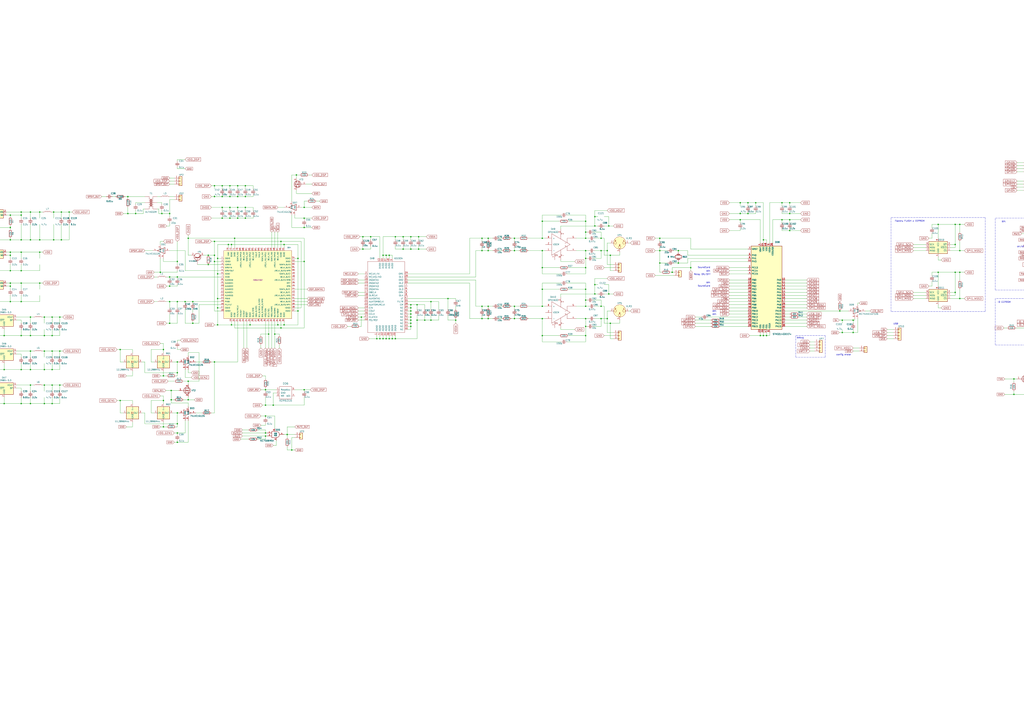
<source format=kicad_sch>
(kicad_sch (version 20211123) (generator eeschema)
  (paper "A1")
  (lib_symbols
    (symbol "Connector:XLR3" (pin_names hide)
      (property "Reference" "J" (at 0 8.89 0))
      (property "Value" "XLR3" (at 0 6.35 0))
      (symbol "XLR3_0_1"
        (text "1" (at -3.556 1.778 0) (effects (font (size 1.016 1.016) bold)))
        (text "2" (at 3.556 1.778 0) (effects (font (size 1.016 1.016) bold)))
        (text "3" (at 0 -1.778 0) (effects (font (size 1.016 1.016) bold)))
        (pin passive line (at -7.62 0 0) (length 2.54) (name "~") (number "1"))
        (pin passive line (at 7.62 0 180) (length 2.54) (name "~") (number "2"))
        (pin passive line (at 0 -7.62 90) (length 2.54) (name "~") (number "3"))
      )
    )
    (symbol "Connector_Generic:Conn_01x01" (pin_names (offset 1.016) hide)
      (property "Reference" "J" (at 0 2.54 0))
      (property "Value" "Conn_01x01" (at 0 -2.54 0))
      (symbol "Conn_01x01_1_1"
        (pin passive line (at -5.08 0 0) (length 3.81) (name "Pin_1") (number "1"))
      )
    )
    (symbol "Connector_Generic:Conn_01x02" (pin_names (offset 1.016) hide)
      (property "Reference" "J" (at 0 2.54 0))
      (property "Value" "Conn_01x02" (at 0 -5.08 0))
      (symbol "Conn_01x02_1_1"
        (pin passive line (at -5.08 0 0) (length 3.81) (name "Pin_1") (number "1"))
        (pin passive line (at -5.08 -2.54 0) (length 3.81) (name "Pin_2") (number "2"))
      )
    )
    (symbol "Connector_Generic:Conn_01x03" (pin_names (offset 1.016) hide)
      (property "Reference" "J" (at 0 5.08 0))
      (property "Value" "Conn_01x03" (at 0 -5.08 0))
      (symbol "Conn_01x03_1_1"
        (pin passive line (at -5.08 2.54 0) (length 3.81) (name "Pin_1") (number "1"))
        (pin passive line (at -5.08 0 0) (length 3.81) (name "Pin_2") (number "2"))
        (pin passive line (at -5.08 -2.54 0) (length 3.81) (name "Pin_3") (number "3"))
      )
    )
    (symbol "Connector_Generic:Conn_01x04" (pin_names (offset 1.016) hide)
      (property "Reference" "J" (at 0 5.08 0))
      (property "Value" "Conn_01x04" (at 0 -7.62 0))
      (symbol "Conn_01x04_1_1"
        (pin passive line (at -5.08 2.54 0) (length 3.81) (name "Pin_1") (number "1"))
        (pin passive line (at -5.08 0 0) (length 3.81) (name "Pin_2") (number "2"))
        (pin passive line (at -5.08 -2.54 0) (length 3.81) (name "Pin_3") (number "3"))
        (pin passive line (at -5.08 -5.08 0) (length 3.81) (name "Pin_4") (number "4"))
      )
    )
    (symbol "Connector_Generic:Conn_01x20" (pin_names (offset 1.016) hide)
      (property "Reference" "J" (at 0 25.4 0))
      (property "Value" "Conn_01x20" (at 0 -27.94 0))
      (symbol "Conn_01x20_1_1"
        (pin passive line (at -5.08 22.86 0) (length 3.81) (name "Pin_1") (number "1"))
        (pin passive line (at -5.08 0 0) (length 3.81) (name "Pin_10") (number "10"))
        (pin passive line (at -5.08 -2.54 0) (length 3.81) (name "Pin_11") (number "11"))
        (pin passive line (at -5.08 -5.08 0) (length 3.81) (name "Pin_12") (number "12"))
        (pin passive line (at -5.08 -7.62 0) (length 3.81) (name "Pin_13") (number "13"))
        (pin passive line (at -5.08 -10.16 0) (length 3.81) (name "Pin_14") (number "14"))
        (pin passive line (at -5.08 -12.7 0) (length 3.81) (name "Pin_15") (number "15"))
        (pin passive line (at -5.08 -15.24 0) (length 3.81) (name "Pin_16") (number "16"))
        (pin passive line (at -5.08 -17.78 0) (length 3.81) (name "Pin_17") (number "17"))
        (pin passive line (at -5.08 -20.32 0) (length 3.81) (name "Pin_18") (number "18"))
        (pin passive line (at -5.08 -22.86 0) (length 3.81) (name "Pin_19") (number "19"))
        (pin passive line (at -5.08 20.32 0) (length 3.81) (name "Pin_2") (number "2"))
        (pin passive line (at -5.08 -25.4 0) (length 3.81) (name "Pin_20") (number "20"))
        (pin passive line (at -5.08 17.78 0) (length 3.81) (name "Pin_3") (number "3"))
        (pin passive line (at -5.08 15.24 0) (length 3.81) (name "Pin_4") (number "4"))
        (pin passive line (at -5.08 12.7 0) (length 3.81) (name "Pin_5") (number "5"))
        (pin passive line (at -5.08 10.16 0) (length 3.81) (name "Pin_6") (number "6"))
        (pin passive line (at -5.08 7.62 0) (length 3.81) (name "Pin_7") (number "7"))
        (pin passive line (at -5.08 5.08 0) (length 3.81) (name "Pin_8") (number "8"))
        (pin passive line (at -5.08 2.54 0) (length 3.81) (name "Pin_9") (number "9"))
      )
    )
    (symbol "Connector_Generic:Conn_02x02_Odd_Even" (pin_names (offset 1.016) hide)
      (property "Reference" "J" (at 1.27 2.54 0))
      (property "Value" "Conn_02x02_Odd_Even" (at 1.27 -5.08 0))
      (symbol "Conn_02x02_Odd_Even_1_1"
        (pin passive line (at -5.08 0 0) (length 3.81) (name "Pin_1") (number "1"))
        (pin passive line (at 7.62 0 180) (length 3.81) (name "Pin_2") (number "2"))
        (pin passive line (at -5.08 -2.54 0) (length 3.81) (name "Pin_3") (number "3"))
        (pin passive line (at 7.62 -2.54 180) (length 3.81) (name "Pin_4") (number "4"))
      )
    )
    (symbol "Connector_Generic:Conn_02x04_Odd_Even" (pin_names (offset 1.016) hide)
      (property "Reference" "J" (at 1.27 5.08 0))
      (property "Value" "Conn_02x04_Odd_Even" (at 1.27 -7.62 0))
      (symbol "Conn_02x04_Odd_Even_1_1"
        (pin passive line (at -5.08 2.54 0) (length 3.81) (name "Pin_1") (number "1"))
        (pin passive line (at 7.62 2.54 180) (length 3.81) (name "Pin_2") (number "2"))
        (pin passive line (at -5.08 0 0) (length 3.81) (name "Pin_3") (number "3"))
        (pin passive line (at 7.62 0 180) (length 3.81) (name "Pin_4") (number "4"))
        (pin passive line (at -5.08 -2.54 0) (length 3.81) (name "Pin_5") (number "5"))
        (pin passive line (at 7.62 -2.54 180) (length 3.81) (name "Pin_6") (number "6"))
        (pin passive line (at -5.08 -5.08 0) (length 3.81) (name "Pin_7") (number "7"))
        (pin passive line (at 7.62 -5.08 180) (length 3.81) (name "Pin_8") (number "8"))
      )
    )
    (symbol "Connector_Generic:Conn_02x20_Odd_Even" (pin_names (offset 1.016) hide)
      (property "Reference" "J" (at 1.27 25.4 0))
      (property "Value" "Conn_02x20_Odd_Even" (at 1.27 -27.94 0))
      (symbol "Conn_02x20_Odd_Even_1_1"
        (pin passive line (at -5.08 22.86 0) (length 3.81) (name "Pin_1") (number "1"))
        (pin passive line (at 7.62 12.7 180) (length 3.81) (name "Pin_10") (number "10"))
        (pin passive line (at -5.08 10.16 0) (length 3.81) (name "Pin_11") (number "11"))
        (pin passive line (at 7.62 10.16 180) (length 3.81) (name "Pin_12") (number "12"))
        (pin passive line (at -5.08 7.62 0) (length 3.81) (name "Pin_13") (number "13"))
        (pin passive line (at 7.62 7.62 180) (length 3.81) (name "Pin_14") (number "14"))
        (pin passive line (at -5.08 5.08 0) (length 3.81) (name "Pin_15") (number "15"))
        (pin passive line (at 7.62 5.08 180) (length 3.81) (name "Pin_16") (number "16"))
        (pin passive line (at -5.08 2.54 0) (length 3.81) (name "Pin_17") (number "17"))
        (pin passive line (at 7.62 2.54 180) (length 3.81) (name "Pin_18") (number "18"))
        (pin passive line (at -5.08 0 0) (length 3.81) (name "Pin_19") (number "19"))
        (pin passive line (at 7.62 22.86 180) (length 3.81) (name "Pin_2") (number "2"))
        (pin passive line (at 7.62 0 180) (length 3.81) (name "Pin_20") (number "20"))
        (pin passive line (at -5.08 -2.54 0) (length 3.81) (name "Pin_21") (number "21"))
        (pin passive line (at 7.62 -2.54 180) (length 3.81) (name "Pin_22") (number "22"))
        (pin passive line (at -5.08 -5.08 0) (length 3.81) (name "Pin_23") (number "23"))
        (pin passive line (at 7.62 -5.08 180) (length 3.81) (name "Pin_24") (number "24"))
        (pin passive line (at -5.08 -7.62 0) (length 3.81) (name "Pin_25") (number "25"))
        (pin passive line (at 7.62 -7.62 180) (length 3.81) (name "Pin_26") (number "26"))
        (pin passive line (at -5.08 -10.16 0) (length 3.81) (name "Pin_27") (number "27"))
        (pin passive line (at 7.62 -10.16 180) (length 3.81) (name "Pin_28") (number "28"))
        (pin passive line (at -5.08 -12.7 0) (length 3.81) (name "Pin_29") (number "29"))
        (pin passive line (at -5.08 20.32 0) (length 3.81) (name "Pin_3") (number "3"))
        (pin passive line (at 7.62 -12.7 180) (length 3.81) (name "Pin_30") (number "30"))
        (pin passive line (at -5.08 -15.24 0) (length 3.81) (name "Pin_31") (number "31"))
        (pin passive line (at 7.62 -15.24 180) (length 3.81) (name "Pin_32") (number "32"))
        (pin passive line (at -5.08 -17.78 0) (length 3.81) (name "Pin_33") (number "33"))
        (pin passive line (at 7.62 -17.78 180) (length 3.81) (name "Pin_34") (number "34"))
        (pin passive line (at -5.08 -20.32 0) (length 3.81) (name "Pin_35") (number "35"))
        (pin passive line (at 7.62 -20.32 180) (length 3.81) (name "Pin_36") (number "36"))
        (pin passive line (at -5.08 -22.86 0) (length 3.81) (name "Pin_37") (number "37"))
        (pin passive line (at 7.62 -22.86 180) (length 3.81) (name "Pin_38") (number "38"))
        (pin passive line (at -5.08 -25.4 0) (length 3.81) (name "Pin_39") (number "39"))
        (pin passive line (at 7.62 20.32 180) (length 3.81) (name "Pin_4") (number "4"))
        (pin passive line (at 7.62 -25.4 180) (length 3.81) (name "Pin_40") (number "40"))
        (pin passive line (at -5.08 17.78 0) (length 3.81) (name "Pin_5") (number "5"))
        (pin passive line (at 7.62 17.78 180) (length 3.81) (name "Pin_6") (number "6"))
        (pin passive line (at -5.08 15.24 0) (length 3.81) (name "Pin_7") (number "7"))
        (pin passive line (at 7.62 15.24 180) (length 3.81) (name "Pin_8") (number "8"))
        (pin passive line (at -5.08 12.7 0) (length 3.81) (name "Pin_9") (number "9"))
      )
    )
    (symbol "Device:C_Small" (pin_numbers hide) (pin_names (offset 0.254) hide)
      (property "Reference" "C" (at 0.254 1.778 0))
      (property "Value" "C_Small" (at 0.254 -2.032 0))
      (symbol "C_Small_1_1"
        (pin passive line (at 0 2.54 270) (length 2.032) (name "~") (number "1"))
        (pin passive line (at 0 -2.54 90) (length 2.032) (name "~") (number "2"))
      )
    )
    (symbol "Device:Crystal" (pin_numbers hide) (pin_names (offset 1.016) hide)
      (property "Reference" "Y" (at 0 3.81 0))
      (property "Value" "Crystal" (at 0 -3.81 0))
      (symbol "Crystal_1_1"
        (pin passive line (at -3.81 0 0) (length 1.27) (name "1") (number "1"))
        (pin passive line (at 3.81 0 180) (length 1.27) (name "2") (number "2"))
      )
    )
    (symbol "Device:D" (pin_numbers hide) (pin_names (offset 1.016) hide)
      (property "Reference" "D" (at 0 2.54 0))
      (property "Value" "D" (at 0 -2.54 0))
      (symbol "D_1_1"
        (pin passive line (at -3.81 0 0) (length 2.54) (name "K") (number "1"))
        (pin passive line (at 3.81 0 180) (length 2.54) (name "A") (number "2"))
      )
    )
    (symbol "Device:D_Schottky" (pin_numbers hide) (pin_names (offset 1.016) hide)
      (property "Reference" "D" (at 0 2.54 0))
      (property "Value" "D_Schottky" (at 0 -2.54 0))
      (symbol "D_Schottky_1_1"
        (pin passive line (at -3.81 0 0) (length 2.54) (name "K") (number "1"))
        (pin passive line (at 3.81 0 180) (length 2.54) (name "A") (number "2"))
      )
    )
    (symbol "Device:L" (pin_numbers hide) (pin_names (offset 1.016) hide)
      (property "Reference" "L" (at -1.27 0 90))
      (property "Value" "L" (at 1.905 0 90))
      (symbol "L_1_1"
        (pin passive line (at 0 3.81 270) (length 1.27) (name "1") (number "1"))
        (pin passive line (at 0 -3.81 90) (length 1.27) (name "2") (number "2"))
      )
    )
    (symbol "Device:R" (pin_numbers hide) (pin_names (offset 0))
      (property "Reference" "R" (at 2.032 0 90))
      (property "Value" "R" (at 0 0 90))
      (symbol "R_1_1"
        (pin passive line (at 0 3.81 270) (length 1.27) (name "~") (number "1"))
        (pin passive line (at 0 -3.81 90) (length 1.27) (name "~") (number "2"))
      )
    )
    (symbol "Isolator:EL814" (pin_names (offset 1.016))
      (property "Reference" "U" (at -5.334 4.826 0))
      (property "Value" "EL814" (at 0 5.08 0))
      (symbol "EL814_1_1"
        (pin passive line (at -7.62 2.54 0) (length 2.54) (name "~") (number "1"))
        (pin passive line (at -7.62 -2.54 0) (length 2.54) (name "~") (number "2"))
        (pin passive line (at 7.62 -2.54 180) (length 2.54) (name "~") (number "3"))
        (pin passive line (at 7.62 2.54 180) (length 2.54) (name "~") (number "4"))
      )
    )
    (symbol "MCU_ST_STM32L4:STM32L433CCTx"
      (property "Reference" "U" (at -12.7 34.29 0))
      (property "Value" "STM32L433CCTx" (at 7.62 34.29 0))
      (symbol "STM32L433CCTx_1_1"
        (pin power_in line (at -5.08 35.56 270) (length 2.54) (name "VBAT") (number "1"))
        (pin bidirectional line (at 15.24 5.08 180) (length 2.54) (name "PA0") (number "10"))
        (pin bidirectional line (at 15.24 2.54 180) (length 2.54) (name "PA1") (number "11"))
        (pin bidirectional line (at 15.24 0 180) (length 2.54) (name "PA2") (number "12"))
        (pin bidirectional line (at 15.24 -2.54 180) (length 2.54) (name "PA3") (number "13"))
        (pin bidirectional line (at 15.24 -5.08 180) (length 2.54) (name "PA4") (number "14"))
        (pin bidirectional line (at 15.24 -7.62 180) (length 2.54) (name "PA5") (number "15"))
        (pin bidirectional line (at 15.24 -10.16 180) (length 2.54) (name "PA6") (number "16"))
        (pin bidirectional line (at 15.24 -12.7 180) (length 2.54) (name "PA7") (number "17"))
        (pin bidirectional line (at -15.24 5.08 0) (length 2.54) (name "PB0") (number "18"))
        (pin bidirectional line (at -15.24 2.54 0) (length 2.54) (name "PB1") (number "19"))
        (pin bidirectional line (at -15.24 15.24 0) (length 2.54) (name "PC13") (number "2"))
        (pin bidirectional line (at -15.24 0 0) (length 2.54) (name "PB2") (number "20"))
        (pin bidirectional line (at -15.24 -20.32 0) (length 2.54) (name "PB10") (number "21"))
        (pin bidirectional line (at -15.24 -22.86 0) (length 2.54) (name "PB11") (number "22"))
        (pin power_in line (at -5.08 -38.1 90) (length 2.54) (name "VSS") (number "23"))
        (pin power_in line (at -2.54 35.56 270) (length 2.54) (name "VDD") (number "24"))
        (pin bidirectional line (at -15.24 -25.4 0) (length 2.54) (name "PB12") (number "25"))
        (pin bidirectional line (at -15.24 -27.94 0) (length 2.54) (name "PB13") (number "26"))
        (pin bidirectional line (at -15.24 -30.48 0) (length 2.54) (name "PB14") (number "27"))
        (pin bidirectional line (at -15.24 -33.02 0) (length 2.54) (name "PB15") (number "28"))
        (pin bidirectional line (at 15.24 -15.24 180) (length 2.54) (name "PA8") (number "29"))
        (pin bidirectional line (at -15.24 12.7 0) (length 2.54) (name "PC14") (number "3"))
        (pin bidirectional line (at 15.24 -17.78 180) (length 2.54) (name "PA9") (number "30"))
        (pin bidirectional line (at 15.24 -20.32 180) (length 2.54) (name "PA10") (number "31"))
        (pin bidirectional line (at 15.24 -22.86 180) (length 2.54) (name "PA11") (number "32"))
        (pin bidirectional line (at 15.24 -25.4 180) (length 2.54) (name "PA12") (number "33"))
        (pin bidirectional line (at 15.24 -27.94 180) (length 2.54) (name "PA13") (number "34"))
        (pin power_in line (at -2.54 -38.1 90) (length 2.54) (name "VSS") (number "35"))
        (pin power_in line (at 5.08 35.56 270) (length 2.54) (name "VDDUSB") (number "36"))
        (pin bidirectional line (at 15.24 -30.48 180) (length 2.54) (name "PA14") (number "37"))
        (pin bidirectional line (at 15.24 -33.02 180) (length 2.54) (name "PA15") (number "38"))
        (pin bidirectional line (at -15.24 -2.54 0) (length 2.54) (name "PB3") (number "39"))
        (pin bidirectional line (at -15.24 10.16 0) (length 2.54) (name "PC15") (number "4"))
        (pin bidirectional line (at -15.24 -5.08 0) (length 2.54) (name "PB4") (number "40"))
        (pin bidirectional line (at -15.24 -7.62 0) (length 2.54) (name "PB5") (number "41"))
        (pin bidirectional line (at -15.24 -10.16 0) (length 2.54) (name "PB6") (number "42"))
        (pin bidirectional line (at -15.24 -12.7 0) (length 2.54) (name "PB7") (number "43"))
        (pin bidirectional line (at -15.24 20.32 0) (length 2.54) (name "PH3") (number "44"))
        (pin bidirectional line (at -15.24 -15.24 0) (length 2.54) (name "PB8") (number "45"))
        (pin bidirectional line (at -15.24 -17.78 0) (length 2.54) (name "PB9") (number "46"))
        (pin power_in line (at 0 -38.1 90) (length 2.54) (name "VSS") (number "47"))
        (pin power_in line (at 0 35.56 270) (length 2.54) (name "VDD") (number "48"))
        (pin input line (at -15.24 25.4 0) (length 2.54) (name "PH0") (number "5"))
        (pin input line (at -15.24 22.86 0) (length 2.54) (name "PH1") (number "6"))
        (pin input line (at -15.24 30.48 0) (length 2.54) (name "NRST") (number "7"))
        (pin power_in line (at 2.54 -38.1 90) (length 2.54) (name "VSSA") (number "8"))
        (pin power_in line (at 2.54 35.56 270) (length 2.54) (name "VDDA") (number "9"))
      )
    )
    (symbol "Memory_EEPROM:24LC64"
      (property "Reference" "U" (at -6.35 6.35 0))
      (property "Value" "24LC64" (at 1.27 6.35 0))
      (symbol "24LC64_1_1"
        (pin input line (at -10.16 2.54 0) (length 2.54) (name "A0") (number "1"))
        (pin input line (at -10.16 0 0) (length 2.54) (name "A1") (number "2"))
        (pin input line (at -10.16 -2.54 0) (length 2.54) (name "A2") (number "3"))
        (pin power_in line (at 0 -7.62 90) (length 2.54) (name "GND") (number "4"))
        (pin bidirectional line (at 10.16 2.54 180) (length 2.54) (name "SDA") (number "5"))
        (pin input line (at 10.16 0 180) (length 2.54) (name "SCL") (number "6"))
        (pin input line (at 10.16 -2.54 180) (length 2.54) (name "WP") (number "7"))
        (pin power_in line (at 0 7.62 270) (length 2.54) (name "VCC") (number "8"))
      )
    )
    (symbol "Memory_EEPROM:25LCxxx"
      (property "Reference" "U" (at -7.62 6.35 0))
      (property "Value" "25LCxxx" (at 2.54 -6.35 0))
      (symbol "25LCxxx_1_1"
        (pin input line (at -10.16 -2.54 0) (length 2.54) (name "~{CS}") (number "1"))
        (pin tri_state line (at 10.16 -2.54 180) (length 2.54) (name "MISO") (number "2"))
        (pin input line (at -10.16 2.54 0) (length 2.54) (name "~{WP}") (number "3"))
        (pin power_in line (at 0 -7.62 90) (length 2.54) (name "GND") (number "4"))
        (pin input line (at 10.16 0 180) (length 2.54) (name "MOSI") (number "5"))
        (pin input line (at 10.16 2.54 180) (length 2.54) (name "SCK") (number "6"))
        (pin input line (at -10.16 0 0) (length 2.54) (name "~{HOLD}") (number "7"))
        (pin power_in line (at 0 7.62 270) (length 2.54) (name "VCC") (number "8"))
      )
    )
    (symbol "Oscillator:XO32" (pin_names (offset 0.254))
      (property "Reference" "X" (at -5.08 6.35 0))
      (property "Value" "XO32" (at 1.27 -6.35 0))
      (symbol "XO32_1_1"
        (pin input line (at -7.62 0 0) (length 2.54) (name "EN") (number "1"))
        (pin power_in line (at 0 -7.62 90) (length 2.54) (name "GND") (number "2"))
        (pin output line (at 7.62 0 180) (length 2.54) (name "OUT") (number "3"))
        (pin power_in line (at 0 7.62 270) (length 2.54) (name "V+") (number "4"))
      )
    )
    (symbol "Regulator_Linear:LP2985-3.3" (pin_names (offset 0.254))
      (property "Reference" "U" (at -6.35 5.715 0))
      (property "Value" "LP2985-3.3" (at 0 5.715 0))
      (symbol "LP2985-3.3_1_1"
        (pin power_in line (at -10.16 2.54 0) (length 2.54) (name "VIN") (number "1"))
        (pin power_in line (at 0 -7.62 90) (length 2.54) (name "GND") (number "2"))
        (pin input line (at -10.16 0 0) (length 2.54) (name "ON/~{OFF}") (number "3"))
        (pin input line (at 10.16 0 180) (length 2.54) (name "BP") (number "4"))
        (pin power_out line (at 10.16 2.54 180) (length 2.54) (name "VOUT") (number "5"))
      )
    )
    (symbol "Regulator_Switching:LM2596S-ADJ"
      (property "Reference" "U" (at -10.16 6.35 0))
      (property "Value" "LM2596S-ADJ" (at 0 6.35 0))
      (symbol "LM2596S-ADJ_1_1"
        (pin power_in line (at -12.7 2.54 0) (length 2.54) (name "VIN") (number "1"))
        (pin output line (at 12.7 -2.54 180) (length 2.54) (name "OUT") (number "2"))
        (pin power_in line (at 0 -7.62 90) (length 2.54) (name "GND") (number "3"))
        (pin input line (at 12.7 2.54 180) (length 2.54) (name "FB") (number "4"))
        (pin input line (at -12.7 -2.54 0) (length 2.54) (name "~{ON}/OFF") (number "5"))
      )
    )
    (symbol "Relay:RTE2xxxx"
      (property "Reference" "K" (at 16.51 3.81 0))
      (property "Value" "RTE2xxxx" (at 16.51 1.27 0))
      (symbol "RTE2xxxx_1_1"
        (pin passive line (at 0 -7.62 90) (length 2.54) (name "~") (number "11"))
        (pin passive line (at -2.54 7.62 270) (length 2.54) (name "~") (number "12"))
        (pin passive line (at 2.54 7.62 270) (length 2.54) (name "~") (number "14"))
        (pin passive line (at 10.16 -7.62 90) (length 2.54) (name "~") (number "21"))
        (pin passive line (at 7.62 7.62 270) (length 2.54) (name "~") (number "22"))
        (pin passive line (at 12.7 7.62 270) (length 2.54) (name "~") (number "24"))
        (pin passive line (at -10.16 7.62 270) (length 2.54) (name "~") (number "A1"))
        (pin passive line (at -10.16 -7.62 90) (length 2.54) (name "~") (number "A2"))
      )
    )
    (symbol "Streamer_ADAU1452_AD1934-rescue:74AHC1G125-NewComponents_KiCad" (pin_names (offset 1.016))
      (property "Reference" "U" (at -2.54 3.81 0))
      (property "Value" "74AHC1G125-NewComponents_KiCad" (at 0 -3.81 0))
      (symbol "74AHC1G125-NewComponents_KiCad_1_1"
        (pin input inverted (at 0 5.08 270) (length 3.81) (name "~") (number "1"))
        (pin input line (at -7.62 0 0) (length 3.81) (name "~") (number "2"))
        (pin power_in line (at 0 -6.35 90) (length 3.81) (name "GND") (number "3"))
        (pin tri_state line (at 6.35 0 180) (length 3.81) (name "~") (number "4"))
        (pin power_in line (at -2.54 -6.35 90) (length 3.81) (name "VDD") (number "5"))
      )
    )
    (symbol "Streamer_ADAU1452_AD1934-rescue:74LVC1G08-NewComponents_KiCad" (pin_names (offset 1.016))
      (property "Reference" "U" (at -2.54 3.81 0))
      (property "Value" "74LVC1G08-NewComponents_KiCad" (at 0 -3.81 0))
      (symbol "74LVC1G08-NewComponents_KiCad_1_1"
        (pin input line (at -7.62 1.27 0) (length 3.81) (name "~") (number "1"))
        (pin input line (at -7.62 -1.27 0) (length 3.81) (name "~") (number "2"))
        (pin power_in line (at 0 -5.08 90) (length 2.54) (name "GND") (number "3"))
        (pin output line (at 6.35 0 180) (length 3.81) (name "~") (number "4"))
        (pin power_in line (at -1.27 5.08 270) (length 2.54) (name "3V3") (number "5"))
      )
    )
    (symbol "Streamer_ADAU1452_AD1934-rescue:AD1934-NewComponents_KiCad" (pin_names (offset 1.016))
      (property "Reference" "DA" (at 10.16 33.02 0))
      (property "Value" "AD1934-NewComponents_KiCad" (at 13.97 -30.48 0))
      (symbol "AD1934-NewComponents_KiCad_1_1"
        (pin power_in line (at -7.62 -30.48 90) (length 2.54) (name "AGND") (number "1"))
        (pin input line (at -17.78 -17.78 0) (length 2.54) (name "PD/RST") (number "10"))
        (pin input line (at -17.78 7.62 0) (length 2.54) (name "DSDATA4") (number "11"))
        (pin power_in line (at 5.08 -30.48 90) (length 2.54) (name "DGND") (number "12"))
        (pin power_in line (at -5.08 33.02 270) (length 2.54) (name "DVDD") (number "13"))
        (pin input line (at -17.78 10.16 0) (length 2.54) (name "DSDATA3") (number "14"))
        (pin input line (at -17.78 12.7 0) (length 2.54) (name "DSDATA2") (number "15"))
        (pin input line (at -17.78 15.24 0) (length 2.54) (name "DSDATA1") (number "16"))
        (pin output line (at -17.78 5.08 0) (length 2.54) (name "DBCLK") (number "17"))
        (pin output line (at -17.78 2.54 0) (length 2.54) (name "DLRCLK") (number "18"))
        (pin input line (at -17.78 0 0) (length 2.54) (name "AUXDATA1") (number "19"))
        (pin input line (at -17.78 20.32 0) (length 2.54) (name "MCLKI/XI") (number "2"))
        (pin output line (at -17.78 -2.54 0) (length 2.54) (name "AUXTDMBCLK") (number "21"))
        (pin output line (at -17.78 -5.08 0) (length 2.54) (name "AUXTDMLRCLK") (number "22"))
        (pin output line (at -17.78 -7.62 0) (length 2.54) (name "CIN") (number "23"))
        (pin output line (at -17.78 -10.16 0) (length 2.54) (name "COUT") (number "24"))
        (pin power_in line (at 7.62 -30.48 90) (length 2.54) (name "DGND") (number "25"))
        (pin output line (at -17.78 -12.7 0) (length 2.54) (name "CCLK") (number "26"))
        (pin output line (at -17.78 -15.24 0) (length 2.54) (name "CLATCH") (number "27"))
        (pin output line (at 17.78 17.78 180) (length 2.54) (name "OL1") (number "28"))
        (pin output line (at 17.78 20.32 180) (length 2.54) (name "OR1") (number "29"))
        (pin input line (at -17.78 17.78 0) (length 2.54) (name "MCLKO/XO") (number "3"))
        (pin output line (at 17.78 12.7 180) (length 2.54) (name "OL2") (number "30"))
        (pin output line (at 17.78 15.24 180) (length 2.54) (name "OR2") (number "31"))
        (pin power_in line (at -2.54 -30.48 90) (length 2.54) (name "AGND") (number "32"))
        (pin power_in line (at -2.54 33.02 270) (length 2.54) (name "AVDD") (number "33"))
        (pin power_in line (at 0 -30.48 90) (length 2.54) (name "AGND") (number "34"))
        (pin output line (at 17.78 -2.54 180) (length 2.54) (name "FILTR") (number "35"))
        (pin power_in line (at 2.54 -30.48 90) (length 2.54) (name "AGND") (number "36"))
        (pin power_in line (at 0 33.02 270) (length 2.54) (name "AVDD") (number "37"))
        (pin output line (at 17.78 -5.08 180) (length 2.54) (name "CM") (number "38"))
        (pin input line (at 17.78 -7.62 180) (length 2.54) (name "NC") (number "39"))
        (pin power_in line (at -5.08 -30.48 90) (length 2.54) (name "AGND") (number "4"))
        (pin input line (at 17.78 -10.16 180) (length 2.54) (name "NC") (number "40"))
        (pin input line (at 17.78 -12.7 180) (length 2.54) (name "NC") (number "41"))
        (pin input line (at 17.78 -15.24 180) (length 2.54) (name "NC") (number "42"))
        (pin input line (at 17.78 -17.78 180) (length 2.54) (name "NC") (number "43"))
        (pin input line (at 17.78 -20.32 180) (length 2.54) (name "NC") (number "44"))
        (pin input line (at 17.78 -22.86 180) (length 2.54) (name "NC") (number "45"))
        (pin input line (at 17.78 -25.4 180) (length 2.54) (name "NC") (number "46"))
        (pin output line (at 17.78 0 180) (length 2.54) (name "LF") (number "47"))
        (pin power_in line (at 2.54 33.02 270) (length 2.54) (name "AVDD") (number "48"))
        (pin power_in line (at 5.08 33.02 270) (length 2.54) (name "AVDD") (number "5"))
        (pin output line (at 17.78 7.62 180) (length 2.54) (name "OL3") (number "6"))
        (pin output line (at 17.78 10.16 180) (length 2.54) (name "OR3") (number "7"))
        (pin output line (at 17.78 2.54 180) (length 2.54) (name "OL4") (number "8"))
        (pin output line (at 17.78 5.08 180) (length 2.54) (name "OR4") (number "9"))
      )
    )
    (symbol "Streamer_ADAU1452_AD1934-rescue:ADAU1452-NewComponents_KiCad" (pin_names (offset 1.016))
      (property "Reference" "IC" (at 24.13 -33.02 0))
      (property "Value1" "ADAU1452" (at 22.86 -34.29 0))
      (symbol "ADAU1452-NewComponents_KiCad_1_1"
        (pin input line (at -30.48 17.78 0) (length 2.54) (name "DGND") (number "1"))
        (pin input line (at -30.48 -5.08 0) (length 2.54) (name "AUXADC2") (number "10"))
        (pin input line (at -30.48 -7.62 0) (length 2.54) (name "AUXADC3") (number "11"))
        (pin input line (at -30.48 -10.16 0) (length 2.54) (name "AUXADC4") (number "12"))
        (pin input line (at -30.48 -12.7 0) (length 2.54) (name "AUXADC5") (number "13"))
        (pin input line (at -30.48 -15.24 0) (length 2.54) (name "PGND") (number "14"))
        (pin input line (at -30.48 -17.78 0) (length 2.54) (name "PVDD") (number "15"))
        (pin input line (at -30.48 -20.32 0) (length 2.54) (name "PLLFILT") (number "16"))
        (pin input line (at -30.48 -22.86 0) (length 2.54) (name "DGND") (number "17"))
        (pin input line (at -30.48 -25.4 0) (length 2.54) (name "IOVDD") (number "18"))
        (pin input line (at -21.59 -34.29 90) (length 2.54) (name "DGND") (number "19"))
        (pin input line (at -30.48 15.24 0) (length 2.54) (name "IOVDD") (number "2"))
        (pin input line (at -19.05 -34.29 90) (length 2.54) (name "DVDD") (number "20"))
        (pin input line (at -16.51 -34.29 90) (length 2.54) (name "XTALIN/MCLK") (number "21"))
        (pin input line (at -13.97 -34.29 90) (length 2.54) (name "XTALOUT") (number "22"))
        (pin input line (at -11.43 -34.29 90) (length 2.54) (name "CLKOUT") (number "23"))
        (pin input line (at -8.89 -34.29 90) (length 2.54) (name "~{RESET}") (number "24"))
        (pin input line (at -6.35 -34.29 90) (length 2.54) (name "DGND") (number "25"))
        (pin input line (at -3.81 -34.29 90) (length 2.54) (name "SS_M/MP0") (number "26"))
        (pin input line (at -1.27 -34.29 90) (length 2.54) (name "MOSI_M/MP1") (number "27"))
        (pin input line (at 1.27 -34.29 90) (length 2.54) (name "SCL_M/SCLK_M/MP2") (number "28"))
        (pin input line (at 3.81 -34.29 90) (length 2.54) (name "SDA_M/MISO_M/MP3") (number "29"))
        (pin input line (at -30.48 12.7 0) (length 2.54) (name "VDRIVE") (number "3"))
        (pin input line (at 6.35 -34.29 90) (length 2.54) (name "MISO/SDA") (number "30"))
        (pin input line (at 8.89 -34.29 90) (length 2.54) (name "SCLK/SCL") (number "31"))
        (pin input line (at 11.43 -34.29 90) (length 2.54) (name "MOSI/ADDR1") (number "32"))
        (pin input line (at 13.97 -34.29 90) (length 2.54) (name "SS/ADDR0") (number "33"))
        (pin input line (at 16.51 -34.29 90) (length 2.54) (name "SELFBOOT") (number "34"))
        (pin input line (at 19.05 -34.29 90) (length 2.54) (name "DVDD") (number "35"))
        (pin input line (at 21.59 -34.29 90) (length 2.54) (name "DGND") (number "36"))
        (pin input line (at 30.48 -25.4 180) (length 2.54) (name "DGND") (number "37"))
        (pin input line (at 30.48 -22.86 180) (length 2.54) (name "IOVDD") (number "38"))
        (pin input line (at 30.48 -20.32 180) (length 2.54) (name "LRCLK_OUT0/MP4") (number "39"))
        (pin input line (at -30.48 10.16 0) (length 2.54) (name "SPDIFIN") (number "4"))
        (pin input line (at 30.48 -17.78 180) (length 2.54) (name "BCLK_OUT0") (number "40"))
        (pin input line (at 30.48 -15.24 180) (length 2.54) (name "SDATA_OUT0") (number "41"))
        (pin input line (at 30.48 -12.7 180) (length 2.54) (name "LRCLK_OUT1/MP5") (number "42"))
        (pin input line (at 30.48 -10.16 180) (length 2.54) (name "BCLK_OUT1") (number "43"))
        (pin input line (at 30.48 -7.62 180) (length 2.54) (name "SDATA_OUT1") (number "44"))
        (pin input line (at 30.48 -5.08 180) (length 2.54) (name "MP6") (number "45"))
        (pin input line (at 30.48 -2.54 180) (length 2.54) (name "MP7") (number "46"))
        (pin input line (at 30.48 0 180) (length 2.54) (name "LRCLK_OUT2/MP8") (number "47"))
        (pin input line (at 30.48 2.54 180) (length 2.54) (name "BCLK_OUT2") (number "48"))
        (pin input line (at 30.48 5.08 180) (length 2.54) (name "SDATA_OUT2") (number "49"))
        (pin input line (at -30.48 7.62 0) (length 2.54) (name "SPDIFOUT") (number "5"))
        (pin input line (at 30.48 7.62 180) (length 2.54) (name "LRCLK_OUT3/MP9") (number "50"))
        (pin input line (at 30.48 10.16 180) (length 2.54) (name "BCLK_OUT3") (number "51"))
        (pin input line (at 30.48 12.7 180) (length 2.54) (name "SDATA_OUT3") (number "52"))
        (pin input line (at 30.48 15.24 180) (length 2.54) (name "DVDD") (number "53"))
        (pin input line (at 30.48 17.78 180) (length 2.54) (name "DGND") (number "54"))
        (pin input line (at 21.59 26.67 270) (length 2.54) (name "DGND") (number "55"))
        (pin input line (at 19.05 26.67 270) (length 2.54) (name "IOVDD") (number "56"))
        (pin input line (at 16.51 26.67 270) (length 2.54) (name "BCLK_IN0") (number "57"))
        (pin input line (at 13.97 26.67 270) (length 2.54) (name "LRCLK_IN0/MP10") (number "58"))
        (pin input line (at 11.43 26.67 270) (length 2.54) (name "SDATA_IN0") (number "59"))
        (pin input line (at -30.48 5.08 0) (length 2.54) (name "AGND") (number "6"))
        (pin input line (at 8.89 26.67 270) (length 2.54) (name "BCLK_IN1") (number "60"))
        (pin input line (at 6.35 26.67 270) (length 2.54) (name "LRCLK_IN1/MP11") (number "61"))
        (pin input line (at 3.81 26.67 270) (length 2.54) (name "SDATA_IN1") (number "62"))
        (pin input line (at 1.27 26.67 270) (length 2.54) (name "THD_M") (number "63"))
        (pin input line (at -1.27 26.67 270) (length 2.54) (name "THD_P") (number "64"))
        (pin input line (at -3.81 26.67 270) (length 2.54) (name "BCLK_IN2") (number "65"))
        (pin input line (at -6.35 26.67 270) (length 2.54) (name "LRCLK_IN2/MP12") (number "66"))
        (pin input line (at -8.89 26.67 270) (length 2.54) (name "SDATA_IN2") (number "67"))
        (pin input line (at -11.43 26.67 270) (length 2.54) (name "BCLK_IN3") (number "68"))
        (pin input line (at -13.97 26.67 270) (length 2.54) (name "LRCLK_IN3/MP13") (number "69"))
        (pin input line (at -30.48 2.54 0) (length 2.54) (name "AVDD") (number "7"))
        (pin input line (at -16.51 26.67 270) (length 2.54) (name "SDATA_IN3") (number "70"))
        (pin input line (at -19.05 26.67 270) (length 2.54) (name "DVDD") (number "71"))
        (pin input line (at -21.59 26.67 270) (length 2.54) (name "DGND") (number "72"))
        (pin power_in line (at -24.13 26.67 270) (length 2.54) (name "GND") (number "73"))
        (pin input line (at -30.48 0 0) (length 2.54) (name "AUXADC0") (number "8"))
        (pin input line (at -30.48 -2.54 0) (length 2.54) (name "AUXADC1") (number "9"))
      )
    )
    (symbol "Streamer_ADAU1452_AD1934-rescue:ADM6316-NewComponents_KiCad" (pin_names (offset 1.016))
      (property "Reference" "DD" (at 0 6.35 0))
      (property "Value" "ADM6316-NewComponents_KiCad" (at 0 -6.35 0))
      (symbol "ADM6316-NewComponents_KiCad_1_1"
        (pin output line (at -7.62 2.54 0) (length 2.54) (name "Reset") (number "1"))
        (pin output line (at -7.62 0 0) (length 2.54) (name "GND") (number "2"))
        (pin input line (at -7.62 -2.54 0) (length 2.54) (name "MR") (number "3"))
        (pin input line (at 7.62 -2.54 180) (length 2.54) (name "WDI") (number "4"))
        (pin power_in line (at 7.62 2.54 180) (length 2.54) (name "Vcc") (number "5"))
      )
    )
    (symbol "Streamer_ADAU1452_AD1934-rescue:ALT_Transformer-NewComponents_KiCad" (pin_numbers hide) (pin_names (offset 0))
      (property "Reference" "TR" (at 0 6.35 0))
      (property "Value" "ALT_Transformer-NewComponents_KiCad" (at 0 -6.35 0))
      (symbol "ALT_Transformer-NewComponents_KiCad_1_1"
        (pin passive line (at -5.08 5.08 0) (length 2.54) (name "~") (number "1"))
        (pin passive line (at -5.08 -5.08 0) (length 2.54) (name "~") (number "2"))
        (pin passive line (at 5.08 0 180) (length 2.54) (name "~") (number "3"))
        (pin passive line (at 5.08 -5.08 180) (length 2.54) (name "~") (number "4"))
        (pin passive line (at 5.08 5.08 180) (length 2.54) (name "~") (number "5"))
        (pin passive line (at -5.08 0 0) (length 2.54) (name "~") (number "6"))
      )
    )
    (symbol "Streamer_ADAU1452_AD1934-rescue:LM1117-3.3-NewComponents_KiCad" (pin_names (offset 0.254))
      (property "Reference" "U" (at -3.81 3.175 0))
      (property "Value" "LM1117-3.3-NewComponents_KiCad" (at 0 3.175 0))
      (symbol "LM1117-3.3-NewComponents_KiCad_1_1"
        (pin power_in line (at 0 -7.62 90) (length 2.54) (name "GND") (number "1"))
        (pin power_out line (at 7.62 0 180) (length 2.54) (name "VO") (number "2"))
        (pin power_in line (at -7.62 0 0) (length 2.54) (name "VI") (number "3"))
        (pin power_in line (at 7.62 -2.54 180) (length 2.54) (name "VO") (number "4"))
      )
    )
    (symbol "Streamer_ADAU1452_AD1934-rescue:OPA1632-NewComponents_KiCad" (pin_names (offset 1.016))
      (property "Reference" "DA" (at -3.81 13.97 0))
      (property "Value" "OPA1632-NewComponents_KiCad" (at -3.81 10.16 0))
      (symbol "OPA1632-NewComponents_KiCad_0_0"
        (text "+" (at 6.35 -1.27 0) (effects (font (size 1.27 1.27))))
        (text "-" (at 6.35 1.27 0) (effects (font (size 1.27 1.27))))
        (text "EN" (at -1.27 -8.89 0) (effects (font (size 1.27 1.27))))
        (text "V+" (at 3.81 8.89 0) (effects (font (size 1.27 1.27))))
        (text "V-" (at 3.81 -8.89 0) (effects (font (size 1.27 1.27))))
      )
      (symbol "OPA1632-NewComponents_KiCad_1_1"
        (pin input line (at -10.16 -5.08 0) (length 5.08) (name "-") (number "1"))
        (pin input line (at -10.16 0 0) (length 5.08) (name "VOCM") (number "2"))
        (pin input line (at 2.54 12.7 270) (length 5.08) (name "~") (number "3"))
        (pin input line (at 15.24 -5.08 180) (length 5.08) (name "~") (number "4"))
        (pin input line (at 15.24 5.08 180) (length 5.08) (name "~") (number "5"))
        (pin input line (at 2.54 -12.7 90) (length 5.08) (name "~") (number "6"))
        (pin input line (at -2.54 -12.7 90) (length 5.08) (name "~") (number "7"))
        (pin input line (at -10.16 5.08 0) (length 5.08) (name "+") (number "8"))
        (pin power_in line (at 3.81 0 0) (length 0) hide (name "GND") (number "9"))
      )
    )
    (symbol "Streamer_ADAU1452_AD1934-rescue:STD2805-NewComponents_KiCad" (pin_names (offset 0) hide)
      (property "Reference" "Q" (at 5.08 1.27 0))
      (property "Value1" "STD2805" (at 5.08 0 0))
      (symbol "STD2805-NewComponents_KiCad_1_1"
        (pin input line (at -5.08 0 0) (length 5.715) (name "B") (number "1"))
        (pin passive line (at 2.54 5.08 270) (length 2.54) (name "C") (number "2"))
        (pin passive line (at 2.54 -5.08 90) (length 2.54) (name "E") (number "3"))
      )
    )
    (symbol "Transistor_FET:BSS138" (pin_names hide)
      (property "Reference" "Q" (at 5.08 1.905 0))
      (property "Value" "BSS138" (at 5.08 0 0))
      (symbol "BSS138_1_1"
        (pin input line (at -5.08 0 0) (length 2.54) (name "G") (number "1"))
        (pin passive line (at 2.54 -5.08 90) (length 2.54) (name "S") (number "2"))
        (pin passive line (at 2.54 5.08 270) (length 2.54) (name "D") (number "3"))
      )
    )
  )
  (junction (at 480.949 190.754))
  (junction (at 244.729 212.344))
  (junction (at 176.149 152.654))
  (junction (at 249.809 214.884))
  (junction (at 178.689 225.044))
  (junction (at 8.509 197.104))
  (junction (at 188.849 152.654))
  (junction (at 44.069 174.244))
  (junction (at 884.174 277.114))
  (junction (at 25.019 303.784))
  (junction (at 235.839 357.124))
  (junction (at 848.614 266.954))
  (junction (at -79.121 232.664))
  (junction (at 445.389 251.714))
  (junction (at 3.429 331.724))
  (junction (at 25.019 316.484))
  (junction (at 105.029 161.544))
  (junction (at 853.694 250.444))
  (junction (at 42.799 331.724))
  (junction (at 218.059 358.394))
  (junction (at 642.239 166.624))
  (junction (at 395.859 251.714))
  (junction (at 480.949 181.864))
  (junction (at -13.081 275.844))
  (junction (at 188.849 161.544))
  (junction (at 145.669 247.904))
  (junction (at 36.449 275.844))
  (junction (at -74.041 219.964))
  (junction (at -13.081 222.504))
  (junction (at -152.781 199.644))
  (junction (at -13.081 260.604))
  (junction (at 480.949 219.964))
  (junction (at -180.721 199.644))
  (junction (at 832.739 311.404))
  (junction (at 884.174 264.414))
  (junction (at 154.559 313.309))
  (junction (at 870.839 199.644))
  (junction (at 626.999 275.844))
  (junction (at 309.499 278.384))
  (junction (at 870.839 225.044))
  (junction (at 178.689 252.984))
  (junction (at 395.859 261.874))
  (junction (at 36.449 316.484))
  (junction (at 298.069 204.724))
  (junction (at 17.399 174.244))
  (junction (at 884.174 250.444))
  (junction (at 42.799 316.484))
  (junction (at 139.319 235.204))
  (junction (at 243.459 143.764))
  (junction (at 353.949 247.904))
  (junction (at 25.019 260.604))
  (junction (at 25.019 288.544))
  (junction (at 648.589 166.624))
  (junction (at 171.069 209.804))
  (junction (at 8.509 247.904))
  (junction (at 445.389 181.864))
  (junction (at 132.969 175.514))
  (junction (at 337.439 252.984))
  (junction (at 324.739 194.564))
  (junction (at 422.529 251.714))
  (junction (at -2.286 186.944))
  (junction (at 614.299 175.514))
  (junction (at 140.589 328.549))
  (junction (at 493.649 251.714))
  (junction (at 400.939 205.994))
  (junction (at 195.199 161.544))
  (junction (at 224.409 332.994))
  (junction (at 182.499 170.434))
  (junction (at 134.239 329.184))
  (junction (at 176.149 209.804))
  (junction (at 17.399 222.504))
  (junction (at 201.549 161.544))
  (junction (at 17.399 303.784))
  (junction (at 8.509 207.264))
  (junction (at 182.499 161.544))
  (junction (at 296.799 260.604))
  (junction (at 239.649 369.824))
  (junction (at 195.199 152.654))
  (junction (at 870.839 184.404))
  (junction (at 218.059 355.854))
  (junction (at 400.939 261.874))
  (junction (at 32.639 174.244))
  (junction (at 480.949 195.834))
  (junction (at -152.781 184.404))
  (junction (at 319.659 278.384))
  (junction (at 343.789 204.724))
  (junction (at -9.271 260.604))
  (junction (at 145.669 306.324))
  (junction (at 853.059 214.884))
  (junction (at 626.999 197.104))
  (junction (at -13.081 174.244))
  (junction (at 541.909 205.994))
  (junction (at 139.319 265.684))
  (junction (at 342.519 250.444))
  (junction (at 337.439 263.144))
  (junction (at -9.271 288.544))
  (junction (at 870.839 219.964))
  (junction (at 154.559 328.549))
  (junction (at 867.664 277.114))
  (junction (at -9.271 316.484))
  (junction (at 614.299 166.624))
  (junction (at 499.999 241.554))
  (junction (at 374.269 263.144))
  (junction (at -52.451 194.564))
  (junction (at 689.737 255.524))
  (junction (at 178.689 266.954))
  (junction (at 422.529 195.834))
  (junction (at 445.389 219.964))
  (junction (at -13.081 232.664))
  (junction (at 192.659 195.834))
  (junction (at 691.769 273.304))
  (junction (at 367.919 245.364))
  (junction (at 32.639 207.264))
  (junction (at 501.269 265.684))
  (junction (at 230.759 198.374))
  (junction (at 25.019 174.244))
  (junction (at 648.589 175.514))
  (junction (at 331.089 204.724))
  (junction (at 218.059 320.294))
  (junction (at 788.289 223.774))
  (junction (at -13.081 207.264))
  (junction (at 480.949 246.634))
  (junction (at 648.589 189.484))
  (junction (at 145.669 227.584))
  (junction (at 188.849 170.434))
  (junction (at 32.639 197.104))
  (junction (at -61.341 207.264))
  (junction (at -170.561 219.964))
  (junction (at 853.059 232.664))
  (junction (at 648.589 180.594))
  (junction (at 17.399 331.724))
  (junction (at 171.069 217.424))
  (junction (at 17.399 247.904))
  (junction (at 105.029 175.514))
  (junction (at 493.649 195.834))
  (junction (at 298.069 194.564))
  (junction (at 230.759 269.494))
  (junction (at -13.081 303.784))
  (junction (at 784.479 223.774))
  (junction (at -96.901 207.264))
  (junction (at 205.359 266.954))
  (junction (at 249.809 170.434))
  (junction (at 134.239 308.864))
  (junction (at 400.939 195.834))
  (junction (at 98.679 329.184))
  (junction (at 314.579 278.384))
  (junction (at 337.439 268.224))
  (junction (at 348.869 263.144))
  (junction (at 44.069 197.104))
  (junction (at 25.019 275.844))
  (junction (at 36.449 331.724))
  (junction (at 178.689 245.364))
  (junction (at 201.549 152.654))
  (junction (at 312.039 278.384))
  (junction (at 218.059 341.884))
  (junction (at 498.729 205.994))
  (junction (at 931.799 184.404))
  (junction (at 42.799 260.604))
  (junction (at 187.579 200.914))
  (junction (at 139.319 227.584))
  (junction (at 225.679 274.574))
  (junction (at 541.909 216.154))
  (junction (at 49.149 260.604))
  (junction (at -61.341 194.564))
  (junction (at 480.949 251.714))
  (junction (at 176.149 161.544))
  (junction (at 552.069 223.774))
  (junction (at 445.389 205.994))
  (junction (at -13.081 197.104))
  (junction (at 353.949 263.144))
  (junction (at 480.949 205.994))
  (junction (at -2.286 222.504))
  (junction (at 176.149 214.884))
  (junction (at 445.389 237.744))
  (junction (at 488.569 185.674))
  (junction (at 314.579 209.804))
  (junction (at 145.669 297.434))
  (junction (at 249.809 179.324))
  (junction (at -112.141 207.264))
  (junction (at -13.081 288.544))
  (junction (at 400.939 251.714))
  (junction (at 233.299 200.914))
  (junction (at 851.154 269.494))
  (junction (at 49.149 288.544))
  (junction (at 317.119 278.384))
  (junction (at 337.439 265.684))
  (junction (at 8.509 235.204))
  (junction (at 218.059 332.994))
  (junction (at 195.199 179.324))
  (junction (at -68.961 219.964))
  (junction (at 498.729 261.874))
  (junction (at 770.509 223.774))
  (junction (at 220.599 274.574))
  (junction (at 480.949 275.844))
  (junction (at 870.839 207.264))
  (junction (at 337.439 250.444))
  (junction (at 190.119 266.954))
  (junction (at 488.569 233.934))
  (junction (at -150.241 233.934))
  (junction (at 700.659 273.304))
  (junction (at 25.019 197.104))
  (junction (at 8.509 209.804))
  (junction (at 607.949 175.514))
  (junction (at 3.429 303.784))
  (junction (at 501.269 209.804))
  (junction (at 337.439 255.524))
  (junction (at 249.809 186.944))
  (junction (at 842.899 305.054))
  (junction (at 842.899 294.894))
  (junction (at 337.439 260.604))
  (junction (at 620.649 166.624))
  (junction (at 395.859 205.994))
  (junction (at 139.319 247.904))
  (junction (at 50.419 174.244))
  (junction (at 145.669 355.854))
  (junction (at 480.949 268.224))
  (junction (at 32.639 232.664))
  (junction (at 499.999 185.674))
  (junction (at 395.859 195.834))
  (junction (at 324.739 278.384))
  (junction (at 17.399 197.104))
  (junction (at 422.529 205.994))
  (junction (at 343.789 194.564))
  (junction (at 480.949 212.344))
  (junction (at 488.569 241.554))
  (junction (at 493.649 205.994))
  (junction (at 480.949 261.874))
  (junction (at 832.739 324.104))
  (junction (at 154.559 195.834))
  (junction (at 884.174 269.494))
  (junction (at 158.369 265.684))
  (junction (at 145.669 339.344))
  (junction (at 784.479 184.404))
  (junction (at 98.679 287.274))
  (junction (at 480.949 237.744))
  (junction (at 249.809 320.294))
  (junction (at 111.379 175.514))
  (junction (at 557.149 216.154))
  (junction (at 190.119 200.914))
  (junction (at 422.529 261.874))
  (junction (at -13.081 316.484))
  (junction (at 445.389 275.844))
  (junction (at 493.649 261.874))
  (junction (at 788.289 205.994))
  (junction (at 25.019 331.724))
  (junction (at 445.389 195.834))
  (junction (at 152.019 247.904))
  (junction (at 337.439 204.724))
  (junction (at 42.799 303.784))
  (junction (at 788.289 184.404))
  (junction (at 49.149 316.484))
  (junction (at 178.689 212.344))
  (junction (at 788.289 245.364))
  (junction (at 884.174 266.954))
  (junction (at 176.149 297.434))
  (junction (at 36.449 260.604))
  (junction (at 36.449 303.784))
  (junction (at 488.569 178.054))
  (junction (at 541.909 195.834))
  (junction (at 567.309 219.964))
  (junction (at 8.509 186.944))
  (junction (at 17.399 176.784))
  (junction (at 337.439 258.064))
  (junction (at 182.499 152.654))
  (junction (at -112.141 219.964))
  (junction (at -188.341 199.644))
  (junction (at 691.769 263.144))
  (junction (at 445.389 261.874))
  (junction (at 17.399 207.264))
  (junction (at -81.661 189.484))
  (junction (at 145.669 348.234))
  (junction (at 629.539 275.844))
  (junction (at 131.699 223.774))
  (junction (at 244.729 255.524))
  (junction (at -2.286 247.904))
  (junction (at 337.439 194.564))
  (junction (at 8.509 176.784))
  (junction (at 784.479 240.284))
  (junction (at 176.149 198.374))
  (junction (at 8.509 232.664))
  (junction (at 140.589 320.929))
  (junction (at -100.711 232.664))
  (junction (at 134.239 350.774))
  (junction (at 940.689 136.144))
  (junction (at -188.341 226.314))
  (junction (at 139.319 175.514))
  (junction (at 188.849 179.324))
  (junction (at 853.694 264.414))
  (junction (at 17.399 275.844))
  (junction (at 134.239 287.274))
  (junction (at 607.949 180.594))
  (junction (at 17.399 232.664))
  (junction (at 322.199 278.384))
  (junction (at 36.449 288.544))
  (junction (at 624.459 275.844))
  (junction (at -52.451 207.264))
  (junction (at 50.419 197.104))
  (junction (at 342.519 263.144))
  (junction (at -119.761 189.484))
  (junction (at -2.286 197.104))
  (junction (at 158.369 247.904))
  (junction (at 867.664 250.444))
  (junction (at 201.549 170.434))
  (junction (at 304.419 194.564))
  (junction (at 317.119 209.804))
  (junction (at 958.469 136.144))
  (junction (at -13.081 247.904))
  (junction (at 182.499 179.324))
  (junction (at 42.799 288.544))
  (junction (at -81.661 194.564))
  (junction (at 195.199 170.434))
  (junction (at 607.949 166.624))
  (junction (at 331.089 194.564))
  (junction (at 201.549 179.324))
  (junction (at 145.669 363.474))
  (junction (at 3.429 275.844))
  (junction (at 700.659 263.144))
  (junction (at 319.659 209.804))
  (junction (at 770.509 184.404))
  (junction (at 145.669 214.884))
  (junction (at 557.149 205.994))
  (junction (at 228.219 266.954))
  (junction (at 233.299 266.954))
  (junction (at 642.239 180.594))
  (junction (at 784.479 200.914))
  (junction (at -74.041 232.664))
  (junction (at -81.661 207.264))
  (junction (at -13.081 331.724))
  (junction (at 42.799 275.844))
  (junction (at 8.509 222.504))
  (junction (at 853.059 236.474))
  (junction (at 56.769 174.244))
  (wire (pts (xy -74.041 232.664) (xy -79.121 232.664)))
  (wire (pts (xy 632.079 275.844) (xy 629.539 275.844)))
  (wire (pts (xy 557.149 216.154) (xy 553.339 216.154)))
  (wire (pts (xy 42.799 260.604) (xy 42.799 265.684)))
  (wire (pts (xy 309.499 275.844) (xy 309.499 278.384)))
  (wire (pts (xy 614.299 166.624) (xy 607.949 166.624)))
  (wire (pts (xy 644.779 252.984) (xy 662.559 252.984)))
  (wire (pts (xy 445.389 176.784) (xy 460.629 176.784)))
  (wire (pts (xy -85.471 278.384) (xy -89.281 278.384)))
  (wire (pts (xy 251.079 151.384) (xy 256.159 151.384)))
  (wire (pts (xy 870.839 184.404) (xy 870.839 186.944)))
  (wire (pts (xy 480.949 261.874) (xy 480.949 268.224)))
  (wire (pts (xy 224.409 332.994) (xy 224.409 322.834)))
  (wire (pts (xy 139.319 233.934) (xy 139.319 235.204)))
  (wire (pts (xy 181.229 217.424) (xy 171.069 217.424)))
  (wire (pts (xy 934.339 207.264) (xy 929.259 207.264)))
  (wire (pts (xy 124.079 329.184) (xy 134.239 329.184)))
  (wire (pts (xy -81.661 194.564) (xy -84.201 194.564)))
  (wire (pts (xy 229.489 274.574) (xy 225.679 274.574)))
  (wire (pts (xy 342.519 250.444) (xy 348.869 250.444)))
  (polyline (pts (xy 731.774 256.159) (xy 731.774 178.689)))
  (wire (pts (xy 400.939 261.874) (xy 404.749 261.874)))
  (wire (pts (xy 25.019 184.404) (xy 25.019 197.104)))
  (wire (pts (xy 642.239 183.134) (xy 642.239 180.594)))
  (wire (pts (xy 226.949 362.204) (xy 226.949 366.014)))
  (wire (pts (xy 480.949 212.344) (xy 480.949 219.964)))
  (wire (pts (xy 342.519 263.144) (xy 342.519 278.384)))
  (wire (pts (xy 139.319 228.854) (xy 139.319 227.584)))
  (wire (pts (xy 334.899 258.064) (xy 337.439 258.064)))
  (wire (pts (xy 499.999 233.934) (xy 499.999 241.554)))
  (wire (pts (xy 480.949 280.924) (xy 465.709 280.924)))
  (wire (pts (xy 893.699 138.684) (xy 898.779 138.684)))
  (wire (pts (xy 163.449 313.309) (xy 163.449 289.814)))
  (wire (pts (xy 188.849 160.274) (xy 188.849 161.544)))
  (wire (pts (xy 98.679 287.274) (xy 108.839 287.274)))
  (wire (pts (xy 32.639 179.324) (xy 32.639 174.244)))
  (wire (pts (xy 145.669 258.064) (xy 145.669 265.684)))
  (wire (pts (xy 353.949 254.254) (xy 353.949 247.904)))
  (wire (pts (xy 235.839 369.824) (xy 239.649 369.824)))
  (wire (pts (xy 145.669 222.504) (xy 145.669 223.774)))
  (wire (pts (xy 750.189 205.994) (xy 760.349 205.994)))
  (wire (pts (xy 353.949 263.144) (xy 360.299 263.144)))
  (wire (pts (xy -109.601 189.484) (xy -119.761 189.484)))
  (wire (pts (xy 145.669 223.774) (xy 131.699 223.774)))
  (polyline (pts (xy 817.499 238.379) (xy 817.499 179.324)))
  (wire (pts (xy 299.339 263.144) (xy 294.259 263.144)))
  (wire (pts (xy 629.539 199.644) (xy 629.539 197.104)))
  (wire (pts (xy -13.081 288.544) (xy -9.271 288.544)))
  (wire (pts (xy -18.161 232.664) (xy -13.081 232.664)))
  (wire (pts (xy 607.949 188.214) (xy 607.949 189.484)))
  (wire (pts (xy -68.961 219.964) (xy -58.801 219.964)))
  (wire (pts (xy 929.259 209.804) (xy 934.339 209.804)))
  (wire (pts (xy 101.219 339.344) (xy 98.679 339.344)))
  (wire (pts (xy 466.979 181.864) (xy 480.949 181.864)))
  (wire (pts (xy 460.629 188.214) (xy 460.629 185.674)))
  (wire (pts (xy 538.099 226.314) (xy 553.339 226.314)))
  (wire (pts (xy 229.489 275.844) (xy 229.489 274.574)))
  (wire (pts (xy 132.969 175.514) (xy 139.319 175.514)))
  (wire (pts (xy 230.759 264.414) (xy 230.759 269.494)))
  (wire (pts (xy 940.689 139.954) (xy 940.689 136.144)))
  (wire (pts (xy 204.089 353.314) (xy 199.009 353.314)))
  (wire (pts (xy 140.589 331.089) (xy 154.559 331.089)))
  (wire (pts (xy 56.769 197.104) (xy 50.419 197.104)))
  (wire (pts (xy 853.059 153.924) (xy 859.409 153.924)))
  (wire (pts (xy 312.039 278.384) (xy 309.499 278.384)))
  (wire (pts (xy 312.039 194.564) (xy 312.039 212.344)))
  (wire (pts (xy 459.359 181.864) (xy 445.389 181.864)))
  (wire (pts (xy 850.519 212.344) (xy 855.599 212.344)))
  (wire (pts (xy 152.019 247.904) (xy 158.369 247.904)))
  (wire (pts (xy 145.669 247.904) (xy 139.319 247.904)))
  (wire (pts (xy 784.479 223.774) (xy 788.289 223.774)))
  (wire (pts (xy 314.579 209.804) (xy 314.579 194.564)))
  (polyline (pts (xy -60.071 192.024) (xy -72.771 192.024)))
  (wire (pts (xy -150.241 228.854) (xy -150.241 233.934)))
  (wire (pts (xy 847.979 294.894) (xy 842.899 294.894)))
  (wire (pts (xy 870.839 207.264) (xy 870.839 219.964)))
  (wire (pts (xy 245.999 143.764) (xy 243.459 143.764)))
  (wire (pts (xy 145.669 280.924) (xy 145.669 279.654)))
  (wire (pts (xy 35.179 207.264) (xy 32.639 207.264)))
  (wire (pts (xy 187.579 203.454) (xy 187.579 200.914)))
  (wire (pts (xy 192.659 203.454) (xy 192.659 195.834)))
  (wire (pts (xy 760.349 203.454) (xy 750.189 203.454)))
  (wire (pts (xy 884.174 266.954) (xy 884.174 269.494)))
  (wire (pts (xy 218.059 341.884) (xy 218.059 343.154)))
  (wire (pts (xy 49.149 260.604) (xy 42.799 260.604)))
  (wire (pts (xy -13.081 207.264) (xy -9.906 207.264)))
  (wire (pts (xy 144.399 308.864) (xy 145.669 308.864)))
  (wire (pts (xy 334.899 252.984) (xy 337.439 252.984)))
  (wire (pts (xy 898.779 141.224) (xy 893.699 141.224)))
  (wire (pts (xy 195.199 161.544) (xy 188.849 161.544)))
  (wire (pts (xy 733.679 273.304) (xy 728.599 273.304)))
  (wire (pts (xy 317.119 209.804) (xy 319.659 209.804)))
  (wire (pts (xy -188.341 226.314) (xy -178.181 226.314)))
  (wire (pts (xy 374.269 261.874) (xy 374.269 263.144)))
  (wire (pts (xy 36.449 288.544) (xy 35.179 288.544)))
  (wire (pts (xy 17.399 217.424) (xy 17.399 222.504)))
  (wire (pts (xy 256.159 143.764) (xy 253.619 143.764)))
  (wire (pts (xy 8.509 197.104) (xy 17.399 197.104)))
  (wire (pts (xy 433.959 251.714) (xy 445.389 251.714)))
  (wire (pts (xy 27.559 260.604) (xy 25.019 260.604)))
  (wire (pts (xy 857.504 266.954) (xy 848.614 266.954)))
  (wire (pts (xy 218.059 332.994) (xy 218.059 326.644)))
  (wire (pts (xy 893.699 153.924) (xy 898.779 153.924)))
  (wire (pts (xy 176.149 152.654) (xy 173.609 152.654)))
  (wire (pts (xy 145.669 247.904) (xy 152.019 247.904)))
  (wire (pts (xy 662.559 232.664) (xy 644.779 232.664)))
  (wire (pts (xy -2.286 197.104) (xy 8.509 197.104)))
  (wire (pts (xy 499.999 241.554) (xy 503.809 241.554)))
  (wire (pts (xy -2.286 194.564) (xy -2.286 197.104)))
  (wire (pts (xy 648.589 260.604) (xy 644.779 260.604)))
  (wire (pts (xy 243.459 159.004) (xy 243.459 156.464)))
  (wire (pts (xy 17.399 263.144) (xy 17.399 265.684)))
  (wire (pts (xy 140.589 331.089) (xy 140.589 328.549)))
  (wire (pts (xy 42.799 270.764) (xy 42.799 275.844)))
  (wire (pts (xy 130.429 171.704) (xy 130.429 175.514)))
  (wire (pts (xy 304.419 194.564) (xy 312.039 194.564)))
  (wire (pts (xy 850.519 219.964) (xy 855.599 219.964)))
  (wire (pts (xy -13.081 260.604) (xy -9.271 260.604)))
  (wire (pts (xy 42.799 298.704) (xy 42.799 303.784)))
  (wire (pts (xy 842.899 316.484) (xy 842.899 324.104)))
  (wire (pts (xy 309.499 278.384) (xy 303.149 278.384)))
  (wire (pts (xy 632.079 166.624) (xy 632.079 199.644)))
  (wire (pts (xy 644.779 245.364) (xy 662.559 245.364)))
  (wire (pts (xy 848.614 260.604) (xy 848.614 266.954)))
  (wire (pts (xy 181.229 227.584) (xy 145.669 227.584)))
  (wire (pts (xy -6.731 291.084) (xy -9.271 291.084)))
  (wire (pts (xy -180.721 205.994) (xy -180.721 199.644)))
  (wire (pts (xy -79.121 194.564) (xy -81.661 194.564)))
  (wire (pts (xy 145.669 265.684) (xy 139.319 265.684)))
  (wire (pts (xy 867.664 250.444) (xy 853.694 250.444)))
  (wire (pts (xy 501.269 209.804) (xy 496.189 209.804)))
  (wire (pts (xy -68.961 232.664) (xy -68.961 228.854)))
  (wire (pts (xy 460.629 185.674) (xy 488.569 185.674)))
  (wire (pts (xy 242.189 252.984) (xy 247.269 252.984)))
  (wire (pts (xy 480.949 205.994) (xy 480.949 212.344)))
  (wire (pts (xy 850.519 197.104) (xy 855.599 197.104)))
  (wire (pts (xy 235.839 350.774) (xy 242.189 350.774)))
  (wire (pts (xy 42.799 303.784) (xy 36.449 303.784)))
  (wire (pts (xy 599.059 255.524) (xy 614.299 255.524)))
  (wire (pts (xy 607.949 180.594) (xy 624.459 180.594)))
  (wire (pts (xy 496.189 219.964) (xy 503.809 219.964)))
  (wire (pts (xy 893.699 133.604) (xy 898.779 133.604)))
  (wire (pts (xy 498.729 199.644) (xy 498.729 205.994)))
  (wire (pts (xy 868.299 230.124) (xy 873.379 230.124)))
  (wire (pts (xy 422.529 259.334) (xy 422.529 261.874)))
  (wire (pts (xy 207.899 152.654) (xy 201.549 152.654)))
  (wire (pts (xy 319.659 212.344) (xy 319.659 209.804)))
  (wire (pts (xy 934.339 222.504) (xy 929.259 222.504)))
  (wire (pts (xy 96.139 287.274) (xy 98.679 287.274)))
  (wire (pts (xy 132.969 172.974) (xy 132.969 175.514)))
  (wire (pts (xy 3.429 326.644) (xy 3.429 331.724)))
  (wire (pts (xy 704.469 249.174) (xy 705.739 249.174)))
  (wire (pts (xy 188.849 161.544) (xy 182.499 161.544)))
  (wire (pts (xy -81.661 207.264) (xy -61.341 207.264)))
  (wire (pts (xy 929.259 189.484) (xy 934.339 189.484)))
  (wire (pts (xy 145.669 132.334) (xy 145.669 131.064)))
  (wire (pts (xy 704.469 273.304) (xy 700.659 273.304)))
  (wire (pts (xy 567.309 222.504) (xy 567.309 219.964)))
  (wire (pts (xy 44.069 179.324) (xy 44.069 174.244)))
  (wire (pts (xy 124.079 287.274) (xy 134.239 287.274)))
  (wire (pts (xy -13.081 270.764) (xy -13.081 275.844)))
  (wire (pts (xy 8.509 178.054) (xy 8.509 176.784)))
  (wire (pts (xy 134.239 329.184) (xy 134.239 331.724)))
  (wire (pts (xy 648.589 189.484) (xy 657.479 189.484)))
  (wire (pts (xy 17.399 303.784) (xy 25.019 303.784)))
  (wire (pts (xy 160.909 297.434) (xy 165.989 297.434)))
  (polyline (pts (xy 894.334 179.324) (xy 894.334 238.379)))
  (wire (pts (xy 108.839 346.964) (xy 108.839 350.774)))
  (wire (pts (xy 334.899 247.904) (xy 353.949 247.904)))
  (wire (pts (xy 503.809 278.384) (xy 501.269 278.384)))
  (wire (pts (xy 225.679 203.454) (xy 225.679 190.754)))
  (wire (pts (xy 884.174 266.954) (xy 877.824 266.954)))
  (wire (pts (xy 851.789 298.704) (xy 847.979 298.704)))
  (wire (pts (xy -13.081 197.104) (xy -2.286 197.104)))
  (wire (pts (xy 17.399 222.504) (xy 32.639 222.504)))
  (wire (pts (xy 343.789 202.184) (xy 343.789 204.724)))
  (wire (pts (xy 853.059 236.474) (xy 850.519 236.474)))
  (wire (pts (xy 140.589 328.549) (xy 140.589 320.929)))
  (wire (pts (xy 893.699 148.844) (xy 898.779 148.844)))
  (wire (pts (xy 145.669 217.424) (xy 145.669 214.884)))
  (wire (pts (xy 195.199 170.434) (xy 188.849 170.434)))
  (wire (pts (xy 242.189 255.524) (xy 244.729 255.524)))
  (wire (pts (xy 145.669 363.474) (xy 143.129 363.474)))
  (wire (pts (xy 228.219 190.754) (xy 228.219 203.454)))
  (wire (pts (xy 855.599 202.184) (xy 850.519 202.184)))
  (wire (pts (xy 337.439 265.684) (xy 337.439 268.224)))
  (wire (pts (xy 139.319 164.084) (xy 139.319 175.514)))
  (wire (pts (xy 17.399 176.784) (xy 17.399 179.324)))
  (wire (pts (xy -9.271 319.024) (xy -9.271 316.484)))
  (wire (pts (xy 400.939 260.604) (xy 400.939 261.874)))
  (wire (pts (xy 223.139 264.414) (xy 223.139 286.004)))
  (wire (pts (xy 36.449 316.484) (xy 35.179 316.484)))
  (wire (pts (xy -150.241 226.314) (xy -147.701 226.314)))
  (wire (pts (xy 224.409 322.834) (xy 226.949 322.834)))
  (wire (pts (xy 934.339 202.184) (xy 929.259 202.184)))
  (wire (pts (xy -9.271 263.144) (xy -9.271 260.604)))
  (wire (pts (xy 108.839 305.054) (xy 108.839 308.864)))
  (wire (pts (xy 201.549 161.544) (xy 195.199 161.544)))
  (wire (pts (xy 207.899 172.974) (xy 207.899 170.434)))
  (wire (pts (xy 400.939 197.104) (xy 400.939 195.834)))
  (wire (pts (xy 334.899 268.224) (xy 337.439 268.224)))
  (wire (pts (xy 298.069 197.104) (xy 298.069 194.564)))
  (polyline (pts (xy 900.049 245.364) (xy 817.499 245.364)))
  (wire (pts (xy 44.069 174.244) (xy 42.799 174.244)))
  (wire (pts (xy 181.229 214.884) (xy 176.149 214.884)))
  (wire (pts (xy 644.779 263.144) (xy 662.559 263.144)))
  (wire (pts (xy 176.149 297.434) (xy 195.199 297.434)))
  (wire (pts (xy 482.219 246.634) (xy 480.949 246.634)))
  (wire (pts (xy 252.349 165.354) (xy 249.809 165.354)))
  (wire (pts (xy 466.979 275.844) (xy 480.949 275.844)))
  (wire (pts (xy 614.299 209.804) (xy 564.769 209.804)))
  (wire (pts (xy 642.239 175.514) (xy 642.239 174.244)))
  (wire (pts (xy 541.909 216.154) (xy 541.909 205.994)))
  (wire (pts (xy 116.459 297.434) (xy 118.999 297.434)))
  (wire (pts (xy 242.189 179.324) (xy 249.809 179.324)))
  (wire (pts (xy 548.259 216.154) (xy 541.909 216.154)))
  (wire (pts (xy -89.281 293.624) (xy -85.471 293.624)))
  (polyline (pts (xy 731.774 178.689) (xy 809.244 178.689)))
  (wire (pts (xy 244.729 255.524) (xy 244.729 266.954)))
  (wire (pts (xy 36.449 298.704) (xy 36.449 303.784)))
  (wire (pts (xy -188.341 205.994) (xy -188.341 199.644)))
  (wire (pts (xy -13.081 217.424) (xy -13.081 222.504)))
  (wire (pts (xy 294.259 258.064) (xy 299.339 258.064)))
  (wire (pts (xy 145.669 339.344) (xy 146.939 339.344)))
  (wire (pts (xy -100.711 232.664) (xy -112.141 232.664)))
  (wire (pts (xy 214.249 286.004) (xy 214.249 283.464)))
  (wire (pts (xy 190.119 264.414) (xy 190.119 266.954)))
  (wire (pts (xy -13.081 326.644) (xy -13.081 331.724)))
  (wire (pts (xy 51.689 260.604) (xy 49.149 260.604)))
  (wire (pts (xy 134.239 308.864) (xy 131.699 308.864)))
  (wire (pts (xy 770.509 184.404) (xy 765.429 184.404)))
  (wire (pts (xy 247.269 170.434) (xy 249.809 170.434)))
  (wire (pts (xy 498.729 217.424) (xy 503.809 217.424)))
  (wire (pts (xy 215.519 308.864) (xy 218.059 308.864)))
  (wire (pts (xy 409.829 261.874) (xy 412.369 261.874)))
  (wire (pts (xy 188.849 170.434) (xy 182.499 170.434)))
  (wire (pts (xy -9.271 291.084) (xy -9.271 288.544)))
  (wire (pts (xy 243.459 143.764) (xy 243.459 146.304)))
  (wire (pts (xy 784.479 242.824) (xy 780.669 242.824)))
  (wire (pts (xy 911.479 138.684) (xy 917.829 138.684)))
  (wire (pts (xy 668.909 280.924) (xy 665.099 280.924)))
  (wire (pts (xy 154.559 306.324) (xy 157.099 306.324)))
  (wire (pts (xy 784.479 184.404) (xy 770.509 184.404)))
  (wire (pts (xy 482.219 212.344) (xy 480.949 212.344)))
  (wire (pts (xy 480.949 275.844) (xy 480.949 280.924)))
  (polyline (pts (xy 809.244 178.689) (xy 809.244 256.159)))
  (wire (pts (xy -13.081 316.484) (xy -9.271 316.484)))
  (wire (pts (xy 334.899 232.664) (xy 385.699 232.664)))
  (wire (pts (xy 395.859 203.454) (xy 395.859 205.994)))
  (wire (pts (xy -13.081 242.824) (xy -13.081 247.904)))
  (wire (pts (xy 788.289 205.994) (xy 780.669 205.994)))
  (wire (pts (xy 218.059 320.294) (xy 226.949 320.294)))
  (wire (pts (xy 145.669 287.274) (xy 148.209 287.274)))
  (wire (pts (xy -18.161 197.104) (xy -13.081 197.104)))
  (wire (pts (xy 252.349 250.444) (xy 242.189 250.444)))
  (wire (pts (xy 25.019 275.844) (xy 25.019 270.764)))
  (wire (pts (xy -18.161 222.504) (xy -13.081 222.504)))
  (wire (pts (xy 620.649 166.624) (xy 614.299 166.624)))
  (wire (pts (xy 118.999 348.234) (xy 145.669 348.234)))
  (wire (pts (xy 488.569 172.974) (xy 488.569 178.054)))
  (wire (pts (xy 8.509 222.504) (xy 17.399 222.504)))
  (wire (pts (xy 105.029 170.434) (xy 105.029 175.514)))
  (wire (pts (xy 195.199 152.654) (xy 201.549 152.654)))
  (wire (pts (xy 487.299 190.754) (xy 493.649 190.754)))
  (wire (pts (xy 218.059 348.234) (xy 218.059 349.504)))
  (wire (pts (xy 460.629 244.094) (xy 460.629 241.554)))
  (wire (pts (xy 626.999 273.304) (xy 626.999 275.844)))
  (wire (pts (xy 145.669 308.864) (xy 145.669 306.324)))
  (wire (pts (xy -79.121 232.664) (xy -100.711 232.664)))
  (wire (pts (xy -74.041 219.964) (xy -68.961 219.964)))
  (wire (pts (xy 163.449 265.684) (xy 163.449 250.444)))
  (wire (pts (xy 390.779 205.994) (xy 395.859 205.994)))
  (wire (pts (xy 564.769 212.344) (xy 564.769 216.154)))
  (wire (pts (xy -160.401 233.934) (xy -150.241 233.934)))
  (wire (pts (xy 853.059 214.884) (xy 853.059 232.664)))
  (wire (pts (xy 337.439 263.144) (xy 337.439 265.684)))
  (wire (pts (xy 145.669 363.474) (xy 154.559 363.474)))
  (wire (pts (xy 770.509 252.984) (xy 770.509 250.444)))
  (wire (pts (xy 337.439 204.724) (xy 343.789 204.724)))
  (wire (pts (xy 256.159 179.324) (xy 249.809 179.324)))
  (wire (pts (xy 129.159 247.904) (xy 126.619 247.904)))
  (wire (pts (xy 704.469 261.874) (xy 704.469 273.304)))
  (wire (pts (xy 44.069 184.404) (xy 44.069 197.104)))
  (wire (pts (xy 181.229 255.524) (xy 176.149 255.524)))
  (wire (pts (xy 139.319 247.904) (xy 136.779 247.904)))
  (wire (pts (xy 178.689 266.954) (xy 178.689 252.984)))
  (wire (pts (xy 192.659 195.834) (xy 249.809 195.834)))
  (wire (pts (xy -71.501 189.484) (xy -61.341 189.484)))
  (wire (pts (xy -2.286 222.504) (xy 8.509 222.504)))
  (wire (pts (xy 36.449 293.624) (xy 36.449 288.544)))
  (wire (pts (xy 607.949 166.624) (xy 599.059 166.624)))
  (wire (pts (xy 25.019 288.544) (xy 25.019 293.624)))
  (wire (pts (xy 770.509 223.774) (xy 765.429 223.774)))
  (wire (pts (xy 249.809 321.564) (xy 249.809 320.294)))
  (wire (pts (xy 105.029 161.544) (xy 118.999 161.544)))
  (wire (pts (xy 496.189 251.714) (xy 496.189 265.684)))
  (wire (pts (xy 614.299 247.904) (xy 599.059 247.904)))
  (wire (pts (xy 201.549 160.274) (xy 201.549 161.544)))
  (wire (pts (xy 145.669 138.684) (xy 152.019 138.684)))
  (polyline (pts (xy -72.771 192.024) (xy -72.771 193.294)))
  (wire (pts (xy -81.661 197.104) (xy -81.661 194.564)))
  (wire (pts (xy 102.489 161.544) (xy 105.029 161.544)))
  (wire (pts (xy -100.711 225.044) (xy -100.711 232.664)))
  (wire (pts (xy 8.509 232.664) (xy 17.399 232.664)))
  (wire (pts (xy 503.809 222.504) (xy 501.269 222.504)))
  (wire (pts (xy 154.559 328.549) (xy 154.559 326.009)))
  (wire (pts (xy 178.689 200.914) (xy 187.579 200.914)))
  (wire (pts (xy 614.299 174.244) (xy 614.299 175.514)))
  (wire (pts (xy 211.709 360.934) (xy 218.059 360.934)))
  (wire (pts (xy 701.929 261.874) (xy 701.929 263.144)))
  (wire (pts (xy 139.319 175.514) (xy 139.319 178.054)))
  (wire (pts (xy 614.299 265.684) (xy 591.439 265.684)))
  (wire (pts (xy 322.199 275.844) (xy 322.199 278.384)))
  (wire (pts (xy 337.439 250.444) (xy 342.519 250.444)))
  (wire (pts (xy 599.059 252.984) (xy 614.299 252.984)))
  (wire (pts (xy 342.519 259.334) (xy 342.519 263.144)))
  (wire (pts (xy 564.769 216.154) (xy 557.149 216.154)))
  (wire (pts (xy 337.439 270.764) (xy 334.899 270.764)))
  (wire (pts (xy 25.019 179.324) (xy 25.019 174.244)))
  (wire (pts (xy 195.199 160.274) (xy 195.199 161.544)))
  (wire (pts (xy 848.614 266.954) (xy 846.074 266.954)))
  (wire (pts (xy 36.449 270.764) (xy 36.449 275.844)))
  (wire (pts (xy 850.519 207.264) (xy 855.599 207.264)))
  (wire (pts (xy 626.999 166.624) (xy 620.649 166.624)))
  (wire (pts (xy 158.369 264.414) (xy 158.369 265.684)))
  (wire (pts (xy -20.701 316.484) (xy -13.081 316.484)))
  (wire (pts (xy 171.069 217.424) (xy 162.179 217.424)))
  (wire (pts (xy -20.701 288.544) (xy -13.081 288.544)))
  (wire (pts (xy 445.389 181.864) (xy 445.389 176.784)))
  (wire (pts (xy 244.729 212.344) (xy 244.729 255.524)))
  (wire (pts (xy 145.669 227.584) (xy 139.319 227.584)))
  (wire (pts (xy 154.559 331.089) (xy 154.559 334.264)))
  (wire (pts (xy 848.614 274.574) (xy 851.154 274.574)))
  (wire (pts (xy 145.669 228.854) (xy 145.669 227.584)))
  (wire (pts (xy 5.334 235.204) (xy 8.509 235.204)))
  (wire (pts (xy 367.919 254.254) (xy 367.919 245.364)))
  (polyline (pts (xy 809.244 256.159) (xy 731.774 256.159)))
  (wire (pts (xy 215.519 332.994) (xy 218.059 332.994)))
  (wire (pts (xy 488.569 195.834) (xy 493.649 195.834)))
  (wire (pts (xy 614.299 214.884) (xy 567.309 214.884)))
  (wire (pts (xy 42.799 288.544) (xy 42.799 293.624)))
  (wire (pts (xy 825.119 311.404) (xy 832.739 311.404)))
  (wire (pts (xy 35.179 232.664) (xy 32.639 232.664)))
  (wire (pts (xy 337.439 255.524) (xy 337.439 258.064)))
  (wire (pts (xy 884.174 269.494) (xy 884.174 277.114)))
  (wire (pts (xy 496.189 195.834) (xy 493.649 195.834)))
  (wire (pts (xy 134.239 346.964) (xy 134.239 350.774)))
  (wire (pts (xy 176.149 214.884) (xy 176.149 209.804)))
  (wire (pts (xy 614.299 175.514) (xy 607.949 175.514)))
  (wire (pts (xy 422.529 198.374) (xy 422.529 195.834)))
  (wire (pts (xy 322.199 209.804) (xy 322.199 212.344)))
  (wire (pts (xy 857.504 269.494) (xy 851.154 269.494)))
  (wire (pts (xy 118.999 166.624) (xy 111.379 166.624)))
  (wire (pts (xy 460.629 213.614) (xy 460.629 214.884)))
  (wire (pts (xy 249.809 170.434) (xy 249.809 165.354)))
  (wire (pts (xy 626.999 166.624) (xy 626.999 197.104)))
  (wire (pts (xy -150.241 233.934) (xy -132.461 233.934)))
  (wire (pts (xy 750.189 200.914) (xy 760.349 200.914)))
  (wire (pts (xy 49.149 331.724) (xy 42.799 331.724)))
  (wire (pts (xy 49.149 316.484) (xy 42.799 316.484)))
  (wire (pts (xy 873.379 194.564) (xy 868.299 194.564)))
  (wire (pts (xy 473.329 261.874) (xy 480.949 261.874)))
  (wire (pts (xy 118.999 205.994) (xy 125.349 205.994)))
  (wire (pts (xy 178.689 212.344) (xy 178.689 200.914)))
  (wire (pts (xy 8.509 185.674) (xy 8.509 186.944)))
  (wire (pts (xy 42.799 316.484) (xy 42.799 321.564)))
  (wire (pts (xy 176.149 255.524) (xy 176.149 214.884)))
  (wire (pts (xy 665.099 283.464) (xy 668.909 283.464)))
  (wire (pts (xy -74.041 219.964) (xy -74.041 214.884)))
  (wire (pts (xy 343.789 204.724) (xy 350.139 204.724)))
  (wire (pts (xy 218.059 320.294) (xy 214.249 320.294)))
  (wire (pts (xy 139.319 227.584) (xy 136.779 227.584)))
  (wire (pts (xy 233.299 203.454) (xy 233.299 200.914)))
  (wire (pts (xy 501.269 199.644) (xy 498.729 199.644)))
  (wire (pts (xy -157.861 199.644) (xy -152.781 199.644)))
  (wire (pts (xy 648.589 183.134) (xy 648.589 180.594)))
  (wire (pts (xy 934.339 232.664) (xy 929.259 232.664)))
  (wire (pts (xy -9.271 260.604) (xy -6.731 260.604)))
  (wire (pts (xy 691.769 273.304) (xy 689.229 273.304)))
  (wire (pts (xy 853.694 264.414) (xy 846.074 264.414)))
  (wire (pts (xy 188.849 178.054) (xy 188.849 179.324)))
  (wire (pts (xy 395.859 205.994) (xy 400.939 205.994)))
  (wire (pts (xy 491.109 178.054) (xy 488.569 178.054)))
  (wire (pts (xy -2.286 214.884) (xy -2.286 222.504)))
  (wire (pts (xy 870.839 236.474) (xy 853.059 236.474)))
  (wire (pts (xy 733.679 278.384) (xy 728.599 278.384)))
  (wire (pts (xy 599.059 237.744) (xy 614.299 237.744)))
  (wire (pts (xy 49.149 326.644) (xy 49.149 331.724)))
  (wire (pts (xy 487.299 268.224) (xy 493.649 268.224)))
  (wire (pts (xy 422.529 205.994) (xy 426.339 205.994)))
  (wire (pts (xy -18.161 247.904) (xy -13.081 247.904)))
  (wire (pts (xy 891.794 277.114) (xy 884.174 277.114)))
  (wire (pts (xy 691.769 265.684) (xy 691.769 263.144)))
  (wire (pts (xy -47.371 194.564) (xy -52.451 194.564)))
  (wire (pts (xy 929.259 184.404) (xy 931.799 184.404)))
  (wire (pts (xy 154.559 313.309) (xy 154.559 315.849)))
  (wire (pts (xy 188.849 179.324) (xy 182.499 179.324)))
  (wire (pts (xy 218.059 321.564) (xy 218.059 320.294)))
  (wire (pts (xy 17.399 174.244) (xy 17.399 176.784)))
  (wire (pts (xy -52.451 207.264) (xy -52.451 203.454)))
  (wire (pts (xy -82.931 225.044) (xy -79.121 225.044)))
  (wire (pts (xy 32.639 222.504) (xy 32.639 217.424)))
  (wire (pts (xy -157.861 202.184) (xy -157.861 199.644)))
  (wire (pts (xy 32.639 212.344) (xy 32.639 207.264)))
  (wire (pts (xy 314.579 278.384) (xy 312.039 278.384)))
  (wire (pts (xy 496.189 178.054) (xy 499.999 178.054)))
  (wire (pts (xy 181.229 212.344) (xy 178.689 212.344)))
  (wire (pts (xy 139.319 185.674) (xy 136.779 185.674)))
  (wire (pts (xy 337.439 260.604) (xy 334.899 260.604)))
  (wire (pts (xy 13.589 263.144) (xy 17.399 263.144)))
  (wire (pts (xy 17.399 326.644) (xy 17.399 331.724)))
  (wire (pts (xy 298.069 202.184) (xy 298.069 204.724)))
  (wire (pts (xy -18.161 207.264) (xy -13.081 207.264)))
  (wire (pts (xy 701.929 263.144) (xy 700.659 263.144)))
  (wire (pts (xy 294.259 242.824) (xy 299.339 242.824)))
  (wire (pts (xy 445.389 225.044) (xy 445.389 219.964)))
  (wire (pts (xy 145.669 235.204) (xy 139.319 235.204)))
  (wire (pts (xy 239.649 176.784) (xy 239.649 186.944)))
  (wire (pts (xy 242.189 212.344) (xy 244.729 212.344)))
  (wire (pts (xy 851.154 274.574) (xy 851.154 269.494)))
  (wire (pts (xy 201.549 179.324) (xy 195.199 179.324)))
  (wire (pts (xy 445.389 261.874) (xy 447.929 261.874)))
  (wire (pts (xy 480.949 181.864) (xy 480.949 190.754)))
  (wire (pts (xy 607.949 183.134) (xy 607.949 180.594)))
  (wire (pts (xy 496.189 185.674) (xy 499.999 185.674)))
  (wire (pts (xy 218.059 355.854) (xy 199.009 355.854)))
  (wire (pts (xy 145.669 306.324) (xy 145.669 297.434)))
  (wire (pts (xy 201.549 172.974) (xy 201.549 170.434)))
  (wire (pts (xy 124.079 297.434) (xy 124.079 287.274)))
  (wire (pts (xy 139.319 235.204) (xy 136.779 235.204)))
  (wire (pts (xy 249.809 332.994) (xy 224.409 332.994)))
  (wire (pts (xy 17.399 247.904) (xy 32.639 247.904)))
  (wire (pts (xy 105.029 175.514) (xy 101.219 175.514)))
  (wire (pts (xy 83.439 161.544) (xy 87.249 161.544)))
  (wire (pts (xy 101.219 297.434) (xy 98.679 297.434)))
  (wire (pts (xy 445.389 280.924) (xy 445.389 275.844)))
  (wire (pts (xy 607.949 174.244) (xy 607.949 175.514)))
  (wire (pts (xy -150.241 217.424) (xy -150.241 226.314)))
  (wire (pts (xy 508.889 209.804) (xy 501.269 209.804)))
  (wire (pts (xy 182.499 179.324) (xy 173.609 179.324)))
  (wire (pts (xy -74.041 232.664) (xy -68.961 232.664)))
  (wire (pts (xy 214.249 275.844) (xy 214.249 274.574)))
  (wire (pts (xy 870.839 199.644) (xy 870.839 207.264)))
  (wire (pts (xy 770.509 184.404) (xy 770.509 195.834)))
  (wire (pts (xy 460.629 280.924) (xy 445.389 280.924)))
  (wire (pts (xy 691.769 263.144) (xy 700.659 263.144)))
  (wire (pts (xy 195.199 178.054) (xy 195.199 179.324)))
  (wire (pts (xy 152.019 205.994) (xy 152.019 222.504)))
  (wire (pts (xy 32.639 232.664) (xy 17.399 232.664)))
  (wire (pts (xy 552.069 219.964) (xy 552.069 223.774)))
  (wire (pts (xy 780.669 245.364) (xy 788.289 245.364)))
  (wire (pts (xy 42.799 288.544) (xy 36.449 288.544)))
  (wire (pts (xy 13.589 319.024) (xy 17.399 319.024)))
  (wire (pts (xy 304.419 204.724) (xy 298.069 204.724)))
  (wire (pts (xy -137.541 197.104) (xy -147.701 197.104)))
  (wire (pts (xy 247.269 198.374) (xy 247.269 252.984)))
  (wire (pts (xy 295.529 268.224) (xy 296.799 268.224)))
  (wire (pts (xy 850.519 225.044) (xy 855.599 225.044)))
  (wire (pts (xy -6.731 319.024) (xy -9.271 319.024)))
  (wire (pts (xy 480.949 268.224) (xy 480.949 275.844)))
  (wire (pts (xy 124.079 339.344) (xy 124.079 329.184)))
  (wire (pts (xy 460.629 214.884) (xy 472.059 214.884)))
  (wire (pts (xy 465.709 176.784) (xy 480.949 176.784)))
  (polyline (pts (xy 653.669 293.624) (xy 653.669 275.844)))
  (wire (pts (xy -9.271 316.484) (xy -6.731 316.484)))
  (wire (pts (xy 839.089 192.024) (xy 855.599 192.024)))
  (wire (pts (xy 145.669 233.934) (xy 145.669 235.204)))
  (wire (pts (xy 700.659 286.004) (xy 705.739 286.004)))
  (wire (pts (xy 49.149 298.704) (xy 49.149 303.784)))
  (wire (pts (xy 955.929 136.144) (xy 958.469 136.144)))
  (wire (pts (xy 868.299 232.664) (xy 873.379 232.664)))
  (wire (pts (xy 859.409 136.144) (xy 853.059 136.144)))
  (wire (pts (xy -13.081 232.664) (xy -9.906 232.664)))
  (wire (pts (xy 788.289 230.124) (xy 788.289 223.774)))
  (wire (pts (xy -61.341 207.264) (xy -52.451 207.264)))
  (wire (pts (xy 145.669 348.234) (xy 145.669 339.344)))
  (wire (pts (xy 214.249 341.884) (xy 218.059 341.884)))
  (wire (pts (xy 176.149 198.374) (xy 173.609 198.374)))
  (wire (pts (xy 501.269 278.384) (xy 501.269 265.684)))
  (wire (pts (xy 480.949 225.044) (xy 465.709 225.044)))
  (wire (pts (xy 152.019 222.504) (xy 181.229 222.504)))
  (wire (pts (xy 488.569 178.054) (xy 488.569 185.674)))
  (wire (pts (xy 154.559 209.804) (xy 154.559 195.834)))
  (wire (pts (xy 205.359 264.414) (xy 205.359 266.954)))
  (wire (pts (xy 17.399 331.724) (xy 25.019 331.724)))
  (wire (pts (xy 182.499 161.544) (xy 176.149 161.544)))
  (wire (pts (xy 207.899 170.434) (xy 201.549 170.434)))
  (wire (pts (xy 42.799 316.484) (xy 36.449 316.484)))
  (wire (pts (xy 657.479 166.624) (xy 648.589 166.624)))
  (wire (pts (xy 134.239 350.774) (xy 131.699 350.774)))
  (wire (pts (xy -188.341 213.614) (xy -188.341 226.314)))
  (wire (pts (xy 541.909 205.994) (xy 548.259 205.994)))
  (wire (pts (xy 832.739 324.104) (xy 825.119 324.104)))
  (wire (pts (xy 27.559 288.544) (xy 25.019 288.544)))
  (wire (pts (xy 159.639 328.549) (xy 154.559 328.549)))
  (wire (pts (xy 419.989 195.834) (xy 422.529 195.834)))
  (wire (pts (xy 244.729 200.914) (xy 244.729 212.344)))
  (wire (pts (xy 136.779 350.774) (xy 134.239 350.774)))
  (wire (pts (xy 496.189 275.844) (xy 503.809 275.844)))
  (wire (pts (xy 498.729 255.524) (xy 498.729 261.874)))
  (wire (pts (xy 765.429 195.834) (xy 762.889 195.834)))
  (wire (pts (xy 3.429 298.704) (xy 3.429 303.784)))
  (wire (pts (xy 867.664 277.114) (xy 867.664 274.574)))
  (wire (pts (xy -112.141 194.564) (xy -112.141 207.264)))
  (wire (pts (xy 543.179 223.774) (xy 541.909 223.774)))
  (wire (pts (xy 134.239 305.054) (xy 134.239 308.864)))
  (wire (pts (xy -82.931 219.964) (xy -74.041 219.964)))
  (wire (pts (xy 662.559 247.904) (xy 644.779 247.904)))
  (wire (pts (xy 317.119 212.344) (xy 317.119 209.804)))
  (wire (pts (xy 249.809 326.644) (xy 249.809 332.994)))
  (wire (pts (xy 493.649 261.874) (xy 488.569 261.874)))
  (wire (pts (xy 385.699 195.834) (xy 385.699 225.044)))
  (wire (pts (xy 337.439 202.184) (xy 337.439 204.724)))
  (wire (pts (xy 225.679 286.004) (xy 225.679 274.574)))
  (wire (pts (xy 557.149 205.994) (xy 553.339 205.994)))
  (wire (pts (xy -13.081 298.704) (xy -13.081 303.784)))
  (wire (pts (xy 917.829 156.464) (xy 911.479 156.464)))
  (wire (pts (xy 784.479 240.284) (xy 784.479 242.824)))
  (wire (pts (xy 294.259 252.984) (xy 299.339 252.984)))
  (wire (pts (xy -18.161 174.244) (xy -13.081 174.244)))
  (wire (pts (xy 850.519 199.644) (xy 855.599 199.644)))
  (wire (pts (xy 868.299 204.724) (xy 873.379 204.724)))
  (wire (pts (xy -180.721 199.644) (xy -188.341 199.644)))
  (wire (pts (xy -74.041 214.884) (xy -68.961 214.884)))
  (wire (pts (xy 36.449 265.684) (xy 36.449 260.604)))
  (wire (pts (xy 158.369 265.684) (xy 163.449 265.684)))
  (wire (pts (xy 541.909 205.994) (xy 541.909 203.454)))
  (wire (pts (xy 337.439 194.564) (xy 331.089 194.564)))
  (wire (pts (xy 296.799 260.604) (xy 294.259 260.604)))
  (wire (pts (xy 599.059 242.824) (xy 614.299 242.824)))
  (wire (pts (xy 496.189 251.714) (xy 493.649 251.714)))
  (wire (pts (xy 353.949 259.334) (xy 353.949 263.144)))
  (wire (pts (xy 770.509 223.774) (xy 770.509 235.204)))
  (wire (pts (xy 662.559 268.224) (xy 644.779 268.224)))
  (wire (pts (xy 884.174 256.794) (xy 884.174 250.444)))
  (wire (pts (xy -61.341 189.484) (xy -61.341 194.564)))
  (wire (pts (xy 25.019 331.724) (xy 25.019 326.644)))
  (wire (pts (xy 541.909 216.154) (xy 541.909 223.774)))
  (wire (pts (xy 324.739 275.844) (xy 324.739 278.384)))
  (wire (pts (xy 855.599 209.804) (xy 850.519 209.804)))
  (wire (pts (xy 242.189 320.294) (xy 249.809 320.294)))
  (wire (pts (xy 111.379 166.624) (xy 111.379 167.894)))
  (wire (pts (xy 480.949 205.994) (xy 483.489 205.994)))
  (wire (pts (xy 8.509 247.904) (xy 17.399 247.904)))
  (wire (pts (xy 499.999 185.674) (xy 503.809 185.674)))
  (wire (pts (xy 395.859 198.374) (xy 395.859 195.834)))
  (wire (pts (xy 665.099 288.544) (xy 668.909 288.544)))
  (wire (pts (xy 567.309 204.724) (xy 567.309 195.834)))
  (wire (pts (xy 108.839 308.864) (xy 103.759 308.864)))
  (wire (pts (xy 182.499 155.194) (xy 182.499 152.654)))
  (wire (pts (xy 17.399 275.844) (xy 25.019 275.844)))
  (wire (pts (xy 152.019 249.174) (xy 152.019 247.904)))
  (wire (pts (xy 501.269 265.684) (xy 496.189 265.684)))
  (wire (pts (xy 934.339 217.424) (xy 929.259 217.424)))
  (wire (pts (xy 152.019 355.854) (xy 145.669 355.854)))
  (wire (pts (xy 460.629 225.044) (xy 445.389 225.044)))
  (wire (pts (xy 218.059 264.414) (xy 218.059 286.004)))
  (wire (pts (xy 8.509 232.664) (xy 8.509 235.204)))
  (wire (pts (xy 374.269 263.144) (xy 374.269 265.684)))
  (wire (pts (xy 564.769 209.804) (xy 564.769 205.994)))
  (wire (pts (xy 35.179 174.244) (xy 32.639 174.244)))
  (wire (pts (xy 538.099 205.994) (xy 541.909 205.994)))
  (wire (pts (xy 32.639 247.904) (xy 32.639 242.824)))
  (wire (pts (xy -112.141 207.264) (xy -119.761 207.264)))
  (wire (pts (xy 50.419 197.104) (xy 44.069 197.104)))
  (wire (pts (xy 348.869 259.334) (xy 348.869 263.144)))
  (wire (pts (xy 914.019 268.224) (xy 919.099 268.224)))
  (wire (pts (xy 868.299 219.964) (xy 870.839 219.964)))
  (wire (pts (xy 105.029 161.544) (xy 105.029 162.814)))
  (wire (pts (xy 644.779 240.284) (xy 662.559 240.284)))
  (wire (pts (xy 911.479 133.604) (xy 917.829 133.604)))
  (wire (pts (xy 538.099 195.834) (xy 541.909 195.834)))
  (wire (pts (xy 629.539 197.104) (xy 626.999 197.104)))
  (wire (pts (xy -152.781 184.404) (xy -152.781 199.644)))
  (wire (pts (xy 324.739 197.104) (xy 324.739 194.564)))
  (wire (pts (xy 498.729 261.874) (xy 493.649 261.874)))
  (wire (pts (xy 642.239 189.484) (xy 642.239 188.214)))
  (wire (pts (xy 473.329 195.834) (xy 480.949 195.834)))
  (wire (pts (xy 233.299 264.414) (xy 233.299 266.954)))
  (wire (pts (xy 317.119 275.844) (xy 317.119 278.384)))
  (wire (pts (xy 226.949 366.014) (xy 224.409 366.014)))
  (wire (pts (xy 929.259 204.724) (xy 934.339 204.724)))
  (wire (pts (xy 249.809 180.594) (xy 249.809 179.324)))
  (wire (pts (xy 3.429 270.764) (xy 3.429 275.844)))
  (wire (pts (xy 239.649 143.764) (xy 243.459 143.764)))
  (wire (pts (xy 98.679 297.434) (xy 98.679 287.274)))
  (wire (pts (xy 832.739 321.564) (xy 832.739 324.104)))
  (wire (pts (xy 445.389 195.834) (xy 447.929 195.834)))
  (wire (pts (xy 656.209 260.604) (xy 662.559 260.604)))
  (wire (pts (xy 324.739 278.384) (xy 342.519 278.384)))
  (wire (pts (xy 145.669 252.984) (xy 145.669 247.904)))
  (wire (pts (xy 242.189 245.364) (xy 252.349 245.364)))
  (wire (pts (xy 130.429 175.514) (xy 132.969 175.514)))
  (wire (pts (xy 929.259 214.884) (xy 934.339 214.884)))
  (wire (pts (xy 955.929 133.604) (xy 958.469 133.604)))
  (wire (pts (xy 788.289 184.404) (xy 784.479 184.404)))
  (wire (pts (xy 158.369 254.254) (xy 158.369 256.794)))
  (wire (pts (xy 201.549 178.054) (xy 201.549 179.324)))
  (wire (pts (xy 145.669 297.434) (xy 146.939 297.434)))
  (wire (pts (xy 228.219 266.954) (xy 205.359 266.954)))
  (wire (pts (xy 488.569 228.854) (xy 488.569 233.934)))
  (wire (pts (xy 337.439 250.444) (xy 337.439 252.984)))
  (wire (pts (xy 51.689 288.544) (xy 49.149 288.544)))
  (wire (pts (xy 571.119 268.224) (xy 583.819 268.224)))
  (wire (pts (xy 648.589 175.514) (xy 642.239 175.514)))
  (wire (pts (xy 145.669 137.414) (xy 145.669 138.684)))
  (wire (pts (xy 508.889 263.144) (xy 508.889 265.684)))
  (polyline (pts (xy 817.499 179.324) (xy 894.334 179.324)))
  (wire (pts (xy 868.299 209.804) (xy 873.379 209.804)))
  (wire (pts (xy 870.839 219.964) (xy 870.839 225.044)))
  (wire (pts (xy 132.969 166.624) (xy 132.969 167.894)))
  (wire (pts (xy 473.329 251.714) (xy 480.949 251.714)))
  (wire (pts (xy 445.389 251.714) (xy 447.929 251.714)))
  (wire (pts (xy 249.809 214.884) (xy 249.809 269.494)))
  (wire (pts (xy 884.174 269.494) (xy 877.824 269.494)))
  (wire (pts (xy 700.659 263.144) (xy 700.659 265.684)))
  (wire (pts (xy 17.399 174.244) (xy 25.019 174.244)))
  (wire (pts (xy 59.309 174.244) (xy 56.769 174.244)))
  (wire (pts (xy 154.559 313.309) (xy 163.449 313.309)))
  (wire (pts (xy -96.901 207.264) (xy -81.661 207.264)))
  (wire (pts (xy 154.559 303.784) (xy 154.559 306.324)))
  (wire (pts (xy -81.661 184.404) (xy -81.661 189.484)))
  (wire (pts (xy 842.899 294.894) (xy 842.899 296.164)))
  (wire (pts (xy -20.701 303.784) (xy -13.081 303.784)))
  (wire (pts (xy 298.069 204.724) (xy 295.529 204.724)))
  (wire (pts (xy 445.389 251.714) (xy 445.389 237.744)))
  (wire (pts (xy 235.839 357.124) (xy 235.839 359.664)))
  (wire (pts (xy 629.539 273.304) (xy 629.539 275.844)))
  (wire (pts (xy 131.699 282.194) (xy 134.239 282.194)))
  (wire (pts (xy 331.089 204.724) (xy 337.439 204.724)))
  (wire (pts (xy 648.589 166.624) (xy 642.239 166.624)))
  (wire (pts (xy 36.449 260.604) (xy 35.179 260.604)))
  (wire (pts (xy 868.299 199.644) (xy 870.839 199.644)))
  (wire (pts (xy 784.479 223.774) (xy 784.479 240.284)))
  (wire (pts (xy 728.599 275.844) (xy 733.679 275.844)))
  (wire (pts (xy 49.149 321.564) (xy 49.149 316.484)))
  (wire (pts (xy 480.949 251.714) (xy 483.489 251.714)))
  (wire (pts (xy 134.239 325.374) (xy 134.239 329.184)))
  (wire (pts (xy 491.109 233.934) (xy 488.569 233.934)))
  (wire (pts (xy 51.689 316.484) (xy 49.149 316.484)))
  (wire (pts (xy 334.899 227.584) (xy 390.779 227.584)))
  (wire (pts (xy 564.769 205.994) (xy 557.149 205.994)))
  (wire (pts (xy 249.809 170.434) (xy 256.159 170.434)))
  (wire (pts (xy 139.319 258.064) (xy 139.319 265.684)))
  (wire (pts (xy 160.909 339.344) (xy 165.989 339.344)))
  (wire (pts (xy 154.559 195.834) (xy 192.659 195.834)))
  (wire (pts (xy 143.129 148.844) (xy 139.319 148.844)))
  (wire (pts (xy 620.649 174.244) (xy 620.649 175.514)))
  (wire (pts (xy 239.649 143.764) (xy 239.649 165.354)))
  (wire (pts (xy 218.059 353.314) (xy 218.059 355.854)))
  (wire (pts (xy 105.029 175.514) (xy 111.379 175.514)))
  (wire (pts (xy 163.449 289.814) (xy 154.559 289.814)))
  (wire (pts (xy 374.269 246.634) (xy 374.269 245.364)))
  (wire (pts (xy 218.059 358.394) (xy 219.329 358.394)))
  (wire (pts (xy 459.359 237.744) (xy 445.389 237.744)))
  (wire (pts (xy 296.799 260.604) (xy 296.799 268.224)))
  (wire (pts (xy 214.249 349.504) (xy 218.059 349.504)))
  (wire (pts (xy 409.829 205.994) (xy 412.369 205.994)))
  (wire (pts (xy 614.299 245.364) (xy 599.059 245.364)))
  (wire (pts (xy 784.479 203.454) (xy 780.669 203.454)))
  (wire (pts (xy 624.459 180.594) (xy 624.459 199.644)))
  (wire (pts (xy 242.189 176.784) (xy 242.189 179.324)))
  (wire (pts (xy -119.761 189.484) (xy -119.761 193.294)))
  (wire (pts (xy 298.069 194.564) (xy 304.419 194.564)))
  (wire (pts (xy 42.799 331.724) (xy 36.449 331.724)))
  (wire (pts (xy 199.009 358.394) (xy 218.059 358.394)))
  (wire (pts (xy 898.779 156.464) (xy 893.699 156.464)))
  (wire (pts (xy -79.121 184.404) (xy -81.661 184.404)))
  (wire (pts (xy 5.334 174.244) (xy 17.399 174.244)))
  (wire (pts (xy 614.299 204.724) (xy 567.309 204.724)))
  (wire (pts (xy 8.509 186.944) (xy 8.509 188.214)))
  (wire (pts (xy 648.589 188.214) (xy 648.589 189.484)))
  (wire (pts (xy 624.459 275.844) (xy 615.569 275.844)))
  (wire (pts (xy 395.859 259.334) (xy 395.859 261.874)))
  (wire (pts (xy 207.899 160.274) (xy 207.899 161.544)))
  (wire (pts (xy 929.259 199.644) (xy 934.339 199.644)))
  (wire (pts (xy 285.369 268.224) (xy 287.909 268.224)))
  (wire (pts (xy 32.639 237.744) (xy 32.639 232.664)))
  (wire (pts (xy 32.639 174.244) (xy 25.019 174.244)))
  (wire (pts (xy 614.299 258.064) (xy 599.059 258.064)))
  (wire (pts (xy 917.829 151.384) (xy 911.479 151.384)))
  (wire (pts (xy 201.549 155.194) (xy 201.549 152.654)))
  (wire (pts (xy 493.649 190.754) (xy 493.649 195.834)))
  (wire (pts (xy 917.829 136.144) (xy 911.479 136.144)))
  (wire (pts (xy -170.561 199.644) (xy -180.721 199.644)))
  (wire (pts (xy 851.154 269.494) (xy 834.644 269.494)))
  (wire (pts (xy 331.089 197.104) (xy 331.089 194.564)))
  (wire (pts (xy 108.839 329.184) (xy 108.839 331.724)))
  (wire (pts (xy 314.579 209.804) (xy 317.119 209.804)))
  (wire (pts (xy 13.589 316.484) (xy 25.019 316.484)))
  (wire (pts (xy 17.399 319.024) (xy 17.399 321.564)))
  (wire (pts (xy 934.339 227.584) (xy 929.259 227.584)))
  (wire (pts (xy -193.421 249.174) (xy -188.341 249.174)))
  (wire (pts (xy 249.809 195.834) (xy 249.809 214.884)))
  (wire (pts (xy 541.909 195.834) (xy 541.909 198.374)))
  (wire (pts (xy 929.259 230.124) (xy 934.339 230.124)))
  (wire (pts (xy 163.449 250.444) (xy 181.229 250.444)))
  (wire (pts (xy 374.269 251.714) (xy 374.269 254.254)))
  (wire (pts (xy 395.859 195.834) (xy 400.939 195.834)))
  (wire (pts (xy 50.419 174.244) (xy 44.069 174.244)))
  (wire (pts (xy -13.081 237.744) (xy -13.081 232.664)))
  (wire (pts (xy -96.901 199.644) (xy -96.901 207.264)))
  (wire (pts (xy 870.839 189.484) (xy 870.839 199.644)))
  (wire (pts (xy -58.801 214.884) (xy -61.341 214.884)))
  (wire (pts (xy 919.099 265.684) (xy 914.019 265.684)))
  (wire (pts (xy 385.699 232.664) (xy 385.699 261.874)))
  (wire (pts (xy 855.599 189.484) (xy 850.519 189.484)))
  (wire (pts (xy 855.599 194.564) (xy 853.059 194.564)))
  (wire (pts (xy -52.451 194.564) (xy -61.341 194.564)))
  (wire (pts (xy -84.201 189.484) (xy -81.661 189.484)))
  (wire (pts (xy 780.669 200.914) (xy 784.479 200.914)))
  (wire (pts (xy 853.059 148.844) (xy 859.409 148.844)))
  (wire (pts (xy 134.239 212.344) (xy 134.239 214.884)))
  (wire (pts (xy 792.099 205.994) (xy 788.289 205.994)))
  (wire (pts (xy -71.501 184.404) (xy -66.421 184.404)))
  (wire (pts (xy 360.299 254.254) (xy 360.299 247.904)))
  (wire (pts (xy 395.859 254.254) (xy 395.859 251.714)))
  (wire (pts (xy -13.081 247.904) (xy -2.286 247.904)))
  (wire (pts (xy 583.819 265.684) (xy 571.119 265.684)))
  (wire (pts (xy 419.989 261.874) (xy 422.529 261.874)))
  (wire (pts (xy 662.559 258.064) (xy 656.209 258.064)))
  (wire (pts (xy 480.949 195.834) (xy 483.489 195.834)))
  (wire (pts (xy 182.499 170.434) (xy 173.609 170.434)))
  (wire (pts (xy 868.299 197.104) (xy 873.379 197.104)))
  (wire (pts (xy 498.729 261.874) (xy 498.729 273.304)))
  (wire (pts (xy 390.779 251.714) (xy 395.859 251.714)))
  (wire (pts (xy 13.589 291.084) (xy 17.399 291.084)))
  (wire (pts (xy 445.389 275.844) (xy 445.389 261.874)))
  (wire (pts (xy -119.761 186.944) (xy -119.761 189.484)))
  (wire (pts (xy 230.759 203.454) (xy 230.759 198.374)))
  (wire (pts (xy 178.689 245.364) (xy 178.689 225.044)))
  (wire (pts (xy 176.149 161.544) (xy 173.609 161.544)))
  (wire (pts (xy 832.739 311.404) (xy 835.279 311.404)))
  (wire (pts (xy 181.229 225.044) (xy 178.689 225.044)))
  (wire (pts (xy 642.239 166.624) (xy 632.079 166.624)))
  (wire (pts (xy 219.329 355.854) (xy 218.059 355.854)))
  (wire (pts (xy 788.289 245.364) (xy 792.099 245.364)))
  (wire (pts (xy 840.359 156.464) (xy 835.279 156.464)))
  (wire (pts (xy 842.899 305.054) (xy 842.899 306.324)))
  (wire (pts (xy -112.141 219.964) (xy -98.171 219.964)))
  (wire (pts (xy 385.699 225.044) (xy 334.899 225.044)))
  (wire (pts (xy 700.659 273.304) (xy 691.769 273.304)))
  (wire (pts (xy 207.899 179.324) (xy 201.549 179.324)))
  (wire (pts (xy 202.819 286.004) (xy 202.819 264.414)))
  (wire (pts (xy 56.769 184.404) (xy 56.769 197.104)))
  (wire (pts (xy 644.779 258.064) (xy 648.589 258.064)))
  (wire (pts (xy 567.309 214.884) (xy 567.309 219.964)))
  (wire (pts (xy -152.781 184.404) (xy -156.591 184.404)))
  (wire (pts (xy 182.499 178.054) (xy 182.499 179.324)))
  (wire (pts (xy 44.069 197.104) (xy 32.639 197.104)))
  (wire (pts (xy 662.559 250.444) (xy 644.779 250.444)))
  (wire (pts (xy 205.359 266.954) (xy 190.119 266.954)))
  (wire (pts (xy -2.286 186.944) (xy -2.286 189.484)))
  (wire (pts (xy 324.739 278.384) (xy 322.199 278.384)))
  (wire (pts (xy 195.199 155.194) (xy 195.199 152.654)))
  (wire (pts (xy 92.329 161.544) (xy 94.869 161.544)))
  (wire (pts (xy 111.379 172.974) (xy 111.379 175.514)))
  (wire (pts (xy 644.779 255.524) (xy 689.737 255.524)))
  (wire (pts (xy 49.149 270.764) (xy 49.149 275.844)))
  (wire (pts (xy 145.669 357.124) (xy 145.669 355.854)))
  (wire (pts (xy 938.149 133.604) (xy 943.229 133.604)))
  (polyline (pts (xy 653.669 275.844) (xy 677.799 275.844)))
  (wire (pts (xy 150.749 313.309) (xy 154.559 313.309)))
  (wire (pts (xy 855.599 222.504) (xy 850.519 222.504)))
  (wire (pts (xy 626.999 197.104) (xy 626.999 199.644)))
  (wire (pts (xy 176.149 339.344) (xy 173.609 339.344)))
  (wire (pts (xy 218.059 341.884) (xy 225.679 341.884)))
  (wire (pts (xy -6.731 263.144) (xy -9.271 263.144)))
  (wire (pts (xy 141.859 297.434) (xy 145.669 297.434)))
  (wire (pts (xy 704.469 250.444) (xy 704.469 249.174)))
  (wire (pts (xy 855.599 214.884) (xy 853.059 214.884)))
  (wire (pts (xy 32.639 207.264) (xy 17.399 207.264)))
  (wire (pts (xy 239.649 359.664) (xy 239.649 369.824)))
  (wire (pts (xy 17.399 212.344) (xy 17.399 207.264)))
  (wire (pts (xy 353.949 247.904) (xy 360.299 247.904)))
  (wire (pts (xy 337.439 255.524) (xy 334.899 255.524)))
  (wire (pts (xy 385.699 261.874) (xy 395.859 261.874)))
  (wire (pts (xy 765.429 223.774) (xy 765.429 226.314)))
  (wire (pts (xy 8.509 176.784) (xy 17.399 176.784)))
  (wire (pts (xy 409.829 251.714) (xy 412.369 251.714)))
  (wire (pts (xy 25.019 303.784) (xy 25.019 298.704)))
  (wire (pts (xy 760.349 242.824) (xy 750.189 242.824)))
  (wire (pts (xy 493.649 246.634) (xy 493.649 251.714)))
  (wire (pts (xy 319.659 278.384) (xy 319.659 275.844)))
  (wire (pts (xy 299.339 260.604) (xy 296.799 260.604)))
  (wire (pts (xy 129.159 227.584) (xy 126.619 227.584)))
  (wire (pts (xy 591.439 268.224) (xy 614.299 268.224)))
  (wire (pts (xy 247.269 198.374) (xy 230.759 198.374)))
  (wire (pts (xy 648.589 175.514) (xy 657.479 175.514)))
  (wire (pts (xy 145.669 362.204) (xy 145.669 363.474)))
  (wire (pts (xy 195.199 264.414) (xy 195.199 297.434)))
  (wire (pts (xy -13.081 174.244) (xy -9.906 174.244)))
  (wire (pts (xy 466.979 219.964) (xy 480.949 219.964)))
  (wire (pts (xy 8.509 195.834) (xy 8.509 197.104)))
  (wire (pts (xy 36.449 326.644) (xy 36.449 331.724)))
  (wire (pts (xy 445.389 195.834) (xy 445.389 181.864)))
  (wire (pts (xy 853.059 138.684) (xy 859.409 138.684)))
  (wire (pts (xy 859.409 156.464) (xy 853.059 156.464)))
  (wire (pts (xy 36.449 321.564) (xy 36.449 316.484)))
  (wire (pts (xy 884.174 250.444) (xy 867.664 250.444)))
  (wire (pts (xy 853.694 260.604) (xy 853.694 264.414)))
  (wire (pts (xy 178.689 225.044) (xy 178.689 212.344)))
  (wire (pts (xy 788.289 223.774) (xy 792.099 223.774)))
  (wire (pts (xy 141.859 339.344) (xy 145.669 339.344)))
  (wire (pts (xy 228.219 170.434) (xy 233.299 170.434)))
  (wire (pts (xy 891.794 250.444) (xy 884.174 250.444)))
  (wire (pts (xy 868.299 217.424) (xy 873.379 217.424)))
  (wire (pts (xy 314.579 278.384) (xy 314.579 275.844)))
  (wire (pts (xy 56.769 174.244) (xy 50.419 174.244)))
  (wire (pts (xy -13.081 321.564) (xy -13.081 316.484)))
  (wire (pts (xy 877.824 264.414) (xy 884.174 264.414)))
  (wire (pts (xy 419.989 251.714) (xy 422.529 251.714)))
  (wire (pts (xy 422.529 195.834) (xy 426.339 195.834)))
  (wire (pts (xy 13.589 260.604) (xy 25.019 260.604)))
  (wire (pts (xy 249.809 186.944) (xy 256.159 186.944)))
  (wire (pts (xy 117.729 171.704) (xy 117.729 175.514)))
  (wire (pts (xy 501.269 222.504) (xy 501.269 209.804)))
  (wire (pts (xy 299.339 255.524) (xy 294.259 255.524)))
  (wire (pts (xy 230.759 198.374) (xy 176.149 198.374)))
  (wire (pts (xy 750.189 245.364) (xy 760.349 245.364)))
  (wire (pts (xy 337.439 265.684) (xy 334.899 265.684)))
  (wire (pts (xy 517.779 255.524) (xy 516.509 255.524)))
  (wire (pts (xy 167.259 209.804) (xy 171.069 209.804)))
  (wire (pts (xy 295.529 194.564) (xy 298.069 194.564)))
  (wire (pts (xy 218.059 332.994) (xy 224.409 332.994)))
  (wire (pts (xy 342.519 263.144) (xy 348.869 263.144)))
  (wire (pts (xy 139.319 183.134) (xy 139.319 185.674)))
  (wire (pts (xy 314.579 194.564) (xy 324.739 194.564)))
  (wire (pts (xy 249.809 185.674) (xy 249.809 186.944)))
  (wire (pts (xy 50.419 184.404) (xy 50.419 197.104)))
  (wire (pts (xy 187.579 200.914) (xy 190.119 200.914)))
  (wire (pts (xy 233.299 200.914) (xy 244.729 200.914)))
  (wire (pts (xy 498.729 205.994) (xy 493.649 205.994)))
  (wire (pts (xy 868.299 184.404) (xy 870.839 184.404)))
  (wire (pts (xy 131.699 325.374) (xy 134.239 325.374)))
  (wire (pts (xy 304.419 202.184) (xy 304.419 204.724)))
  (wire (pts (xy 911.479 148.844) (xy 917.829 148.844)))
  (wire (pts (xy 324.739 202.184) (xy 324.739 204.724)))
  (wire (pts (xy 342.519 254.254) (xy 342.519 250.444)))
  (wire (pts (xy 129.159 166.624) (xy 132.969 166.624)))
  (wire (pts (xy 626.999 275.844) (xy 624.459 275.844)))
  (wire (pts (xy -85.471 263.144) (xy -89.281 263.144)))
  (wire (pts (xy 218.059 320.294) (xy 218.059 319.024)))
  (wire (pts (xy 614.299 222.504) (xy 599.059 222.504)))
  (wire (pts (xy 642.239 169.164) (xy 642.239 166.624)))
  (wire (pts (xy 657.479 180.594) (xy 648.589 180.594)))
  (wire (pts (xy 190.119 266.954) (xy 178.689 266.954)))
  (wire (pts (xy 233.299 357.124) (xy 235.839 357.124)))
  (wire (pts (xy 126.619 297.434) (xy 124.079 297.434)))
  (wire (pts (xy 445.389 237.744) (xy 445.389 232.664)))
  (wire (pts (xy 150.749 328.549) (xy 154.559 328.549)))
  (wire (pts (xy 181.229 245.364) (xy 178.689 245.364)))
  (wire (pts (xy 249.809 269.494) (xy 230.759 269.494)))
  (wire (pts (xy 459.359 275.844) (xy 445.389 275.844)))
  (wire (pts (xy 395.859 251.714) (xy 400.939 251.714)))
  (wire (pts (xy 118.999 297.434) (xy 118.999 306.324)))
  (wire (pts (xy 931.799 184.404) (xy 934.339 184.404)))
  (wire (pts (xy 17.399 291.084) (xy 17.399 293.624)))
  (wire (pts (xy 501.269 255.524) (xy 498.729 255.524)))
  (wire (pts (xy -112.141 232.664) (xy -112.141 227.584)))
  (wire (pts (xy -2.286 240.284) (xy -2.286 247.904)))
  (wire (pts (xy 220.599 286.004) (xy 220.599 274.574)))
  (wire (pts (xy -132.461 189.484) (xy -119.761 189.484)))
  (wire (pts (xy 784.479 223.774) (xy 770.509 223.774)))
  (wire (pts (xy 853.694 250.444) (xy 853.694 252.984)))
  (wire (pts (xy 252.349 237.744) (xy 242.189 237.744)))
  (wire (pts (xy 868.299 202.184) (xy 873.379 202.184)))
  (wire (pts (xy 152.019 265.684) (xy 158.369 265.684)))
  (wire (pts (xy -52.451 198.374) (xy -52.451 194.564)))
  (wire (pts (xy -2.286 247.904) (xy 8.509 247.904)))
  (wire (pts (xy 868.299 207.264) (xy 870.839 207.264)))
  (wire (pts (xy 252.349 247.904) (xy 242.189 247.904)))
  (wire (pts (xy 662.559 265.684) (xy 644.779 265.684)))
  (wire (pts (xy 152.019 254.254) (xy 152.019 265.684)))
  (wire (pts (xy 422.529 254.254) (xy 422.529 251.714)))
  (wire (pts (xy 262.509 165.354) (xy 259.969 165.354)))
  (wire (pts (xy 750.189 240.284) (xy 760.349 240.284)))
  (wire (pts (xy -20.701 275.844) (xy -13.081 275.844)))
  (wire (pts (xy 728.599 270.764) (xy 733.679 270.764)))
  (wire (pts (xy -81.661 204.724) (xy -81.661 207.264)))
  (wire (pts (xy 929.259 225.044) (xy 934.339 225.044)))
  (wire (pts (xy 131.699 200.914) (xy 131.699 198.374)))
  (wire (pts (xy 182.499 152.654) (xy 176.149 152.654)))
  (wire (pts (xy -188.341 246.634) (xy -193.421 246.634)))
  (wire (pts (xy 17.399 197.104) (xy 25.019 197.104)))
  (wire (pts (xy 614.299 212.344) (xy 564.769 212.344)))
  (wire (pts (xy -147.701 197.104) (xy -147.701 202.184)))
  (wire (pts (xy 517.779 199.644) (xy 516.509 199.644)))
  (wire (pts (xy 857.504 264.414) (xy 853.694 264.414)))
  (wire (pts (xy 190.119 200.914) (xy 233.299 200.914)))
  (polyline (pts (xy 894.334 238.379) (xy 817.499 238.379)))
  (wire (pts (xy 788.289 190.754) (xy 788.289 184.404)))
  (wire (pts (xy 642.239 180.594) (xy 634.619 180.594)))
  (wire (pts (xy 873.379 227.584) (xy 868.299 227.584)))
  (wire (pts (xy 348.869 263.144) (xy 353.949 263.144)))
  (wire (pts (xy 223.139 190.754) (xy 223.139 203.454)))
  (wire (pts (xy 938.149 136.144) (xy 940.689 136.144)))
  (wire (pts (xy 498.729 205.994) (xy 498.729 217.424)))
  (wire (pts (xy 8.509 235.204) (xy 8.509 237.744)))
  (wire (pts (xy 466.979 237.744) (xy 480.949 237.744)))
  (wire (pts (xy -79.121 225.044) (xy -79.121 232.664)))
  (wire (pts (xy 496.189 233.934) (xy 499.999 233.934)))
  (wire (pts (xy 334.899 250.444) (xy 337.439 250.444)))
  (wire (pts (xy 395.859 195.834) (xy 385.699 195.834)))
  (wire (pts (xy 934.339 192.024) (xy 929.259 192.024)))
  (wire (pts (xy 8.509 209.804) (xy 8.509 212.344)))
  (wire (pts (xy 204.089 360.934) (xy 197.739 360.934)))
  (wire (pts (xy 229.489 286.004) (xy 229.489 283.464)))
  (wire (pts (xy 181.229 252.984) (xy 178.689 252.984)))
  (wire (pts (xy -79.121 232.664) (xy -79.121 235.204)))
  (wire (pts (xy 131.699 198.374) (xy 134.239 198.374)))
  (wire (pts (xy 868.299 214.884) (xy 873.379 214.884)))
  (wire (pts (xy 134.239 287.274) (xy 134.239 289.814)))
  (wire (pts (xy 498.729 273.304) (xy 503.809 273.304)))
  (wire (pts (xy 832.739 313.944) (xy 832.739 311.404)))
  (wire (pts (xy 567.309 195.834) (xy 541.909 195.834)))
  (wire (pts (xy 195.199 179.324) (xy 188.849 179.324)))
  (wire (pts (xy 322.199 278.384) (xy 319.659 278.384)))
  (wire (pts (xy 620.649 169.164) (xy 620.649 166.624)))
  (wire (pts (xy 337.439 268.224) (xy 337.439 270.764)))
  (wire (pts (xy 868.299 225.044) (xy 870.839 225.044)))
  (polyline (pts (xy 677.799 293.624) (xy 653.669 293.624)))
  (wire (pts (xy 126.619 339.344) (xy 124.079 339.344)))
  (wire (pts (xy 550.799 223.774) (xy 552.069 223.774)))
  (wire (pts (xy 958.469 133.604) (xy 958.469 136.144)))
  (wire (pts (xy -13.081 293.624) (xy -13.081 288.544)))
  (wire (pts (xy 131.699 212.344) (xy 131.699 223.774)))
  (wire (pts (xy 607.949 175.514) (xy 599.059 175.514)))
  (wire (pts (xy 460.629 269.494) (xy 460.629 270.764)))
  (wire (pts (xy 195.199 172.974) (xy 195.199 170.434)))
  (wire (pts (xy 850.519 227.584) (xy 855.599 227.584)))
  (wire (pts (xy 390.779 227.584) (xy 390.779 205.994)))
  (wire (pts (xy 367.919 259.334) (xy 367.919 263.144)))
  (wire (pts (xy 117.729 175.514) (xy 111.379 175.514)))
  (wire (pts (xy 493.649 205.994) (xy 488.569 205.994)))
  (polyline (pts (xy 900.049 283.464) (xy 900.049 245.364)))
  (wire (pts (xy 178.689 252.984) (xy 178.689 245.364)))
  (wire (pts (xy 599.059 219.964) (xy 614.299 219.964)))
  (wire (pts (xy 154.559 289.814) (xy 154.559 292.354)))
  (wire (pts (xy -89.281 255.524) (xy -85.471 255.524)))
  (wire (pts (xy 98.679 329.184) (xy 108.839 329.184)))
  (wire (pts (xy 244.729 266.954) (xy 233.299 266.954)))
  (wire (pts (xy 249.809 186.944) (xy 239.649 186.944)))
  (wire (pts (xy -13.081 212.344) (xy -13.081 207.264)))
  (wire (pts (xy 780.669 240.284) (xy 784.479 240.284)))
  (wire (pts (xy 42.799 260.604) (xy 36.449 260.604)))
  (wire (pts (xy 827.024 269.494) (xy 824.484 269.494)))
  (wire (pts (xy 36.449 275.844) (xy 25.019 275.844)))
  (wire (pts (xy 911.479 153.924) (xy 917.829 153.924)))
  (wire (pts (xy 493.649 268.224) (xy 493.649 261.874)))
  (wire (pts (xy 324.739 194.564) (xy 331.089 194.564)))
  (wire (pts (xy 842.899 291.084) (xy 842.899 294.894)))
  (wire (pts (xy 3.429 331.724) (xy 17.399 331.724)))
  (polyline (pts (xy 677.799 275.844) (xy 677.799 293.624)))
  (wire (pts (xy 139.319 265.684) (xy 136.779 265.684)))
  (wire (pts (xy 488.569 251.714) (xy 493.649 251.714)))
  (wire (pts (xy 178.689 266.954) (xy 176.149 266.954)))
  (wire (pts (xy 108.839 287.274) (xy 108.839 289.814)))
  (wire (pts (xy -193.421 226.314) (xy -188.341 226.314)))
  (wire (pts (xy 139.319 252.984) (xy 139.319 247.904)))
  (wire (pts (xy 211.709 353.314) (xy 218.059 353.314)))
  (wire (pts (xy 337.439 260.604) (xy 337.439 263.144)))
  (wire (pts (xy 25.019 197.104) (xy 32.639 197.104)))
  (wire (pts (xy 422.529 261.874) (xy 426.339 261.874)))
  (wire (pts (xy -74.041 219.964) (xy -74.041 222.504)))
  (wire (pts (xy 207.899 155.194) (xy 207.899 152.654)))
  (wire (pts (xy 487.299 212.344) (xy 493.649 212.344)))
  (wire (pts (xy 134.239 214.884) (xy 145.669 214.884)))
  (wire (pts (xy -141.351 184.404) (xy -152.781 184.404)))
  (wire (pts (xy 108.839 350.774) (xy 103.759 350.774)))
  (wire (pts (xy 705.739 288.544) (xy 700.659 288.544)))
  (wire (pts (xy 343.789 197.104) (xy 343.789 194.564)))
  (wire (pts (xy 334.899 230.124) (xy 390.779 230.124)))
  (wire (pts (xy 49.149 288.544) (xy 42.799 288.544)))
  (wire (pts (xy 140.589 320.929) (xy 136.144 320.929)))
  (wire (pts (xy 8.509 186.944) (xy -2.286 186.944)))
  (wire (pts (xy 853.059 133.604) (xy 859.409 133.604)))
  (wire (pts (xy 25.019 316.484) (xy 25.019 321.564)))
  (wire (pts (xy 644.779 230.124) (xy 662.559 230.124)))
  (wire (pts (xy 480.949 232.664) (xy 480.949 237.744)))
  (wire (pts (xy -9.271 288.544) (xy -6.731 288.544)))
  (wire (pts (xy 337.439 258.064) (xy 337.439 260.604)))
  (wire (pts (xy 144.399 350.774) (xy 145.669 350.774)))
  (wire (pts (xy 8.509 217.424) (xy 8.509 222.504)))
  (wire (pts (xy 56.769 179.324) (xy 56.769 174.244)))
  (wire (pts (xy 422.529 251.714) (xy 426.339 251.714)))
  (wire (pts (xy 773.049 252.984) (xy 770.509 252.984)))
  (wire (pts (xy 629.539 275.844) (xy 626.999 275.844)))
  (wire (pts (xy -89.281 270.764) (xy -85.471 270.764)))
  (wire (pts (xy 853.059 194.564) (xy 853.059 214.884)))
  (wire (pts (xy 118.999 306.324) (xy 145.669 306.324)))
  (wire (pts (xy 139.319 205.994) (xy 152.019 205.994)))
  (wire (pts (xy 367.919 245.364) (xy 374.269 245.364)))
  (wire (pts (xy 480.949 246.634) (xy 480.949 251.714)))
  (wire (pts (xy 465.709 232.664) (xy 480.949 232.664)))
  (wire (pts (xy 710.819 255.524) (xy 714.629 255.524)))
  (wire (pts (xy 360.299 259.334) (xy 360.299 263.144)))
  (wire (pts (xy 337.439 194.564) (xy 343.789 194.564)))
  (wire (pts (xy 32.639 197.104) (xy 32.639 184.404)))
  (wire (pts (xy 835.279 138.684) (xy 840.359 138.684)))
  (wire (pts (xy 689.229 263.144) (xy 691.769 263.144)))
  (wire (pts (xy -180.721 213.614) (xy -180.721 219.964)))
  (wire (pts (xy 118.999 339.344) (xy 118.999 348.234)))
  (wire (pts (xy 324.739 204.724) (xy 331.089 204.724)))
  (wire (pts (xy -124.841 219.964) (xy -137.541 219.964)))
  (wire (pts (xy 496.189 241.554) (xy 499.999 241.554)))
  (wire (pts (xy 207.899 178.054) (xy 207.899 179.324)))
  (wire (pts (xy 25.019 260.604) (xy 25.019 265.684)))
  (wire (pts (xy -20.701 260.604) (xy -13.081 260.604)))
  (wire (pts (xy 239.649 369.824) (xy 242.189 369.824)))
  (polyline (pts (xy 817.499 245.364) (xy 817.499 283.464)))
  (wire (pts (xy 884.174 264.414) (xy 884.174 266.954)))
  (wire (pts (xy 395.859 261.874) (xy 400.939 261.874)))
  (wire (pts (xy -61.341 203.454) (xy -61.341 207.264)))
  (wire (pts (xy 294.259 225.044) (xy 299.339 225.044)))
  (wire (pts (xy 13.589 288.544) (xy 25.019 288.544)))
  (wire (pts (xy 334.899 245.364) (xy 367.919 245.364)))
  (wire (pts (xy 233.299 266.954) (xy 228.219 266.954)))
  (wire (pts (xy -96.901 207.264) (xy -112.141 207.264)))
  (wire (pts (xy 840.359 151.384) (xy 835.279 151.384)))
  (wire (pts (xy 154.559 195.834) (xy 154.559 193.294)))
  (wire (pts (xy 614.299 240.284) (xy 599.059 240.284)))
  (wire (pts (xy 934.339 186.944) (xy 931.799 186.944)))
  (wire (pts (xy 3.429 275.844) (xy 17.399 275.844)))
  (wire (pts (xy 788.289 237.744) (xy 788.289 245.364)))
  (wire (pts (xy 859.409 151.384) (xy 853.059 151.384)))
  (wire (pts (xy -119.761 207.264) (xy -119.761 198.374)))
  (wire (pts (xy 662.559 237.744) (xy 644.779 237.744)))
  (wire (pts (xy -20.701 331.724) (xy -13.081 331.724)))
  (wire (pts (xy 700.659 270.764) (xy 700.659 273.304)))
  (wire (pts (xy 498.729 228.854) (xy 488.569 228.854)))
  (wire (pts (xy -170.561 202.184) (xy -170.561 199.644)))
  (wire (pts (xy 689.737 255.524) (xy 696.849 255.524)))
  (wire (pts (xy 840.359 136.144) (xy 835.279 136.144)))
  (wire (pts (xy 445.389 205.994) (xy 447.929 205.994)))
  (wire (pts (xy 917.829 141.224) (xy 911.479 141.224)))
  (wire (pts (xy 331.089 202.184) (xy 331.089 204.724)))
  (wire (pts (xy -188.341 199.644) (xy -192.151 199.644)))
  (wire (pts (xy 934.339 197.104) (xy 929.259 197.104)))
  (polyline (pts (xy 817.499 283.464) (xy 900.049 283.464)))
  (wire (pts (xy 235.839 357.124) (xy 242.189 357.124)))
  (wire (pts (xy 848.614 250.444) (xy 848.614 252.984)))
  (wire (pts (xy 176.149 160.274) (xy 176.149 161.544)))
  (wire (pts (xy 337.439 197.104) (xy 337.439 194.564)))
  (wire (pts (xy 445.389 219.964) (xy 445.389 205.994)))
  (wire (pts (xy -170.561 235.204) (xy -170.561 231.394)))
  (wire (pts (xy 607.949 169.164) (xy 607.949 166.624)))
  (wire (pts (xy 337.439 252.984) (xy 337.439 255.524)))
  (wire (pts (xy 644.779 235.204) (xy 662.559 235.204)))
  (wire (pts (xy 294.259 232.664) (xy 299.339 232.664)))
  (wire (pts (xy 480.949 190.754) (xy 480.949 195.834)))
  (wire (pts (xy 648.589 174.244) (xy 648.589 175.514)))
  (wire (pts (xy 868.299 189.484) (xy 870.839 189.484)))
  (wire (pts (xy 230.759 269.494) (xy 192.659 269.494)))
  (wire (pts (xy 419.989 205.994) (xy 422.529 205.994)))
  (wire (pts (xy 765.429 235.204) (xy 762.889 235.204)))
  (wire (pts (xy 850.519 186.944) (xy 855.599 186.944)))
  (wire (pts (xy -85.471 286.004) (xy -89.281 286.004)))
  (wire (pts (xy 256.159 159.004) (xy 243.459 159.004)))
  (wire (pts (xy 188.849 172.974) (xy 188.849 170.434)))
  (wire (pts (xy 792.099 184.404) (xy 788.289 184.404)))
  (wire (pts (xy 400.939 252.984) (xy 400.939 251.714)))
  (wire (pts (xy -13.081 331.724) (xy 3.429 331.724)))
  (wire (pts (xy 870.839 225.044) (xy 870.839 236.474)))
  (wire (pts (xy 599.059 230.124) (xy 614.299 230.124)))
  (wire (pts (xy -132.461 189.484) (xy -132.461 233.934)))
  (wire (pts (xy 591.439 263.144) (xy 614.299 263.144)))
  (wire (pts (xy -74.041 230.124) (xy -74.041 232.664)))
  (wire (pts (xy 134.239 282.194) (xy 134.239 287.274)))
  (wire (pts (xy 235.839 357.124) (xy 235.839 350.774)))
  (wire (pts (xy 855.599 232.664) (xy 853.059 232.664)))
  (wire (pts (xy 140.589 320.929) (xy 146.939 320.929)))
  (wire (pts (xy 599.059 235.204) (xy 614.299 235.204)))
  (wire (pts (xy 367.919 263.144) (xy 374.269 263.144)))
  (wire (pts (xy 482.219 268.224) (xy 480.949 268.224)))
  (wire (pts (xy 868.299 222.504) (xy 873.379 222.504)))
  (wire (pts (xy 158.369 249.174) (xy 158.369 247.904)))
  (wire (pts (xy 49.149 265.684) (xy 49.149 260.604)))
  (wire (pts (xy 459.359 219.964) (xy 445.389 219.964)))
  (wire (pts (xy 898.779 136.144) (xy 893.699 136.144)))
  (wire (pts (xy -109.601 194.564) (xy -112.141 194.564)))
  (wire (pts (xy 143.129 164.084) (xy 139.319 164.084)))
  (wire (pts (xy 552.069 219.964) (xy 567.309 219.964)))
  (wire (pts (xy 480.949 219.964) (xy 480.949 225.044)))
  (wire (pts (xy 182.499 160.274) (xy 182.499 161.544)))
  (wire (pts (xy 788.289 198.374) (xy 788.289 205.994)))
  (wire (pts (xy 139.319 151.384) (xy 143.129 151.384)))
  (wire (pts (xy -13.081 303.784) (xy 3.429 303.784)))
  (wire (pts (xy 868.299 192.024) (xy 873.379 192.024)))
  (wire (pts (xy 8.509 207.264) (xy 8.509 209.804)))
  (wire (pts (xy 158.369 247.904) (xy 181.229 247.904)))
  (wire (pts (xy 898.779 151.384) (xy 893.699 151.384)))
  (wire (pts (xy 17.399 298.704) (xy 17.399 303.784)))
  (wire (pts (xy 118.999 171.704) (xy 117.729 171.704)))
  (wire (pts (xy 225.679 341.884) (xy 225.679 352.044)))
  (wire (pts (xy 873.379 212.344) (xy 868.299 212.344)))
  (wire (pts (xy 42.799 326.644) (xy 42.799 331.724)))
  (wire (pts (xy 152.019 310.134) (xy 157.099 310.134)))
  (wire (pts (xy 867.664 250.444) (xy 867.664 259.334)))
  (wire (pts (xy -160.401 217.424) (xy -160.401 233.934)))
  (wire (pts (xy 152.019 131.064) (xy 145.669 131.064)))
  (wire (pts (xy 842.899 305.054) (xy 847.979 305.054)))
  (wire (pts (xy 620.649 175.514) (xy 614.299 175.514)))
  (wire (pts (xy 220.599 264.414) (xy 220.599 274.574)))
  (wire (pts (xy 242.189 359.664) (xy 239.649 359.664)))
  (wire (pts (xy 784.479 184.404) (xy 784.479 200.914)))
  (wire (pts (xy 914.019 263.144) (xy 919.099 263.144)))
  (wire (pts (xy 218.059 311.404) (xy 218.059 308.864)))
  (wire (pts (xy 488.569 233.934) (xy 488.569 241.554)))
  (wire (pts (xy 493.649 212.344) (xy 493.649 205.994)))
  (wire (pts (xy 49.149 303.784) (xy 42.799 303.784)))
  (wire (pts (xy 648.589 169.164) (xy 648.589 166.624)))
  (wire (pts (xy -13.081 275.844) (xy 3.429 275.844)))
  (wire (pts (xy -61.341 194.564) (xy -61.341 198.374)))
  (wire (pts (xy 557.149 207.264) (xy 557.149 205.994)))
  (wire (pts (xy 662.559 242.824) (xy 644.779 242.824)))
  (wire (pts (xy -85.471 301.244) (xy -89.281 301.244)))
  (wire (pts (xy 433.959 261.874) (xy 445.389 261.874)))
  (wire (pts (xy 188.849 152.654) (xy 182.499 152.654)))
  (wire (pts (xy 847.979 298.704) (xy 847.979 294.894)))
  (wire (pts (xy 847.979 305.054) (xy 847.979 301.244)))
  (wire (pts (xy 334.899 263.144) (xy 337.439 263.144)))
  (wire (pts (xy 614.299 260.604) (xy 581.279 260.604)))
  (wire (pts (xy 17.399 270.764) (xy 17.399 275.844)))
  (wire (pts (xy 36.449 331.724) (xy 25.019 331.724)))
  (wire (pts (xy 422.529 203.454) (xy 422.529 205.994)))
  (wire (pts (xy 96.139 329.184) (xy 98.679 329.184)))
  (wire (pts (xy 870.839 184.404) (xy 873.379 184.404)))
  (wire (pts (xy 859.409 141.224) (xy 853.059 141.224)))
  (wire (pts (xy 958.469 139.954) (xy 940.689 139.954)))
  (wire (pts (xy 139.319 161.544) (xy 143.129 161.544)))
  (wire (pts (xy 188.849 155.194) (xy 188.849 152.654)))
  (wire (pts (xy 200.279 264.414) (xy 200.279 286.004)))
  (wire (pts (xy 152.019 303.784) (xy 152.019 310.134)))
  (wire (pts (xy -152.781 199.644) (xy -152.781 202.184)))
  (wire (pts (xy 176.149 297.434) (xy 176.149 339.344)))
  (wire (pts (xy 249.809 320.294) (xy 254.889 320.294)))
  (wire (pts (xy 648.589 180.594) (xy 642.239 180.594)))
  (wire (pts (xy 294.259 230.124) (xy 299.339 230.124)))
  (wire (pts (xy 632.079 273.304) (xy 632.079 275.844)))
  (wire (pts (xy 847.979 301.244) (xy 851.789 301.244)))
  (wire (pts (xy -170.561 219.964) (xy -170.561 221.234)))
  (wire (pts (xy 614.299 250.444) (xy 599.059 250.444)))
  (wire (pts (xy 668.909 286.004) (xy 665.099 286.004)))
  (wire (pts (xy 480.949 176.784) (xy 480.949 181.864)))
  (wire (pts (xy 445.389 232.664) (xy 460.629 232.664)))
  (wire (pts (xy 840.359 141.224) (xy 835.279 141.224)))
  (wire (pts (xy -193.421 244.094) (xy -188.341 244.094)))
  (wire (pts (xy -137.541 219.964) (xy -137.541 197.104)))
  (wire (pts (xy 148.209 279.654) (xy 145.669 279.654)))
  (wire (pts (xy 314.579 212.344) (xy 314.579 209.804)))
  (wire (pts (xy 50.419 174.244) (xy 50.419 179.324)))
  (wire (pts (xy 139.319 146.304) (xy 143.129 146.304)))
  (wire (pts (xy 5.334 176.784) (xy 8.509 176.784)))
  (wire (pts (xy 400.939 205.994) (xy 404.749 205.994)))
  (wire (pts (xy 853.059 232.664) (xy 853.059 236.474)))
  (wire (pts (xy 884.174 277.114) (xy 867.664 277.114)))
  (wire (pts (xy 145.669 286.004) (xy 145.669 287.274)))
  (wire (pts (xy 195.199 152.654) (xy 188.849 152.654)))
  (wire (pts (xy 958.469 136.144) (xy 958.469 139.954)))
  (wire (pts (xy 304.419 197.104) (xy 304.419 194.564)))
  (wire (pts (xy 152.019 345.694) (xy 152.019 355.854)))
  (wire (pts (xy 867.664 277.114) (xy 848.614 277.114)))
  (wire (pts (xy 842.899 324.104) (xy 832.739 324.104)))
  (wire (pts (xy 8.509 242.824) (xy 8.509 247.904)))
  (wire (pts (xy -13.081 184.404) (xy -13.081 197.104)))
  (wire (pts (xy 299.339 240.284) (xy 294.259 240.284)))
  (wire (pts (xy 473.329 205.994) (xy 480.949 205.994)))
  (wire (pts (xy -13.081 179.324) (xy -13.081 174.244)))
  (wire (pts (xy 919.099 270.764) (xy 914.019 270.764)))
  (wire (pts (xy -170.561 217.424) (xy -170.561 219.964)))
  (wire (pts (xy 491.109 185.674) (xy 488.569 185.674)))
  (wire (pts (xy 765.429 231.394) (xy 765.429 235.204)))
  (wire (pts (xy 214.249 274.574) (xy 220.599 274.574)))
  (wire (pts (xy 884.174 261.874) (xy 884.174 264.414)))
  (wire (pts (xy 557.149 214.884) (xy 557.149 216.154)))
  (wire (pts (xy 599.059 225.044) (xy 614.299 225.044)))
  (wire (pts (xy 599.059 232.664) (xy 614.299 232.664)))
  (wire (pts (xy 842.899 303.784) (xy 842.899 305.054)))
  (wire (pts (xy 176.149 209.804) (xy 176.149 198.374)))
  (wire (pts (xy 195.199 170.434) (xy 201.549 170.434)))
  (wire (pts (xy -81.661 189.484) (xy -79.121 189.484)))
  (wire (pts (xy 235.839 367.284) (xy 235.839 369.824)))
  (wire (pts (xy 835.279 133.604) (xy 840.359 133.604)))
  (wire (pts (xy 42.799 275.844) (xy 36.449 275.844)))
  (wire (pts (xy 390.779 230.124) (xy 390.779 251.714)))
  (wire (pts (xy 487.299 246.634) (xy 493.649 246.634)))
  (wire (pts (xy 400.939 204.724) (xy 400.939 205.994)))
  (wire (pts (xy 17.399 184.404) (xy 17.399 197.104)))
  (wire (pts (xy 691.769 270.764) (xy 691.769 273.304)))
  (wire (pts (xy 552.069 223.774) (xy 553.339 223.774)))
  (wire (pts (xy 154.559 345.694) (xy 154.559 363.474)))
  (wire (pts (xy 17.399 237.744) (xy 17.399 232.664)))
  (wire (pts (xy 460.629 270.764) (xy 472.059 270.764)))
  (wire (pts (xy 496.189 195.834) (xy 496.189 209.804)))
  (wire (pts (xy 460.629 241.554) (xy 488.569 241.554)))
  (wire (pts (xy 138.049 313.309) (xy 143.129 313.309)))
  (wire (pts (xy 870.839 186.944) (xy 868.299 186.944)))
  (wire (pts (xy 27.559 316.484) (xy 25.019 316.484)))
  (wire (pts (xy 929.259 194.564) (xy 934.339 194.564)))
  (wire (pts (xy 770.509 213.614) (xy 770.509 211.074)))
  (wire (pts (xy 5.334 209.804) (xy 8.509 209.804)))
  (wire (pts (xy 400.939 251.714) (xy 404.749 251.714)))
  (wire (pts (xy 173.609 297.434) (xy 176.149 297.434)))
  (wire (pts (xy 433.959 205.994) (xy 445.389 205.994)))
  (wire (pts (xy 49.149 293.624) (xy 49.149 288.544)))
  (wire (pts (xy -68.961 223.774) (xy -68.961 219.964)))
  (wire (pts (xy 49.149 275.844) (xy 42.799 275.844)))
  (wire (pts (xy -112.141 222.504) (xy -112.141 219.964)))
  (wire (pts (xy 98.679 339.344) (xy 98.679 329.184)))
  (wire (pts (xy 218.059 360.934) (xy 218.059 358.394)))
  (wire (pts (xy 571.119 263.144) (xy 583.819 263.144)))
  (wire (pts (xy 228.219 264.414) (xy 228.219 266.954)))
  (wire (pts (xy 508.889 207.264) (xy 508.889 209.804)))
  (wire (pts (xy 835.279 148.844) (xy 840.359 148.844)))
  (wire (pts (xy 36.449 303.784) (xy 25.019 303.784)))
  (wire (pts (xy -143.891 186.944) (xy -141.351 186.944)))
  (wire (pts (xy 176.149 155.194) (xy 176.149 152.654)))
  (wire (pts (xy 576.199 260.604) (xy 571.119 260.604)))
  (wire (pts (xy 853.694 250.444) (xy 848.614 250.444)))
  (wire (pts (xy 116.459 339.344) (xy 118.999 339.344)))
  (wire (pts (xy -117.221 219.964) (xy -112.141 219.964)))
  (wire (pts (xy 343.789 194.564) (xy 350.139 194.564)))
  (wire (pts (xy 765.429 192.024) (xy 765.429 195.834)))
  (wire (pts (xy 8.509 207.264) (xy 17.399 207.264)))
  (wire (pts (xy 317.119 278.384) (xy 314.579 278.384)))
  (wire (pts (xy -2.286 181.864) (xy -2.286 186.944)))
  (wire (pts (xy 182.499 172.974) (xy 182.499 170.434)))
  (wire (pts (xy 491.109 241.554) (xy 488.569 241.554)))
  (wire (pts (xy 499.999 178.054) (xy 499.999 185.674)))
  (wire (pts (xy 17.399 242.824) (xy 17.399 247.904)))
  (wire (pts (xy 482.219 190.754) (xy 480.949 190.754)))
  (wire (pts (xy 773.049 213.614) (xy 770.509 213.614)))
  (wire (pts (xy 171.069 209.804) (xy 176.149 209.804)))
  (wire (pts (xy 129.159 171.704) (xy 130.429 171.704)))
  (wire (pts (xy 129.159 161.544) (xy 131.699 161.544)))
  (wire (pts (xy -150.241 228.854) (xy -147.701 228.854)))
  (wire (pts (xy 648.589 189.484) (xy 642.239 189.484)))
  (wire (pts (xy 498.729 172.974) (xy 488.569 172.974)))
  (wire (pts (xy 131.699 223.774) (xy 126.619 223.774)))
  (wire (pts (xy 480.949 261.874) (xy 483.489 261.874)))
  (wire (pts (xy 850.519 217.424) (xy 855.599 217.424)))
  (wire (pts (xy 225.679 264.414) (xy 225.679 274.574)))
  (wire (pts (xy 207.899 161.544) (xy 201.549 161.544)))
  (wire (pts (xy 348.869 254.254) (xy 348.869 250.444)))
  (wire (pts (xy 784.479 200.914) (xy 784.479 203.454)))
  (wire (pts (xy 143.129 328.549) (xy 140.589 328.549)))
  (wire (pts (xy 319.659 278.384) (xy 317.119 278.384)))
  (wire (pts (xy 312.039 275.844) (xy 312.039 278.384)))
  (wire (pts (xy -180.721 219.964) (xy -170.561 219.964)))
  (wire (pts (xy 157.099 209.804) (xy 154.559 209.804)))
  (wire (pts (xy -98.171 225.044) (xy -100.711 225.044)))
  (wire (pts (xy 409.829 195.834) (xy 412.369 195.834)))
  (wire (pts (xy 145.669 214.884) (xy 145.669 198.374)))
  (wire (pts (xy 835.279 153.924) (xy 840.359 153.924)))
  (wire (pts (xy 634.619 180.594) (xy 634.619 199.644)))
  (wire (pts (xy -47.371 207.264) (xy -52.451 207.264)))
  (wire (pts (xy 929.259 219.964) (xy 934.339 219.964)))
  (wire (pts (xy 614.299 169.164) (xy 614.299 166.624)))
  (wire (pts (xy 607.949 189.484) (xy 599.059 189.484)))
  (wire (pts (xy 136.779 308.864) (xy 134.239 308.864)))
  (wire (pts (xy 143.129 355.854) (xy 145.669 355.854)))
  (wire (pts (xy 242.189 214.884) (xy 249.809 214.884)))
  (wire (pts (xy 624.459 273.304) (xy 624.459 275.844)))
  (wire (pts (xy 940.689 136.144) (xy 943.229 136.144)))
  (wire (pts (xy 480.949 237.744) (xy 480.949 246.634)))
  (wire (pts (xy 433.959 195.834) (xy 445.389 195.834)))
  (wire (pts (xy 599.059 180.594) (xy 607.949 180.594)))
  (wire (pts (xy -13.081 265.684) (xy -13.081 260.604)))
  (wire (pts (xy 3.429 303.784) (xy 17.399 303.784)))
  (wire (pts (xy 508.889 265.684) (xy 501.269 265.684)))
  (wire (pts (xy 192.659 269.494) (xy 192.659 264.414)))
  (wire (pts (xy 765.429 184.404) (xy 765.429 186.944)))
  (wire (pts (xy 850.519 230.124) (xy 855.599 230.124)))
  (wire (pts (xy 190.119 203.454) (xy 190.119 200.914)))
  (wire (pts (xy 400.939 195.834) (xy 404.749 195.834)))
  (wire (pts (xy 931.799 186.944) (xy 931.799 184.404)))
  (wire (pts (xy 319.659 209.804) (xy 322.199 209.804)))
  (wire (pts (xy 145.669 350.774) (xy 145.669 348.234)))
  (wire (pts (xy 5.334 207.264) (xy 8.509 207.264)))
  (wire (pts (xy 5.334 232.664) (xy 8.509 232.664)))
  (wire (pts (xy 934.339 212.344) (xy 929.259 212.344)))
  (wire (pts (xy -13.081 222.504) (xy -2.286 222.504)))
  (text "3,3 В генератор\n12,288 MГц" (at -76.581 294.894 0) (effects (font (size 1.27 1.27)) (justify left bottom)))
  (text "debug" (at 654.304 278.384 0) (effects (font (size 1.27 1.27)) (justify left bottom)))
  (text "config erase" (at 686.689 292.354 0) (effects (font (size 1.27 1.27)) (justify left bottom)))
  (text "SoundCard" (at 573.024 235.839 0) (effects (font (size 1.27 1.27)) (justify left bottom)))
  (text "3,3 В AD1934" (at -76.581 286.004 0) (effects (font (size 1.27 1.27)) (justify left bottom)))
  (text "вентилятор" (at 882.269 202.184 0) (effects (font (size 1.27 1.27)) (justify left bottom)))
  (text "RPI" (at 580.009 223.774 0) (effects (font (size 1.27 1.27)) (justify left bottom)))
  (text "PCB inductor" (at -75.311 195.834 0) (effects (font (size 1.27 1.27)) (justify left bottom)))
  (text "Relay ON/OFF" (at 569.849 226.314 0) (effects (font (size 1.27 1.27)) (justify left bottom)))
  (text "VIN 12 V" (at -127.381 185.674 180) (effects (font (size 1.27 1.27)) (justify right bottom)))
  (text "3,3 В генератор\n11,2896 MГц" (at -76.581 302.514 0) (effects (font (size 1.27 1.27)) (justify left bottom)))
  (text "1,2 В DSP" (at -76.581 278.384 0) (effects (font (size 1.27 1.27)) (justify left bottom)))
  (text "SoundCard" (at 573.024 220.599 0) (effects (font (size 1.27 1.27)) (justify left bottom)))
  (text "ON/OFF\n  SW" (at -141.351 230.124 0) (effects (font (size 1.27 1.27)) (justify left bottom)))
  (text "3,3 В МК" (at -76.581 263.144 0) (effects (font (size 1.27 1.27)) (justify left bottom)))
  (text "RPI" (at 585.089 259.334 0) (effects (font (size 1.27 1.27)) (justify left bottom)))
  (text "on/off" (at 835.279 203.454 0) (effects (font (size 1.27 1.27)) (justify left bottom)))
  (text "Память FLASH и EEPROM" (at 734.949 182.499 0) (effects (font (size 1.27 1.27)) (justify left bottom)))
  (text "RPI" (at 822.579 183.134 0) (effects (font (size 1.27 1.27)) (justify left bottom)))
  (text "USB" (at 733.679 266.954 0) (effects (font (size 1.27 1.27)) (justify left bottom)))
  (text "RPI" (at 585.089 256.794 0) (effects (font (size 1.27 1.27)) (justify left bottom)))
  (text "индуктивность на плате развести\nпрорези пошире 2-3 мм" (at -58.801 192.024 0) (effects (font (size 1.27 1.27)) (justify left bottom)))
  (text "RPI" (at 580.009 233.299 0) (effects (font (size 1.27 1.27)) (justify left bottom)))
  (text "3,3 В DSP" (at -76.581 270.764 0) (effects (font (size 1.27 1.27)) (justify left bottom)))
  (text "вентилятор" (at 850.519 294.894 0) (effects (font (size 1.27 1.27)) (justify left bottom)))
  (text "9 В ОУ" (at -76.581 255.524 0) (effects (font (size 1.27 1.27)) (justify left bottom)))
  (text "ID EEPROM" (at 830.199 249.174 180) (effects (font (size 1.27 1.27)) (justify right bottom)))
  (global_label "GND" (shape input) (at 224.409 366.014 180) (property "Intersheet References" "${INTERSHEET_REFS}" (effects hide)))
  (global_label "RST" (shape input) (at 538.099 195.834 180) (effects (font (size 1.524 1.524))) (property "Intersheet References" "${INTERSHEET_REFS}" (effects hide)))
  (global_label "RAS_GPIO26" (shape input) (at 850.519 230.124 180) (property "Intersheet References" "${INTERSHEET_REFS}" (effects hide)))
  (global_label "GND" (shape input) (at 136.779 235.204 180) (effects (font (size 1.524 1.524))) (property "Intersheet References" "${INTERSHEET_REFS}" (effects hide)))
  (global_label "VDD" (shape input) (at 538.099 226.314 180) (effects (font (size 1.524 1.524))) (property "Intersheet References" "${INTERSHEET_REFS}" (effects hide)))
  (global_label "VDD_DSP" (shape input) (at 254.889 320.294 0) (effects (font (size 1.524 1.524))) (property "Intersheet References" "${INTERSHEET_REFS}" (effects hide)))
  (global_label "GND" (shape input) (at 705.739 249.174 0) (property "Intersheet References" "${INTERSHEET_REFS}" (effects hide)))
  (global_label "SR1" (shape input) (at 599.059 255.524 180) (effects (font (size 1.524 1.524))) (property "Intersheet References" "${INTERSHEET_REFS}" (effects hide)))
  (global_label "5V" (shape input) (at -20.701 288.544 180) (property "Intersheet References" "${INTERSHEET_REFS}" (effects hide)))
  (global_label "ID_SCL" (shape input) (at 873.379 217.424 0) (effects (font (size 1.524 1.524))) (property "Intersheet References" "${INTERSHEET_REFS}" (effects hide)))
  (global_label "PWR_EVENT" (shape input) (at 850.519 225.044 180) (property "Intersheet References" "${INTERSHEET_REFS}" (effects hide)))
  (global_label "5V" (shape input) (at -20.701 316.484 180) (property "Intersheet References" "${INTERSHEET_REFS}" (effects hide)))
  (global_label "VDD_DSP" (shape input) (at 35.179 232.664 0) (effects (font (size 1.524 1.524))) (property "Intersheet References" "${INTERSHEET_REFS}" (effects hide)))
  (global_label "GND" (shape input) (at -18.161 222.504 180) (property "Intersheet References" "${INTERSHEET_REFS}" (effects hide)))
  (global_label "VDD" (shape input) (at 665.099 280.924 180) (effects (font (size 1.524 1.524))) (property "Intersheet References" "${INTERSHEET_REFS}" (effects hide)))
  (global_label "VDD_DSP" (shape input) (at 126.619 247.904 180) (effects (font (size 1.524 1.524))) (property "Intersheet References" "${INTERSHEET_REFS}" (effects hide)))
  (global_label "GND" (shape input) (at -79.121 235.204 270) (effects (font (size 1.524 1.524))) (property "Intersheet References" "${INTERSHEET_REFS}" (effects hide)))
  (global_label "GPIO8" (shape input) (at 835.279 136.144 180) (effects (font (size 1.524 1.524))) (property "Intersheet References" "${INTERSHEET_REFS}" (effects hide)))
  (global_label "SPI1_NSS3" (shape input) (at 662.559 252.984 0) (effects (font (size 1.524 1.524))) (property "Intersheet References" "${INTERSHEET_REFS}" (effects hide)))
  (global_label "RAS_GPIO9" (shape input) (at 850.519 209.804 180) (property "Intersheet References" "${INTERSHEET_REFS}" (effects hide)))
  (global_label "GPIO1" (shape input) (at 859.409 148.844 0) (effects (font (size 1.524 1.524))) (property "Intersheet References" "${INTERSHEET_REFS}" (effects hide)))
  (global_label "VDD_GEN1" (shape input) (at 143.129 355.854 180) (effects (font (size 1.524 1.524))) (property "Intersheet References" "${INTERSHEET_REFS}" (effects hide)))
  (global_label "GND" (shape input) (at 917.829 151.384 0) (property "Intersheet References" "${INTERSHEET_REFS}" (effects hide)))
  (global_label "RAS_GPIO2" (shape input) (at 929.259 230.124 180) (property "Intersheet References" "${INTERSHEET_REFS}" (effects hide)))
  (global_label "MCLK_OUT" (shape input) (at 200.279 286.004 270) (property "Intersheet References" "${INTERSHEET_REFS}" (effects hide)))
  (global_label "PB6" (shape input) (at 599.059 245.364 180) (property "Intersheet References" "${INTERSHEET_REFS}" (effects hide)))
  (global_label "GPIO12" (shape input) (at 571.119 263.144 180) (effects (font (size 1.524 1.524))) (property "Intersheet References" "${INTERSHEET_REFS}" (effects hide)))
  (global_label "VDD_GEN2" (shape input) (at 148.209 279.654 0) (effects (font (size 1.524 1.524))) (property "Intersheet References" "${INTERSHEET_REFS}" (effects hide)))
  (global_label "GND" (shape input) (at 773.049 252.984 0) (effects (font (size 1.524 1.524))) (property "Intersheet References" "${INTERSHEET_REFS}" (effects hide)))
  (global_label "MUTE" (shape input) (at 839.089 192.024 180) (property "Intersheet References" "${INTERSHEET_REFS}" (effects hide)))
  (global_label "VDDA" (shape input) (at -89.281 286.004 180) (effects (font (size 1.524 1.524))) (property "Intersheet References" "${INTERSHEET_REFS}" (effects hide)))
  (global_label "GND" (shape input) (at 689.229 273.304 180) (property "Intersheet References" "${INTERSHEET_REFS}" (effects hide)))
  (global_label "ID_SDA" (shape input) (at 846.074 264.414 180) (effects (font (size 1.524 1.524))) (property "Intersheet References" "${INTERSHEET_REFS}" (effects hide)))
  (global_label "MCLK_OUT" (shape input) (at 294.259 225.044 180) (property "Intersheet References" "${INTERSHEET_REFS}" (effects hide)))
  (global_label "DSP_SDATA1" (shape input) (at 252.349 237.744 0) (property "Intersheet References" "${INTERSHEET_REFS}" (effects hide)))
  (global_label "BOOT" (shape input) (at 567.309 222.504 270) (property "Intersheet References" "${INTERSHEET_REFS}" (effects hide)))
  (global_label "SR2" (shape input) (at 929.259 202.184 180) (property "Intersheet References" "${INTERSHEET_REFS}" (effects hide)))
  (global_label "GPIO10" (shape input) (at 859.409 133.604 0) (property "Intersheet References" "${INTERSHEET_REFS}" (effects hide)))
  (global_label "VDD" (shape input) (at 35.179 207.264 0) (effects (font (size 1.524 1.524))) (property "Intersheet References" "${INTERSHEET_REFS}" (effects hide)))
  (global_label "RES1" (shape input) (at 929.259 222.504 180) (property "Intersheet References" "${INTERSHEET_REFS}" (effects hide)))
  (global_label "GPIO12" (shape input) (at 893.699 148.844 180) (effects (font (size 1.524 1.524))) (property "Intersheet References" "${INTERSHEET_REFS}" (effects hide)))
  (global_label "SPI1_NSS3" (shape input) (at 792.099 245.364 0) (effects (font (size 1.524 1.524))) (property "Intersheet References" "${INTERSHEET_REFS}" (effects hide)))
  (global_label "MUTE_OUT" (shape input) (at 242.189 350.774 0) (property "Intersheet References" "${INTERSHEET_REFS}" (effects hide)))
  (global_label "GND" (shape input) (at 762.889 235.204 180) (effects (font (size 1.524 1.524))) (property "Intersheet References" "${INTERSHEET_REFS}" (effects hide)))
  (global_label "MUTE2" (shape input) (at 199.009 355.854 180) (property "Intersheet References" "${INTERSHEET_REFS}" (effects hide)))
  (global_label "SWDIO" (shape input) (at 665.099 283.464 180) (effects (font (size 1.524 1.524))) (property "Intersheet References" "${INTERSHEET_REFS}" (effects hide)))
  (global_label "RAS_GPIO14" (shape input) (at 873.379 192.024 0) (property "Intersheet References" "${INTERSHEET_REFS}" (effects hide)))
  (global_label "GND" (shape input) (at 762.889 195.834 180) (effects (font (size 1.524 1.524))) (property "Intersheet References" "${INTERSHEET_REFS}" (effects hide)))
  (global_label "RAS_GPIO17" (shape input) (at 929.259 225.044 180) (property "Intersheet References" "${INTERSHEET_REFS}" (effects hide)))
  (global_label "VIN" (shape input) (at -119.761 186.944 90) (property "Intersheet References" "${INTERSHEET_REFS}" (effects hide)))
  (global_label "PB6" (shape input) (at 938.149 133.604 180) (property "Intersheet References" "${INTERSHEET_REFS}" (effects hide)))
  (global_label "VDD" (shape input) (at 929.259 184.404 180) (effects (font (size 1.524 1.524))) (property "Intersheet References" "${INTERSHEET_REFS}" (effects hide)))
  (global_label "GND" (shape input) (at 159.639 328.549 0) (property "Intersheet References" "${INTERSHEET_REFS}" (effects hide)))
  (global_label "GND" (shape input) (at -18.161 197.104 180) (property "Intersheet References" "${INTERSHEET_REFS}" (effects hide)))
  (global_label "5V" (shape input) (at -18.161 207.264 180) (property "Intersheet References" "${INTERSHEET_REFS}" (effects hide)))
  (global_label "VDD_GEN1" (shape input) (at 96.139 329.184 180) (effects (font (size 1.524 1.524))) (property "Intersheet References" "${INTERSHEET_REFS}" (effects hide)))
  (global_label "SPI1_NSS1" (shape input) (at 700.659 286.004 180) (effects (font (size 1.524 1.524))) (property "Intersheet References" "${INTERSHEET_REFS}" (effects hide)))
  (global_label "VDDA" (shape input) (at 350.139 194.564 0) (effects (font (size 1.524 1.524))) (property "Intersheet References" "${INTERSHEET_REFS}" (effects hide)))
  (global_label "SWCLK" (shape input) (at 662.559 265.684 0) (effects (font (size 1.524 1.524))) (property "Intersheet References" "${INTERSHEET_REFS}" (effects hide)))
  (global_label "GND" (shape input) (at 131.699 308.864 180) (property "Intersheet References" "${INTERSHEET_REFS}" (effects hide)))
  (global_label "VDD" (shape input) (at 792.099 223.774 0) (effects (font (size 1.524 1.524))) (property "Intersheet References" "${INTERSHEET_REFS}" (effects hide)))
  (global_label "SPI1_MISO" (shape input) (at 294.259 255.524 180) (effects (font (size 1.524 1.524))) (property "Intersheet References" "${INTERSHEET_REFS}" (effects hide)))
  (global_label "SDATA_IN0" (shape input) (at 228.219 170.434 180) (property "Intersheet References" "${INTERSHEET_REFS}" (effects hide)))
  (global_label "DSP_RST" (shape input) (at 202.819 286.004 270) (property "Intersheet References" "${INTERSHEET_REFS}" (effects hide)))
  (global_label "VDDA" (shape input) (at 51.689 260.604 0) (effects (font (size 1.524 1.524))) (property "Intersheet References" "${INTERSHEET_REFS}" (effects hide)))
  (global_label "GPIO8" (shape input) (at 662.559 245.364 0) (effects (font (size 1.524 1.524))) (property "Intersheet References" "${INTERSHEET_REFS}" (effects hide)))
  (global_label "SR0" (shape input) (at 850.519 219.964 180) (effects (font (size 1.524 1.524))) (property "Intersheet References" "${INTERSHEET_REFS}" (effects hide)))
  (global_label "VDD_DSP" (shape input) (at 215.519 308.864 180) (effects (font (size 1.524 1.524))) (property "Intersheet References" "${INTERSHEET_REFS}" (effects hide)))
  (global_label "GND" (shape input) (at 657.479 175.514 0) (effects (font (size 1.524 1.524))) (property "Intersheet References" "${INTERSHEET_REFS}" (effects hide)))
  (global_label "RAS_GPIO3" (shape input) (at 850.519 189.484 180) (property "Intersheet References" "${INTERSHEET_REFS}" (effects hide)))
  (global_label "GND" (shape input) (at 256.159 186.944 0) (property "Intersheet References" "${INTERSHEET_REFS}" (effects hide)))
  (global_label "SDATA_IN0" (shape input) (at 223.139 190.754 90) (property "Intersheet References" "${INTERSHEET_REFS}" (effects hide)))
  (global_label "GEN_SEL" (shape input) (at 599.059 219.964 180) (property "Intersheet References" "${INTERSHEET_REFS}" (effects hide)))
  (global_label "GND" (shape input) (at 131.699 350.774 180) (property "Intersheet References" "${INTERSHEET_REFS}" (effects hide)))
  (global_label "GND" (shape input) (at 517.779 199.644 0) (effects (font (size 1.524 1.524))) (property "Intersheet References" "${INTERSHEET_REFS}" (effects hide)))
  (global_label "VDD_DSP" (shape input) (at 256.159 143.764 0) (effects (font (size 1.524 1.524))) (property "Intersheet References" "${INTERSHEET_REFS}" (effects hide)))
  (global_label "PWR_EVENT" (shape input) (at 599.059 222.504 180) (property "Intersheet References" "${INTERSHEET_REFS}" (effects hide)))
  (global_label "GPIO1" (shape input) (at 571.119 268.224 180) (effects (font (size 1.524 1.524))) (property "Intersheet References" "${INTERSHEET_REFS}" (effects hide)))
  (global_label "VDD_DSP" (shape input) (at 173.609 198.374 180) (effects (font (size 1.524 1.524))) (property "Intersheet References" "${INTERSHEET_REFS}" (effects hide)))
  (global_label "VDD_GEN2" (shape input) (at 131.699 282.194 180) (effects (font (size 1.524 1.524))) (property "Intersheet References" "${INTERSHEET_REFS}" (effects hide)))
  (global_label "GPIO6" (shape input) (at 859.409 136.144 0) (effects (font (size 1.524 1.524))) (property "Intersheet References" "${INTERSHEET_REFS}" (effects hide)))
  (global_label "GPIO5" (shape input) (at 893.699 133.604 180) (effects (font (size 1.524 1.524))) (property "Intersheet References" "${INTERSHEET_REFS}" (effects hide)))
  (global_label "VDD_GEN1" (shape input) (at 51.689 316.484 0) (effects (font (size 1.524 1.524))) (property "Intersheet References" "${INTERSHEET_REFS}" (effects hide)))
  (global_label "SPI1_MOSI" (shape input) (at 750.189 203.454 180) (effects (font (size 1.524 1.524))) (property "Intersheet References" "${INTERSHEET_REFS}" (effects hide)))
  (global_label "BCLK" (shape input) (at 873.379 197.104 0) (property "Intersheet References" "${INTERSHEET_REFS}" (effects hide)))
  (global_label "RAS_GPIO15" (shape input) (at 873.379 194.564 0) (property "Intersheet References" "${INTERSHEET_REFS}" (effects hide)))
  (global_label "SPDIF_OUT" (shape input) (at 83.439 161.544 180) (property "Intersheet References" "${INTERSHEET_REFS}" (effects hide)))
  (global_label "GND" (shape input) (at 615.569 275.844 180) (effects (font (size 1.524 1.524))) (property "Intersheet References" "${INTERSHEET_REFS}" (effects hide)))
  (global_label "DSP_SDATA1" (shape input) (at 294.259 232.664 180) (property "Intersheet References" "${INTERSHEET_REFS}" (effects hide)))
  (global_label "GND" (shape input) (at 103.759 308.864 180) (property "Intersheet References" "${INTERSHEET_REFS}" (effects hide)))
  (global_label "SR2" (shape input) (at 873.379 222.504 0) (property "Intersheet References" "${INTERSHEET_REFS}" (effects hide)))
  (global_label "VDD" (shape input) (at 914.019 265.684 180) (effects (font (size 1.524 1.524))) (property "Intersheet References" "${INTERSHEET_REFS}" (effects hide)))
  (global_label "VDD_DSP" (shape input) (at -89.281 270.764 180) (effects (font (size 1.524 1.524))) (property "Intersheet References" "${INTERSHEET_REFS}" (effects hide)))
  (global_label "GND" (shape input) (at -193.421 249.174 180) (effects (font (size 1.524 1.524))) (property "Intersheet References" "${INTERSHEET_REFS}" (effects hide)))
  (global_label "GND" (shape input) (at 571.119 260.604 180) (effects (font (size 1.524 1.524))) (property "Intersheet References" "${INTERSHEET_REFS}" (effects hide)))
  (global_label "GND" (shape input) (at 103.759 350.774 180) (property "Intersheet References" "${INTERSHEET_REFS}" (effects hide)))
  (global_label "DATA" (shape input) (at 873.379 232.664 0) (property "Intersheet References" "${INTERSHEET_REFS}" (effects hide)))
  (global_label "GPIO8" (shape input) (at 893.699 136.144 180) (effects (font (size 1.524 1.524))) (property "Intersheet References" "${INTERSHEET_REFS}" (effects hide)))
  (global_label "SR0" (shape input) (at 599.059 258.064 180) (effects (font (size 1.524 1.524))) (property "Intersheet References" "${INTERSHEET_REFS}" (effects hide)))
  (global_label "RAS_GPIO7" (shape input) (at 929.259 204.724 180) (property "Intersheet References" "${INTERSHEET_REFS}" (effects hide)))
  (global_label "GND" (shape input) (at -47.371 207.264 0) (effects (font (size 1.524 1.524))) (property "Intersheet References" "${INTERSHEET_REFS}" (effects hide)))
  (global_label "GPIO9" (shape input) (at 893.699 138.684 180) (effects (font (size 1.524 1.524))) (property "Intersheet References" "${INTERSHEET_REFS}" (effects hide)))
  (global_label "LR" (shape input) (at 850.519 227.584 180) (property "Intersheet References" "${INTERSHEET_REFS}" (effects hide)))
  (global_label "DSP_BCLK0" (shape input) (at 294.259 240.284 180) (property "Intersheet References" "${INTERSHEET_REFS}" (effects hide)))
  (global_label "LED_OUT" (shape input) (at 714.629 255.524 0) (property "Intersheet References" "${INTERSHEET_REFS}" (effects hide)))
  (global_label "VDD_GEN1" (shape input) (at -89.281 301.244 180) (effects (font (size 1.524 1.524))) (property "Intersheet References" "${INTERSHEET_REFS}" (effects hide)))
  (global_label "GND" (shape input) (at 148.209 287.274 0) (property "Intersheet References" "${INTERSHEET_REFS}" (effects hide)))
  (global_label "VDD_AOUT" (shape input) (at 498.729 228.854 0) (effects (font (size 1.524 1.524))) (property "Intersheet References" "${INTERSHEET_REFS}" (effects hide)))
  (global_label "SR0" (shape input) (at 929.259 197.104 180) (effects (font (size 1.524 1.524))) (property "Intersheet References" "${INTERSHEET_REFS}" (effects hide)))
  (global_label "GND" (shape input) (at 496.189 219.964 180) (effects (font (size 1.524 1.524))) (property "Intersheet References" "${INTERSHEET_REFS}" (effects hide)))
  (global_label "GND" (shape input) (at 599.059 175.514 180) (effects (font (size 1.524 1.524))) (property "Intersheet References" "${INTERSHEET_REFS}" (effects hide)))
  (global_label "SPI1_MOSI" (shape input) (at 223.139 286.004 270) (effects (font (size 1.524 1.524))) (property "Intersheet References" "${INTERSHEET_REFS}" (effects hide)))
  (global_label "VDD_GEN2" (shape input) (at 96.139 287.274 180) (effects (font (size 1.524 1.524))) (property "Intersheet References" "${INTERSHEET_REFS}" (effects hide)))
  (global_label "DSP_LR0" (shape input) (at 294.259 242.824 180) (property "Intersheet References" "${INTERSHEET_REFS}" (effects hide)))
  (global_label "SPI1_MISO" (shape input) (at 750.189 245.364 180) (effects (font (size 1.524 1.524))) (property "Intersheet References" "${INTERSHEET_REFS}" (effects hide)))
  (global_label "RAS_GPIO26" (shape input) (at 929.259 189.484 180) (property "Intersheet References" "${INTERSHEET_REFS}" (effects hide)))
  (global_label "VDD_AOUT" (shape input) (at 59.309 174.244 0) (effects (font (size 1.524 1.524))) (property "Intersheet References" "${INTERSHEET_REFS}" (effects hide)))
  (global_label "GND" (shape input) (at 256.159 159.004 0) (property "Intersheet References" "${INTERSHEET_REFS}" (effects hide)))
  (global_label "GND" (shape input) (at 295.529 204.724 180) (effects (font (size 1.524 1.524))) (property "Intersheet References" "${INTERSHEET_REFS}" (effects hide)))
  (global_label "SWDIO" (shape input) (at 662.559 263.144 0) (effects (font (size 1.524 1.524))) (property "Intersheet References" "${INTERSHEET_REFS}" (effects hide)))
  (global_label "5V" (shape input) (at 728.599 270.764 180) (property "Intersheet References" "${INTERSHEET_REFS}" (effects hide)))
  (global_label "SPI1_MISO" (shape input) (at 750.189 205.994 180) (effects (font (size 1.524 1.524))) (property "Intersheet References" "${INTERSHEET_REFS}" (effects hide)))
  (global_label "VDD" (shape input) (at 657.479 180.594 0) (effects (font (size 1.524 1.524))) (property "Intersheet References" "${INTERSHEET_REFS}" (effects hide)))
  (global_label "VDD_DSP" (shape input) (at 285.369 268.224 180) (effects (font (size 1.524 1.524))) (property "Intersheet References" "${INTERSHEET_REFS}" (effects hide)))
  (global_label "GND" (shape input) (at 728.599 278.384 180) (property "Intersheet References" "${INTERSHEET_REFS}" (effects hide)))
  (global_label "GND" (shape input) (at 143.129 363.474 180) (property "Intersheet References" "${INTERSHEET_REFS}" (effects hide)))
  (global_label "VDD_DSP" (shape input) (at 214.249 341.884 180) (effects (font (size 1.524 1.524))) (property "Intersheet References" "${INTERSHEET_REFS}" (effects hide)))
  (global_label "SPI1_SCK" (shape input) (at 294.259 258.064 180) (effects (font (size 1.524 1.524))) (property "Intersheet References" "${INTERSHEET_REFS}" (effects hide)))
  (global_label "USB_DP" (shape input) (at 728.599 275.844 180) (effects (font (size 1.524 1.524))) (property "Intersheet References" "${INTERSHEET_REFS}" (effects hide)))
  (global_label "SWCLK" (shape input) (at 665.099 288.544 180) (effects (font (size 1.524 1.524))) (property "Intersheet References" "${INTERSHEET_REFS}" (effects hide)))
  (global_label "GPIO4" (shape input) (at 835.279 156.464 180) (effects (font (size 1.524 1.524))) (property "Intersheet References" "${INTERSHEET_REFS}" (effects hide)))
  (global_label "GND" (shape input) (at 215.519 332.994 180) (effects (font (size 1.524 1.524))) (property "Intersheet References" "${INTERSHEET_REFS}" (effects hide)))
  (global_label "GPIO7" (shape input) (at 835.279 141.224 180) (effects (font (size 1.524 1.524))) (property "Intersheet References" "${INTERSHEET_REFS}" (effects hide)))
  (global_label "SR1" (shape input) (at 929.259 199.644 180) (effects (font (size 1.524 1.524))) (property "Intersheet References" "${INTERSHEET_REFS}" (effects hide)))
  (global_label "ID_SCL" (shape input) (at 914.019 268.224 180) (effects (font (size 1.524 1.524))) (property "Intersheet References" "${INTERSHEET_REFS}" (effects hide)))
  (global_label "5V" (shape input) (at -47.371 194.564 0) (property "Intersheet References" "${INTERSHEET_REFS}" (effects hide)))
  (global_label "DVDD" (shape input) (at -89.281 278.384 180) (effects (font (size 1.524 1.524))) (property "Intersheet References" "${INTERSHEET_REFS}" (effects hide)))
  (global_label "BCLK" (shape input) (at 228.219 190.754 90) (property "Intersheet References" "${INTERSHEET_REFS}" (effects hide)))
  (global_label "GPIO3" (shape input) (at 662.559 232.664 0) (effects (font (size 1.524 1.524))) (property "Intersheet References" "${INTERSHEET_REFS}" (effects hide)))
  (global_label "USB_DP" (shape input) (at 662.559 260.604 0) (effects (font (size 1.524 1.524))) (property "Intersheet References" "${INTERSHEET_REFS}" (effects hide)))
  (global_label "ID_SDA" (shape input) (at 850.519 217.424 180) (effects (font (size 1.524 1.524))) (property "Intersheet References" "${INTERSHEET_REFS}" (effects hide)))
  (global_label "RAS_GPIO2" (shape input) (at 850.519 186.944 180) (property "Intersheet References" "${INTERSHEET_REFS}" (effects hide)))
  (global_label "DATA" (shape input) (at 256.159 170.434 0) (property "Intersheet References" "${INTERSHEET_REFS}" (effects hide)))
  (global_label "GPIO9" (shape input) (at 662.559 247.904 0) (effects (font (size 1.524 1.524))) (property "Intersheet References" "${INTERSHEET_REFS}" (effects hide)))
  (global_label "5V" (shape input) (at -79.121 194.564 0) (property "Intersheet References" "${INTERSHEET_REFS}" (effects hide)))
  (global_label "SPI1_SCK" (shape input) (at 750.189 200.914 180) (effects (font (size 1.524 1.524))) (property "Intersheet References" "${INTERSHEET_REFS}" (effects hide)))
  (global_label "RAS_GPIO25" (shape input) (at 929.259 214.884 180) (property "Intersheet References" "${INTERSHEET_REFS}" (effects hide)))
  (global_label "SPDIF_OUT" (shape input) (at 139.319 151.384 180) (property "Intersheet References" "${INTERSHEET_REFS}" (effects hide)))
  (global_label "GND" (shape input) (at 825.119 324.104 180) (property "Intersheet References" "${INTERSHEET_REFS}" (effects hide)))
  (global_label "GND" (shape input) (at 101.219 175.514 180) (property "Intersheet References" "${INTERSHEET_REFS}" (effects hide)))
  (global_label "SPI1_MISO" (shape input) (at 599.059 240.284 180) (effects (font (size 1.524 1.524))) (property "Intersheet References" "${INTERSHEET_REFS}" (effects hide)))
  (global_label "GND" (shape input) (at 242.189 369.824 0) (property "Intersheet References" "${INTERSHEET_REFS}" (effects hide)))
  (global_label "GND" (shape input) (at 938.149 136.144 180) (property "Intersheet References" "${INTERSHEET_REFS}" (effects hide)))
  (global_label "RAS_GPIO10" (shape input) (at 929.259 217.424 180) (property "Intersheet References" "${INTERSHEET_REFS}" (effects hide)))
  (global_label "GND" (shape input) (at 157.099 306.324 0) (property "Intersheet References" "${INTERSHEET_REFS}" (effects hide)))
  (global_label "GND" (shape input) (at -66.421 184.404 0) (effects (font (size 1.524 1.524))) (property "Intersheet References" "${INTERSHEET_REFS}" (effects hide)))
  (global_label "RAS_GPIO3" (shape input) (at 929.259 227.584 180) (property "Intersheet References" "${INTERSHEET_REFS}" (effects hide)))
  (global_label "VDD_GEN1" (shape input) (at 131.699 325.374 180) (effects (font (size 1.524 1.524))) (property "Intersheet References" "${INTERSHEET_REFS}" (effects hide)))
  (global_label "GPIO3" (shape input) (at 917.829 156.464 0) (effects (font (size 1.524 1.524))) (property "Intersheet References" "${INTERSHEET_REFS}" (effects hide)))
  (global_label "VDD" (shape input) (at 824.484 269.494 180) (effects (font (size 1.524 1.524))) (property "Intersheet References" "${INTERSHEET_REFS}" (effects hide)))
  (global_label "GND" (shape input) (at 657.479 189.484 0) (effects (font (size 1.524 1.524))) (property "Intersheet References" "${INTERSHEET_REFS}" (effects hide)))
  (global_label "GND" (shape input) (at 262.509 165.354 0) (property "Intersheet References" "${INTERSHEET_REFS}" (effects hide)))
  (global_label "SPI1_SCK" (shape input) (at 750.189 240.284 180) (effects (font (size 1.524 1.524))) (property "Intersheet References" "${INTERSHEET_REFS}" (effects hide)))
  (global_label "VDD" (shape input) (at -89.281 263.144 180) (effects (font (size 1.524 1.524))) (property "Intersheet References" "${INTERSHEET_REFS}" (effects hide)))
  (global_label "GPIO10" (shape input) (at 917.829 133.604 0) (property "Intersheet References" "${INTERSHEET_REFS}" (effects hide)))
  (global_label "GND" (shape input) (at 136.779 185.674 180) (property "Intersheet References" "${INTERSHEET_REFS}" (effects hide)))
  (global_label "GPIO5" (shape input) (at 835.279 133.604 180) (effects (font (size 1.524 1.524))) (property "Intersheet References" "${INTERSHEET_REFS}" (effects hide)))
  (global_label "FAN" (shape input) (at 873.379 202.184 0) (property "Intersheet References" "${INTERSHEET_REFS}" (effects hide)))
  (global_label "VDD_DSP" (shape input) (at 145.669 198.374 90) (effects (font (size 1.524 1.524))) (property "Intersheet References" "${INTERSHEET_REFS}" (effects hide)))
  (global_label "GPIO2" (shape input) (at 917.829 153.924 0) (effects (font (size 1.524 1.524))) (property "Intersheet References" "${INTERSHEET_REFS}" (effects hide)))
  (global_label "GND" (shape input) (at 891.794 277.114 0) (effects (font (size 1.524 1.524))) (property "Intersheet References" "${INTERSHEET_REFS}" (effects hide)))
  (global_label "GND" (shape input) (at 152.019 138.684 0) (property "Intersheet References" "${INTERSHEET_REFS}" (effects hide)))
  (global_label "GND" (shape input) (at 503.809 241.554 0) (effects (font (size 1.524 1.524))) (property "Intersheet References" "${INTERSHEET_REFS}" (effects hide)))
  (global_label "GND" (shape input) (at 689.737 247.904 90) (property "Intersheet References" "${INTERSHEET_REFS}" (effects hide)))
  (global_label "VDD" (shape input) (at 792.099 184.404 0) (effects (font (size 1.524 1.524))) (property "Intersheet References" "${INTERSHEET_REFS}" (effects hide)))
  (global_label "VDD_DSP" (shape input) (at 256.159 179.324 0) (effects (font (size 1.524 1.524))) (property "Intersheet References" "${INTERSHEET_REFS}" (effects hide)))
  (global_label "GPIO7" (shape input) (at 662.559 242.824 0) (effects (font (size 1.524 1.524))) (property "Intersheet References" "${INTERSHEET_REFS}" (effects hide)))
  (global_label "RAS_GPIO9" (shape input) (at 929.259 212.344 180) (property "Intersheet References" "${INTERSHEET_REFS}" (effects hide)))
  (global_label "ID_SCL" (shape input) (at 846.074 266.954 180) (effects (font (size 1.524 1.524))) (property "Intersheet References" "${INTERSHEET_REFS}" (effects hide)))
  (global_label "VDD" (shape input) (at 657.479 166.624 0) (effects (font (size 1.524 1.524))) (property "Intersheet References" "${INTERSHEET_REFS}" (effects hide)))
  (global_label "12V" (shape input) (at -156.591 184.404 180) (property "Intersheet References" "${INTERSHEET_REFS}" (effects hide)))
  (global_label "DSP_LR0" (shape input) (at 252.349 250.444 0) (property "Intersheet References" "${INTERSHEET_REFS}" (effects hide)))
  (global_label "VDD_DSP" (shape input) (at 138.049 313.309 180) (effects (font (size 1.524 1.524))) (property "Intersheet References" "${INTERSHEET_REFS}" (effects hide)))
  (global_label "5V" (shape input) (at -192.151 199.644 180) (effects (font (size 1.524 1.524))) (property "Intersheet References" "${INTERSHEET_REFS}" (effects hide)))
  (global_label "VDD_DSP" (shape input) (at 152.019 131.064 0) (effects (font (size 1.524 1.524))) (property "Intersheet References" "${INTERSHEET_REFS}" (effects hide)))
  (global_label "SPI1_MOSI" (shape input) (at 750.189 242.824 180) (effects (font (size 1.524 1.524))) (property "Intersheet References" "${INTERSHEET_REFS}" (effects hide)))
  (global_label "ON_OFF" (shape input) (at -58.801 219.964 0) (property "Intersheet References" "${INTERSHEET_REFS}" (effects hide)))
  (global_label "SR1" (shape input) (at 850.519 222.504 180) (effects (font (size 1.524 1.524))) (property "Intersheet References" "${INTERSHEET_REFS}" (effects hide)))
  (global_label "GND" (shape input) (at 517.779 255.524 0) (effects (font (size 1.524 1.524))) (property "Intersheet References" "${INTERSHEET_REFS}" (effects hide)))
  (global_label "DSP_BCLK0" (shape input) (at 252.349 247.904 0) (property "Intersheet References" "${INTERSHEET_REFS}" (effects hide)))
  (global_label "5V" (shape input) (at -20.701 260.604 180) (property "Intersheet References" "${INTERSHEET_REFS}" (effects hide)))
  (global_label "GND" (shape input) (at 134.239 198.374 0) (effects (font (size 1.524 1.524))) (property "Intersheet References" "${INTERSHEET_REFS}" (effects hide)))
  (global_label "RAS_GPIO20" (shape input) (at 873.379 230.124 0) (property "Intersheet References" "${INTERSHEET_REFS}" (effects hide)))
  (global_label "GPIO9" (shape input) (at 835.279 138.684 180) (effects (font (size 1.524 1.524))) (property "Intersheet References" "${INTERSHEET_REFS}" (effects hide)))
  (global_label "SPI1_NSS2" (shape input) (at 792.099 205.994 0) (effects (font (size 1.524 1.524))) (property "Intersheet References" "${INTERSHEET_REFS}" (effects hide)))
  (global_label "GND" (shape input) (at 199.009 353.314 180) (property "Intersheet References" "${INTERSHEET_REFS}" (effects hide)))
  (global_label "SPI1_NSS2" (shape input) (at 662.559 250.444 0) (effects (font (size 1.524 1.524))) (property "Intersheet References" "${INTERSHEET_REFS}" (effects hide)))
  (global_label "RAS_GPIO10" (shape input) (at 850.519 207.264 180) (property "Intersheet References" "${INTERSHEET_REFS}" (effects hide)))
  (global_label "VDD" (shape input) (at 917.829 141.224 0) (property "Intersheet References" "${INTERSHEET_REFS}" (effects hide)))
  (global_label "RAS_GPIO11" (shape input) (at 850.519 212.344 180) (property "Intersheet References" "${INTERSHEET_REFS}" (effects hide)))
  (global_label "ID_SDA" (shape input) (at 914.019 270.764 180) (effects (font (size 1.524 1.524))) (property "Intersheet References" "${INTERSHEET_REFS}" (effects hide)))
  (global_label "DSP_RST" (shape input) (at 214.249 320.294 180) (property "Intersheet References" "${INTERSHEET_REFS}" (effects hide)))
  (global_label "RAS_GPIO8" (shape input) (at 929.259 209.804 180) (property "Intersheet References" "${INTERSHEET_REFS}" (effects hide)))
  (global_label "GPIO0" (shape input) (at 294.259 260.604 180) (effects (font (size 1.524 1.524))) (property "Intersheet References" "${INTERSHEET_REFS}" (effects hide)))
  (global_label "VDD_DSP" (shape input) (at 295.529 194.564 180) (effects (font (size 1.524 1.524))) (property "Intersheet References" "${INTERSHEET_REFS}" (effects hide)))
  (global_label "SR2" (shape input) (at 599.059 232.664 180) (property "Intersheet References" "${INTERSHEET_REFS}" (effects hide)))
  (global_label "MUTE_OUT" (shape input) (at 256.159 151.384 0) (property "Intersheet References" "${INTERSHEET_REFS}" (effects hide)))
  (global_label "VDDA" (shape input) (at 374.269 265.684 270) (effects (font (size 1.524 1.524))) (property "Intersheet References" "${INTERSHEET_REFS}" (effects hide)))
  (global_label "GPIO13" (shape input) (at 893.699 151.384 180) (effects (font (size 1.524 1.524))) (property "Intersheet References" "${INTERSHEET_REFS}" (effects hide)))
  (global_label "FAN" (shape input) (at 825.119 311.404 180) (property "Intersheet References" "${INTERSHEET_REFS}" (effects hide)))
  (global_label "5V" (shape input) (at 835.279 153.924 180) (property "Intersheet References" "${INTERSHEET_REFS}" (effects hide)))
  (global_label "RAS_GPIO20" (shape input) (at 929.259 192.024 180) (property "Intersheet References" "${INTERSHEET_REFS}" (effects hide)))
  (global_label "SPI1_SCK" (shape input) (at 599.059 237.744 180) (effects (font (size 1.524 1.524))) (property "Intersheet References" "${INTERSHEET_REFS}" (effects hide)))
  (global_label "VDD" (shape input) (at 891.794 250.444 0) (effects (font (size 1.524 1.524))) (property "Intersheet References" "${INTERSHEET_REFS}" (effects hide)))
  (global_label "5V" (shape input) (at -18.161 232.664 180) (property "Intersheet References" "${INTERSHEET_REFS}" (effects hide)))
  (global_label "RELAY" (shape input) (at 599.059 225.044 180) (property "Intersheet References" "${INTERSHEET_REFS}" (effects hide)))
  (global_label "GND" (shape input) (at 859.409 151.384 0) (property "Intersheet References" "${INTERSHEET_REFS}" (effects hide)))
  (global_label "VDD_GEN2" (shape input) (at -89.281 293.624 180) (effects (font (size 1.524 1.524))) (property "Intersheet References" "${INTERSHEET_REFS}" (effects hide)))
  (global_label "GND" (shape input) (at -20.701 303.784 180) (property "Intersheet References" "${INTERSHEET_REFS}" (effects hide)))
  (global_label "GND" (shape input) (at 197.739 360.934 180) (property "Intersheet References" "${INTERSHEET_REFS}" (effects hide)))
  (global_label "USB_DM" (shape input) (at 662.559 258.064 0) (effects (font (size 1.524 1.524))) (property "Intersheet References" "${INTERSHEET_REFS}" (effects hide)))
  (global_label "I2C1_SDA" (shape input) (at 599.059 252.984 180) (effects (font (size 1.524 1.524))) (property "Intersheet References" "${INTERSHEET_REFS}" (effects hide)))
  (global_label "RAS_GPIO7" (shape input) (at 873.379 214.884 0) (property "Intersheet References" "${INTERSHEET_REFS}" (effects hide)))
  (global_label "GPIO10" (shape input) (at 599.059 230.124 180) (property "Intersheet References" "${INTERSHEET_REFS}" (effects hide)))
  (global_label "GND" (shape input) (at 350.139 204.724 0) (effects (font (size 1.524 1.524))) (property "Intersheet References" "${INTERSHEET_REFS}" (effects hide)))
  (global_label "LED_OUT" (shape input) (at 859.409 153.924 0) (property "Intersheet References" "${INTERSHEET_REFS}" (effects hide)))
  (global_label "GPIO12" (shape input) (at 835.279 148.844 180) (effects (font (size 1.524 1.524))) (property "Intersheet References" "${INTERSHEET_REFS}" (effects hide)))
  (global_label "DSP_SDATA0" (shape input) (at 252.349 245.364 0) (property "Intersheet References" "${INTERSHEET_REFS}" (effects hide)))
  (global_label "ON_OFF" (shape input) (at 850.519 202.184 180) (property "Intersheet References" "${INTERSHEET_REFS}" (effects hide)))
  (global_label "GND" (shape input) (at 503.809 185.674 0) (effects (font (size 1.524 1.524))) (property "Intersheet References" "${INTERSHEET_REFS}" (effects hide)))
  (global_label "SPI1_MOSI" (shape input) (at 599.059 242.824 180) (effects (font (size 1.524 1.524))) (property "Intersheet References" "${INTERSHEET_REFS}" (effects hide)))
  (global_label "SPDIF_OUT" (shape input) (at 118.999 205.994 180) (property "Intersheet References" "${INTERSHEET_REFS}" (effects hide)))
  (global_label "GND" (shape input) (at 929.259 232.664 180) (property "Intersheet References" "${INTERSHEET_REFS}" (effects hide)))
  (global_label "GPIO1" (shape input) (at 917.829 148.844 0) (effects (font (size 1.524 1.524))) (property "Intersheet References" "${INTERSHEET_REFS}" (effects hide)))
  (global_label "GPIO13" (shape input) (at 571.119 265.684 180) (effects (font (size 1.524 1.524))) (property "Intersheet References" "${INTERSHEET_REFS}" (effects hide)))
  (global_label "SPI1_SCK" (shape input) (at 220.599 286.004 270) (effects (font (size 1.524 1.524))) (property "Intersheet References" "${INTERSHEET_REFS}" (effects hide)))
  (global_label "LR" (shape input) (at 225.679 190.754 90) (property "Intersheet References" "${INTERSHEET_REFS}" (effects hide)))
  (global_label "GND" (shape input) (at 173.609 179.324 180) (effects (font (size 1.524 1.524))) (property "Intersheet References" "${INTERSHEET_REFS}" (effects hide)))
  (global_label "GND" (shape input) (at 472.059 214.884 0) (effects (font (size 1.524 1.524))) (property "Intersheet References" "${INTERSHEET_REFS}" (effects hide)))
  (global_label "VIN" (shape input) (at 842.899 291.084 90) (property "Intersheet References" "${INTERSHEET_REFS}" (effects hide)))
  (global_label "VDD_AOUT" (shape input) (at 498.729 172.974 0) (effects (font (size 1.524 1.524))) (property "Intersheet References" "${INTERSHEET_REFS}" (effects hide)))
  (global_label "RAS_GPIO16" (shape input) (at 873.379 227.584 0) (property "Intersheet References" "${INTERSHEET_REFS}" (effects hide)))
  (global_label "GND" (shape input) (at -143.891 186.944 180) (effects (font (size 1.524 1.524))) (property "Intersheet References" "${INTERSHEET_REFS}" (effects hide)))
  (global_label "GND" (shape input) (at -20.701 331.724 180) (property "Intersheet References" "${INTERSHEET_REFS}" (effects hide)))
  (global_label "SPI1_MISO" (shape input) (at 218.059 286.004 270) (effects (font (size 1.524 1.524))) (property "Intersheet References" "${INTERSHEET_REFS}" (effects hide)))
  (global_label "GPIO6" (shape input) (at 662.559 240.284 0) (effects (font (size 1.524 1.524))) (property "Intersheet References" "${INTERSHEET_REFS}" (effects hide)))
  (global_label "5V" (shape input) (at 689.229 263.144 180) (property "Intersheet References" "${INTERSHEET_REFS}" (effects hide)))
  (global_label "GND" (shape input) (at 126.619 223.774 180) (property "Intersheet References" "${INTERSHEET_REFS}" (effects hide)))
  (global_label "SPI1_MOSI" (shape input) (at 294.259 252.984 180) (effects (font (size 1.524 1.524))) (property "Intersheet References" "${INTERSHEET_REFS}" (effects hide)))
  (global_label "RAS_GPIO11" (shape input) (at 929.259 207.264 180) (property "Intersheet References" "${INTERSHEET_REFS}" (effects hide)))
  (global_label "DSP_SDATA0" (shape input) (at 294.259 230.124 180) (property "Intersheet References" "${INTERSHEET_REFS}" (effects hide)))
  (global_label "GND" (shape input) (at 859.409 138.684 0) (property "Intersheet References" "${INTERSHEET_REFS}" (effects hide)))
  (global_label "GPIO7" (shape input) (at 893.699 141.224 180) (effects (font (size 1.524 1.524))) (property "Intersheet References" "${INTERSHEET_REFS}" (effects hide)))
  (global_label "GND" (shape input) (at 914.019 263.144 180) (effects (font (size 1.524 1.524))) (property "Intersheet References" "${INTERSHEET_REFS}" (effects hide)))
  (global_label "GND" (shape input) (at 214.249 349.504 180) (property "Intersheet References" "${INTERSHEET_REFS}" (effects hide)))
  (global_label "SPI1_NSS1" (shape input) (at 225.679 286.004 270) (effects (font (size 1.524 1.524))) (property "Intersheet References" "${INTERSHEET_REFS}" (effects hide)))
  (global_label "GND" (shape input) (at 139.319 146.304 180) (property "Intersheet References" "${INTERSHEET_REFS}" (effects hide)))
  (global_label "GND" (shape input) (at 850.519 236.474 180) (property "Intersheet References" "${INTERSHEET_REFS}" (effects hide)))
  (global_label "GND" (shape input) (at 538.099 205.994 180) (effects (font (size 1.524 1.524))) (property "Intersheet References" "${INTERSHEET_REFS}" (effects hide)))
  (global_label "GPIO4" (shape input) (at 893.699 156.464 180) (effects (font (size 1.524 1.524))) (property "Intersheet References" "${INTERSHEET_REFS}" (effects hide)))
  (global_label "SPI1_NSS1" (shape input) (at 662.559 268.224 0) (effects (font (size 1.524 1.524))) (property "Intersheet References" "${INTERSHEET_REFS}" (effects hide)))
  (global_label "RELAY" (shape input) (at -193.421 246.634 180) (property "Intersheet References" "${INTERSHEET_REFS}" (effects hide)))
  (global_label "GND" (shape input) (at 472.059 270.764 0) (effects (font (size 1.524 1.524))) (property "Intersheet References" "${INTERSHEET_REFS}" (effects hide)))
  (global_label "VDD_DSP" (shape input) (at 173.609 152.654 180) (effects (font (size 1.524 1.524))) (property "Intersheet References" "${INTERSHEET_REFS}" (effects hide)))
  (global_label "VDD" (shape input) (at 599.059 166.624 180) (effects (font (size 1.524 1.524))) (property "Intersheet References" "${INTERSHEET_REFS}" (effects hide)))
  (global_label "GND" (shape input) (at 303.149 278.384 180) (effects (font (size 1.524 1.524))) (property "Intersheet References" "${INTERSHEET_REFS}" (effects hide)))
  (global_label "VDD" (shape input) (at 859.409 141.224 0) (property "Intersheet References" "${INTERSHEET_REFS}" (effects hide)))
  (global_label "RAS_GPIO17" (shape input) (at 850.519 197.104 180) (property "Intersheet References" "${INTERSHEET_REFS}" (effects hide)))
  (global_label "GPIO4" (shape input) (at 662.559 235.204 0) (effects (font (size 1.524 1.524))) (property "Intersheet References" "${INTERSHEET_REFS}" (effects hide)))
  (global_label "USB_DM" (shape input) (at 728.599 273.304 180) (effects (font (size 1.524 1.524))) (property "Intersheet References" "${INTERSHEET_REFS}" (effects hide)))
  (global_label "GND" (shape input) (at 917.829 138.684 0) (property "Intersheet References" "${INTERSHEET_REFS}" (effects hide)))
  (global_label "RAS_GPIO8" (shape input) (at 873.379 212.344 0) (property "Intersheet References" "${INTERSHEET_REFS}" (effects hide)))
  (global_label "VDD_DSP" (shape input) (at 126.619 227.584 180) (effects (font (size 1.524 1.524))) (property "Intersheet References" "${INTERSHEET_REFS}" (effects hide)))
  (global_label "GND" (shape input) (at 665.099 286.004 180) (effects (font (size 1.524 1.524))) (property "Intersheet References" "${INTERSHEET_REFS}" (effects hide)))
  (global_label "RES0" (shape input) (at 929.259 219.964 180) (property "Intersheet References" "${INTERSHEET_REFS}" (effects hide)))
  (global_label "GND" (shape input) (at 599.059 189.484 180) (effects (font (size 1.524 1.524))) (property "Intersheet References" "${INTERSHEET_REFS}" (effects hide)))
  (global_label "GPIO3" (shape input) (at 859.409 156.464 0) (effects (font (size 1.524 1.524))) (property "Intersheet References" "${INTERSHEET_REFS}" (effects hide)))
  (global_label "VDD" (shape input) (at 599.059 180.594 180) (effects (font (size 1.524 1.524))) (property "Intersheet References" "${INTERSHEET_REFS}" (effects hide)))
  (global_label "VDD_GEN2" (shape input) (at 157.099 310.134 0) (effects (font (size 1.524 1.524))) (property "Intersheet References" "${INTERSHEET_REFS}" (effects hide)))
  (global_label "GND" (shape input) (at 496.189 275.844 180) (effects (font (size 1.524 1.524))) (property "Intersheet References" "${INTERSHEET_REFS}" (effects hide)))
  (global_label "MUTE" (shape input) (at 199.009 358.394 180) (property "Intersheet References" "${INTERSHEET_REFS}" (effects hide)))
  (global_label "GND" (shape input) (at 176.149 266.954 180) (effects (font (size 1.524 1.524))) (property "Intersheet References" "${INTERSHEET_REFS}" (effects hide)))
  (global_label "VIN" (shape input) (at -18.161 174.244 180) (property "Intersheet References" "${INTERSHEET_REFS}" (effects hide)))
  (global_label "VDD_DSP" (shape input) (at 229.489 286.004 270) (effects (font (size 1.524 1.524))) (property "Intersheet References" "${INTERSHEET_REFS}" (effects hide)))
  (global_label "DVDD" (shape input) (at 154.559 193.294 90) (effects (font (size 1.524 1.524))) (property "Intersheet References" "${INTERSHEET_REFS}" (effects hide)))
  (global_label "VDD_GEN2" (shape input) (at 51.689 288.544 0) (effects (font (size 1.524 1.524))) (property "Intersheet References" "${INTERSHEET_REFS}" (effects hide)))
  (global_label "GND" (shape input) (at -18.161 247.904 180) (property "Intersheet References" "${INTERSHEET_REFS}" (effects hide)))
  (global_label "RES0" (shape input) (at 873.379 204.724 0) (property "Intersheet References" "${INTERSHEET_REFS}" (effects hide)))
  (global_label "GND" (shape input) (at 136.779 265.684 180) (effects (font (size 1.524 1.524))) (property "Intersheet References" "${INTERSHEET_REFS}" (effects hide)))
  (global_label "GPIO0" (shape input) (at 599.059 247.904 180) (effects (font (size 1.524 1.524))) (property "Intersheet References" "${INTERSHEET_REFS}" (effects hide)))
  (global_label "GPIO5" (shape input) (at 662.559 237.744 0) (effects (font (size 1.524 1.524))) (property "Intersheet References" "${INTERSHEET_REFS}" (effects hide)))
  (global_label "RAS_GPIO16" (shape input) (at 929.259 194.564 180) (property "Intersheet References" "${INTERSHEET_REFS}" (effects hide)))
  (global_label "VDD_AOUT" (shape input) (at -89.281 255.524 180) (effects (font (size 1.524 1.524))) (property "Intersheet References" "${INTERSHEET_REFS}" (effects hide)))
  (global_label "GPIO13" (shape input) (at 835.279 151.384 180) (effects (font (size 1.524 1.524))) (property "Intersheet References" "${INTERSHEET_REFS}" (effects hide)))
  (global_label "GPIO6" (shape input) (at 917.829 136.144 0) (effects (font (size 1.524 1.524))) (property "Intersheet References" "${INTERSHEET_REFS}" (effects hide)))
  (global_label "MUTE2" (shape input) (at 599.059 235.204 180) (property "Intersheet References" "${INTERSHEET_REFS}" (effects hide)))
  (global_label "VDD_DSP" (shape input) (at 139.319 148.844 180) (effects (font (size 1.524 1.524))) (property "Intersheet References" "${INTERSHEET_REFS}" (effects hide)))
  (global_label "DVDD" (shape input) (at 173.609 170.434 180) (effects (font (size 1.524 1.524))) (property "Intersheet References" "${INTERSHEET_REFS}" (effects hide)))
  (global_label "DSP_RST" (shape input) (at 294.259 263.144 180) (property "Intersheet References" "${INTERSHEET_REFS}" (effects hide)))
  (global_label "RAS_GPIO25" (shape input) (at 873.379 209.804 0) (property "Intersheet References" "${INTERSHEET_REFS}" (effects hide)))
  (global_label "GND" (shape input) (at 773.049 213.614 0) (effects (font (size 1.524 1.524))) (property "Intersheet References" "${INTERSHEET_REFS}" (effects hide)))
  (global_label "RELAY" (shape input) (at -193.421 226.314 180) (property "Intersheet References" "${INTERSHEET_REFS}" (effects hide)))
  (global_label "5V" (shape input) (at 893.699 153.924 180) (property "Intersheet References" "${INTERSHEET_REFS}" (effects hide)))
  (global_label "GND" (shape input) (at 173.609 161.544 180) (effects (font (size 1.524 1.524))) (property "Intersheet References" "${INTERSHEET_REFS}" (effects hide)))
  (global_label "GND" (shape input) (at -20.701 275.844 180) (property "Intersheet References" "${INTERSHEET_REFS}" (effects hide)))
  (global_label "GPIO2" (shape input) (at 662.559 230.124 0) (effects (font (size 1.524 1.524))) (property "Intersheet References" "${INTERSHEET_REFS}" (effects hide)))
  (global_label "GND" (shape input) (at 700.659 288.544 180) (property "Intersheet References" "${INTERSHEET_REFS}" (effects hide)))
  (global_label "GEN_SEL" (shape input) (at 136.144 320.929 180) (property "Intersheet References" "${INTERSHEET_REFS}" (effects hide)))
  (global_label "GND" (shape input) (at -170.561 235.204 270) (effects (font (size 1.524 1.524))) (property "Intersheet References" "${INTERSHEET_REFS}" (effects hide)))
  (global_label "5V" (shape input) (at 873.379 184.404 0) (property "Intersheet References" "${INTERSHEET_REFS}" (effects hide)))
  (global_label "RES1" (shape input) (at 850.519 199.644 180) (property "Intersheet References" "${INTERSHEET_REFS}" (effects hide)))
  (global_label "I2C1_SCL" (shape input) (at 599.059 250.444 180) (effects (font (size 1.524 1.524))) (property "Intersheet References" "${INTERSHEET_REFS}" (effects hide)))
  (global_label "5V" (shape input) (at -193.421 244.094 180) (effects (font (size 1.524 1.524))) (property "Intersheet References" "${INTERSHEET_REFS}" (effects hide)))
  (global_label "VDD" (shape input) (at -58.801 214.884 0) (effects (font (size 1.524 1.524))) (property "Intersheet References" "${INTERSHEET_REFS}" (effects hide)))
  (global_label "GND" (shape input) (at 214.249 286.004 270) (effects (font (size 1.524 1.524))) (property "Intersheet References" "${INTERSHEET_REFS}" (effects hide)))
  (symbol (lib_id "Device:R") (at 546.989 223.774 270) (mirror x) (unit 1)
    (property "Reference" "R40" (at 546.989 221.742 90))
    (property "Value" "10k" (at 546.989 223.774 90))
    (property "Footprint" "NewComponents:R_0603" (effects hide))
  )
  (symbol (lib_id "Device:R") (at 853.694 256.794 0) (unit 1)
    (property "Reference" "R48" (at 855.726 256.794 90))
    (property "Value" "4k7" (at 853.694 256.794 90))
    (property "Footprint" "NewComponents:R_0603" (effects hide))
  )
  (symbol (lib_id "Device:R") (at 848.614 256.794 0) (unit 1)
    (property "Reference" "R47" (at 850.646 256.794 90))
    (property "Value" "4k7" (at 848.614 256.794 90))
    (property "Footprint" "NewComponents:R_0603" (effects hide))
  )
  (symbol (lib_id "Device:D") (at -180.721 209.804 90) (mirror x) (unit 1)
    (property "Reference" "VD1" (at -178.181 209.804 0))
    (property "Value" "D" (effects hide))
    (property "Footprint" "NewComponents:SOD-123" (effects hide))
  )
  (symbol (lib_id "Streamer_ADAU1452_AD1934-rescue:74AHC1G125-NewComponents_KiCad") (at 704.469 255.524 0) (unit 1)
    (property "Reference" "DD9" (at 699.389 250.444 0))
    (property "Value" "MC74VHC1GT125" (at 713.359 258.064 0))
    (property "Footprint" "NewComponents:SOT-23-5_mm" (effects hide))
    (property "Datasheet" "http://www.ti.com/lit/sg/scyt129e/scyt129e.pdf" (effects hide))
  )
  (symbol (lib_id "Regulator_Linear:LP2985-3.3") (at 3.429 291.084 0) (unit 1)
    (property "Reference" "DA6" (at 3.429 282.3972 0))
    (property "Value" "LP2985-3.3" (at 3.429 284.7086 0))
    (property "Footprint" "NewComponents:SOT-23-5_mm" (effects hide))
    (property "Datasheet" "http://www.ti.com/lit/ds/symlink/lp2985.pdf" (effects hide))
  )
  (symbol (lib_id "Streamer_ADAU1452_AD1934-rescue:CP_Small-Device") (at 32.639 240.284 0) (unit 1)
    (property "Reference" "C27" (at 33.909 237.744 0) (effects (justify left)))
    (property "Value" "4.7u" (at 33.909 242.824 0) (effects (justify left)))
    (property "Footprint" "NewComponents:TantalC_SizeA_EIA-3216_mm" (effects hide))
  )
  (symbol (lib_id "Connector_Generic:Conn_01x02") (at 558.419 223.774 0) (unit 1)
    (property "Reference" "XP6" (effects hide))
    (property "Value" "Conn_01x02" (effects hide))
    (property "Footprint" "NewComponents:Pin_Header_Straight_1x02_mm" (effects hide))
  )
  (symbol (lib_id "Memory_EEPROM:24LC64") (at 867.664 266.954 0) (mirror y) (unit 1)
    (property "Reference" "DD12" (at 863.854 259.334 0))
    (property "Value" "24LC64" (effects hide))
    (property "Footprint" "Housings_SOIC:SOIC-8_3.9x4.9mm_Pitch1.27mm" (effects hide))
    (property "Datasheet" "http://ww1.microchip.com/downloads/en/DeviceDoc/21189f.pdf" (effects hide))
  )
  (symbol (lib_id "Device:R") (at 652.399 260.604 90) (unit 1)
    (property "Reference" "R42" (at 657.479 259.334 90))
    (property "Value" "22" (at 652.399 260.604 90))
    (property "Footprint" "NewComponents:R_0603" (effects hide))
  )
  (symbol (lib_id "Device:R") (at 652.399 258.064 90) (unit 1)
    (property "Reference" "R41" (at 657.479 256.794 90))
    (property "Value" "22" (at 652.399 258.064 90))
    (property "Footprint" "NewComponents:R_0603" (effects hide))
  )
  (symbol (lib_id "Memory_EEPROM:25LCxxx") (at 770.509 203.454 0) (mirror y) (unit 1)
    (property "Reference" "DD10" (at 773.049 197.104 0))
    (property "Value" "25LCxxx" (effects hide))
    (property "Footprint" "NewComponents:SOIC-8_combo_Pitch1.27mm" (effects hide))
    (property "Datasheet" "http://ww1.microchip.com/downloads/en/DeviceDoc/21832H.pdf" (effects hide))
  )
  (symbol (lib_id "Device:C_Small") (at 765.429 189.484 0) (unit 1)
    (property "Reference" "C105" (at 765.683 187.706 0) (effects (justify left)))
    (property "Value" "0.1u" (at 765.683 191.516 0) (effects (justify left)))
    (property "Footprint" "Capacitors_SMD:C_0603_HandSoldering" (effects hide))
  )
  (symbol (lib_id "Device:C_Small") (at 541.909 200.914 0) (unit 1)
    (property "Reference" "C90" (at 542.163 199.136 0) (effects (justify left)))
    (property "Value" "0.1u" (at 542.163 202.946 0) (effects (justify left)))
    (property "Footprint" "Capacitors_SMD:C_0603_HandSoldering" (effects hide))
  )
  (symbol (lib_id "Device:C_Small") (at 620.649 171.704 0) (unit 1)
    (property "Reference" "C98" (at 620.903 169.926 0) (effects (justify left)))
    (property "Value" "0.1u" (at 620.903 173.736 0) (effects (justify left)))
    (property "Footprint" "Capacitors_SMD:C_0603_HandSoldering" (effects hide))
  )
  (symbol (lib_id "Device:R") (at 229.489 279.654 180) (unit 1)
    (property "Reference" "R21" (at 227.457 279.654 90))
    (property "Value" "10k" (at 229.489 279.654 90))
    (property "Footprint" "NewComponents:R_0603" (effects hide))
  )
  (symbol (lib_id "Device:C_Small") (at 884.174 259.334 0) (mirror y) (unit 1)
    (property "Reference" "C107" (at 883.92 257.556 0) (effects (justify left)))
    (property "Value" "0.1u" (at 883.92 261.366 0) (effects (justify left)))
    (property "Footprint" "Capacitors_SMD:C_0603_HandSoldering" (effects hide))
  )
  (symbol (lib_id "Device:C_Small") (at 614.299 171.704 0) (unit 1)
    (property "Reference" "C97" (at 614.553 169.926 0) (effects (justify left)))
    (property "Value" "0.1u" (at 614.553 173.736 0) (effects (justify left)))
    (property "Footprint" "Capacitors_SMD:C_0603_HandSoldering" (effects hide))
  )
  (symbol (lib_id "Device:R") (at 214.249 279.654 180) (unit 1)
    (property "Reference" "R19" (at 212.217 279.654 90))
    (property "Value" "10k" (at 214.249 279.654 90))
    (property "Footprint" "NewComponents:R_0603" (effects hide))
  )
  (symbol (lib_id "Device:C_Small") (at 765.429 228.854 0) (unit 1)
    (property "Reference" "C106" (at 765.683 227.076 0) (effects (justify left)))
    (property "Value" "0.1u" (at 765.683 230.886 0) (effects (justify left)))
    (property "Footprint" "Capacitors_SMD:C_0603_HandSoldering" (effects hide))
  )
  (symbol (lib_id "Memory_EEPROM:25LCxxx") (at 770.509 242.824 0) (mirror y) (unit 1)
    (property "Reference" "DD11" (at 773.049 236.474 0))
    (property "Value" "25LCxxx" (effects hide))
    (property "Footprint" "Housings_SOIC:SOIC-8_3.9x4.9mm_Pitch1.27mm" (effects hide))
    (property "Datasheet" "http://ww1.microchip.com/downloads/en/DeviceDoc/21832H.pdf" (effects hide))
  )
  (symbol (lib_id "Device:R") (at 140.589 308.864 90) (mirror x) (unit 1)
    (property "Reference" "R11" (at 140.589 306.959 90))
    (property "Value" "10k" (at 140.589 308.864 90))
    (property "Footprint" "NewComponents:R_0603" (effects hide))
  )
  (symbol (lib_id "Transistor_FET:BSS138") (at -173.101 226.314 0) (unit 1)
    (property "Reference" "VT1" (at -167.8686 226.314 0) (effects (justify left)))
    (property "Value" "BSS138" (effects hide))
    (property "Footprint" "NewComponents:SOT-23_mm" (effects hide))
    (property "Datasheet" "https://www.fairchildsemi.com/datasheets/BS/BSS138.pdf" (effects hide))
  )
  (symbol (lib_id "Streamer_ADAU1452_AD1934-rescue:74LVC1G08-NewComponents_KiCad") (at 226.949 357.124 0) (unit 1)
    (property "Reference" "DD5" (at 228.219 353.314 0))
    (property "Value" "NC7S08M5X" (at 219.329 362.204 0))
    (property "Footprint" "NewComponents:SOT-23-5_mm" (effects hide))
    (property "Datasheet" "http://www.ti.com/lit/sg/scyt129e/scyt129e.pdf" (effects hide))
  )
  (symbol (lib_id "Device:C_Small") (at 218.059 345.694 0) (unit 1)
    (property "Reference" "C54" (at 219.329 343.154 0) (effects (justify left)))
    (property "Value" "0.1u" (at 219.329 348.234 0) (effects (justify left)))
    (property "Footprint" "Capacitors_SMD:C_0603_HandSoldering" (effects hide))
  )
  (symbol (lib_id "Streamer_ADAU1452_AD1934-rescue:74AHC1G125-NewComponents_KiCad") (at 154.559 297.434 0) (unit 1)
    (property "Reference" "DD2" (at 157.734 293.624 0))
    (property "Value" "74LVC1G125" (at 160.909 299.974 0))
    (property "Footprint" "NewComponents:SOT-23-5_mm" (effects hide))
    (property "Datasheet" "http://www.ti.com/lit/sg/scyt129e/scyt129e.pdf" (effects hide))
  )
  (symbol (lib_id "Oscillator:XO32") (at 134.239 297.434 0) (unit 1)
    (property "Reference" "BQ1" (at 136.144 290.449 0) (effects (justify left)))
    (property "Value" "12,288MHz" (at 120.904 303.784 0) (effects (justify left)))
    (property "Footprint" "Oscillator:Oscillator_SMD_Fordahl_DFAS2-4Pin_7.3x5.1mm_HandSoldering" (effects hide))
    (property "Datasheet" "http://cdn-reichelt.de/documents/datenblatt/B400/XO32.pdf" (effects hide))
  )
  (symbol (lib_id "Streamer_ADAU1452_AD1934-rescue:74AHC1G125-NewComponents_KiCad") (at 154.559 339.344 0) (unit 1)
    (property "Reference" "DD3" (at 157.734 335.534 0))
    (property "Value" "74LVC1G125" (at 162.179 341.884 0))
    (property "Footprint" "NewComponents:SOT-23-5_mm" (effects hide))
    (property "Datasheet" "http://www.ti.com/lit/sg/scyt129e/scyt129e.pdf" (effects hide))
  )
  (symbol (lib_id "Streamer_ADAU1452_AD1934-rescue:74AHC1G125-NewComponents_KiCad") (at 239.649 170.434 0) (mirror y) (unit 1)
    (property "Reference" "DD7" (at 242.189 166.624 0))
    (property "Value" "74LVC1G125" (at 233.299 174.244 0))
    (property "Footprint" "NewComponents:SOT-23-5_mm" (effects hide))
    (property "Datasheet" "http://www.ti.com/lit/sg/scyt129e/scyt129e.pdf" (effects hide))
  )
  (symbol (lib_id "Device:C_Small") (at 145.669 283.464 0) (mirror y) (unit 1)
    (property "Reference" "C38" (at 144.399 280.924 0) (effects (justify left)))
    (property "Value" "0.1u" (at 144.399 286.004 0) (effects (justify left)))
    (property "Footprint" "Capacitors_SMD:C_0603_HandSoldering" (effects hide))
  )
  (symbol (lib_id "Device:R") (at 256.159 165.354 270) (mirror x) (unit 1)
    (property "Reference" "R24" (at 256.159 163.449 90))
    (property "Value" "10k" (at 256.159 165.354 90))
    (property "Footprint" "NewComponents:R_0603" (effects hide))
  )
  (symbol (lib_id "Transistor_FET:BSS138") (at 152.019 320.929 0) (unit 1)
    (property "Reference" "VT2" (at 157.226 320.929 0) (effects (justify left)))
    (property "Value" "BSS138" (effects hide))
    (property "Footprint" "NewComponents:SOT-23_mm" (effects hide))
    (property "Datasheet" "https://www.fairchildsemi.com/datasheets/BS/BSS138.pdf" (effects hide))
  )
  (symbol (lib_id "Device:R") (at 146.939 328.549 90) (mirror x) (unit 1)
    (property "Reference" "R14" (at 146.939 326.644 90))
    (property "Value" "10k" (at 146.939 328.549 90))
    (property "Footprint" "NewComponents:R_0603" (effects hide))
  )
  (symbol (lib_id "Connector_Generic:Conn_01x04") (at 673.989 283.464 0) (unit 1)
    (property "Reference" "XP7" (at 672.719 278.384 0) (effects (justify left)))
    (property "Value" "Conn_01x04" (effects hide))
    (property "Footprint" "NewComponents:Pin_Header_Straight_1x04_mm" (effects hide))
  )
  (symbol (lib_id "MCU_ST_STM32L4:STM32L433CCTx") (at 629.539 235.204 0) (unit 1)
    (property "Reference" "DD8" (at 638.429 199.009 0))
    (property "Value" "STM32L433CCTx" (at 642.239 274.574 0))
    (property "Footprint" "Housings_QFP:LQFP-48_7x7mm_Pitch0.5mm" (effects hide))
    (property "Datasheet" "http://www.st.com/st-web-ui/static/active/en/resource/technical/document/datasheet/DM00257192.pdf" (effects hide))
  )
  (symbol (lib_id "Device:Crystal") (at 557.149 211.074 270) (unit 1)
    (property "Reference" "BQ3" (at 560.4764 211.074 90) (effects (justify left)))
    (property "Value" "8 Mhz" (at 548.259 211.074 90) (effects (justify left)))
    (property "Footprint" "NewComponents:CRYST_hc-49u_mm" (effects hide))
  )
  (symbol (lib_id "Device:C_Small") (at 550.799 205.994 270) (unit 1)
    (property "Reference" "C91" (at 552.069 204.724 90) (effects (justify left)))
    (property "Value" "22p" (at 545.719 207.264 90) (effects (justify left)))
    (property "Footprint" "Capacitors_SMD:C_0603_HandSoldering" (effects hide))
  )
  (symbol (lib_id "Device:C_Small") (at 550.799 216.154 270) (unit 1)
    (property "Reference" "C92" (at 552.069 214.884 90) (effects (justify left)))
    (property "Value" "22p" (at 545.719 217.424 90) (effects (justify left)))
    (property "Footprint" "Capacitors_SMD:C_0603_HandSoldering" (effects hide))
  )
  (symbol (lib_id "Connector_Generic:Conn_01x02") (at 843.534 274.574 0) (mirror y) (unit 1)
    (property "Reference" "XP8" (effects hide))
    (property "Value" "Conn_01x02" (effects hide))
    (property "Footprint" "NewComponents:Pin_Header_Straight_1x02_mm" (effects hide))
  )
  (symbol (lib_id "Device:R") (at 830.834 269.494 90) (unit 1)
    (property "Reference" "R45" (at 830.834 267.462 90))
    (property "Value" "10k" (at 830.834 269.494 90))
    (property "Footprint" "NewComponents:R_0603" (effects hide))
  )
  (symbol (lib_id "Device:R") (at -188.341 209.804 0) (mirror y) (unit 1)
    (property "Reference" "R1" (at -186.055 209.804 90))
    (property "Value" "10k" (at -188.341 209.804 90))
    (property "Footprint" "NewComponents:R_0603" (effects hide))
  )
  (symbol (lib_id "Device:C_Small") (at 607.949 185.674 0) (unit 1)
    (property "Reference" "C96" (at 608.203 183.896 0) (effects (justify left)))
    (property "Value" "2.2u" (at 608.203 187.706 0) (effects (justify left)))
    (property "Footprint" "Capacitors_SMD:C_0603_HandSoldering" (effects hide))
  )
  (symbol (lib_id "Transistor_FET:BSS138") (at 245.999 151.384 0) (mirror y) (unit 1)
    (property "Reference" "VT3" (at 249.174 147.574 0) (effects (justify left)))
    (property "Value" "BSS138" (effects hide))
    (property "Footprint" "NewComponents:SOT-23_mm" (effects hide))
    (property "Datasheet" "https://www.fairchildsemi.com/datasheets/BS/BSS138.pdf" (effects hide))
  )
  (symbol (lib_id "Device:R") (at 249.809 143.764 270) (unit 1)
    (property "Reference" "R23" (at 249.809 141.859 90))
    (property "Value" "10k" (at 249.809 143.764 90))
    (property "Footprint" "NewComponents:R_0603" (effects hide))
  )
  (symbol (lib_id "Device:R") (at -65.151 214.884 270) (unit 1)
    (property "Reference" "R6" (at -65.151 212.598 90))
    (property "Value" "10k" (at -65.151 214.884 90))
    (property "Footprint" "NewComponents:R_0603" (effects hide))
  )
  (symbol (lib_id "Device:R") (at -74.041 226.314 0) (unit 1)
    (property "Reference" "R5" (at -76.327 226.314 90))
    (property "Value" "15k" (at -74.041 226.314 90))
    (property "Footprint" "NewComponents:R_0603" (effects hide))
  )
  (symbol (lib_id "Device:C_Small") (at 648.589 171.704 0) (unit 1)
    (property "Reference" "C101" (at 648.843 169.926 0) (effects (justify left)))
    (property "Value" "2.2u" (at 648.843 173.736 0) (effects (justify left)))
    (property "Footprint" "Capacitors_SMD:C_0603_HandSoldering" (effects hide))
  )
  (symbol (lib_id "Device:C_Small") (at 642.239 171.704 0) (unit 1)
    (property "Reference" "C99" (at 642.493 169.926 0) (effects (justify left)))
    (property "Value" "0.1u" (at 642.493 173.736 0) (effects (justify left)))
    (property "Footprint" "Capacitors_SMD:C_0603_HandSoldering" (effects hide))
  )
  (symbol (lib_id "Device:C_Small") (at 648.589 185.674 0) (unit 1)
    (property "Reference" "C102" (at 648.843 183.896 0) (effects (justify left)))
    (property "Value" "2.2u" (at 648.843 187.706 0) (effects (justify left)))
    (property "Footprint" "Capacitors_SMD:C_0603_HandSoldering" (effects hide))
  )
  (symbol (lib_id "Device:C_Small") (at 642.239 185.674 0) (unit 1)
    (property "Reference" "C100" (at 642.493 183.896 0) (effects (justify left)))
    (property "Value" "0.1u" (at 642.493 187.706 0) (effects (justify left)))
    (property "Footprint" "Capacitors_SMD:C_0603_HandSoldering" (effects hide))
  )
  (symbol (lib_id "Relay:RTE2xxxx") (at -160.401 209.804 0) (unit 1)
    (property "Reference" "K1" (at -144.399 209.804 0) (effects (justify left)))
    (property "Value" "RTE2xxxx" (effects hide))
    (property "Footprint" "Relay_THT:Relay_DPDT_Schrack-RT2-FormC_RM5mm" (effects hide))
    (property "Datasheet" "http://www.te.com/commerce/DocumentDelivery/DDEController?Action=showdoc&DocId=Data+Sheet%7FRT2%7F1014%7Fpdf%7FEnglish%7FENG_DS_RT2_1014.pdf%7F6-1393243-3" (effects hide))
  )
  (symbol (lib_id "Device:C_Small") (at 578.739 260.604 270) (unit 1)
    (property "Reference" "C94" (at 580.009 259.334 90) (effects (justify left)))
    (property "Value" "47p" (at 573.659 261.874 90) (effects (justify left)))
    (property "Footprint" "Capacitors_SMD:C_0603_HandSoldering" (effects hide))
  )
  (symbol (lib_id "Streamer_ADAU1452_AD1934-rescue:ADAU1452-NewComponents_KiCad") (at 211.709 230.124 0) (unit 1)
    (property "Reference" "DD4" (at 235.839 203.454 0) (effects (font (size 0.9906 0.9906)) (justify left)))
    (property "Value" "ADAU1452" (effects hide))
    (property "Footprint" "NewComponents:LFCSP72_10x10_EP_Handsoldering" (effects hide))
    (property "Value1" "ADAU1452" (at 207.899 230.124 0) (effects (font (size 0.9906 0.9906)) (justify left)))
    (property "Value2" "-" (effects hide))
    (property "digikey" "ADAU1452WBCPZ-ND" (effects hide))
  )
  (symbol (lib_id "Streamer_ADAU1452_AD1934-rescue:AD1934-NewComponents_KiCad") (at 317.119 245.364 0) (unit 1)
    (property "Reference" "DA8" (at 305.689 212.344 0))
    (property "Value" "AD1934" (at 327.279 212.344 0))
    (property "Footprint" "Housings_QFP:LQFP-48_7x7mm_Pitch0.5mm" (effects hide))
  )
  (symbol (lib_id "Streamer_ADAU1452_AD1934-rescue:CP_Small-Device") (at 607.949 171.704 0) (unit 1)
    (property "Reference" "C95" (at 608.203 169.926 0) (effects (justify left)))
    (property "Value" "4.7u" (at 608.203 173.736 0) (effects (justify left)))
    (property "Footprint" "NewComponents:TantalC_SizeA_EIA-3216_mm" (effects hide))
  )
  (symbol (lib_id "Device:R") (at 788.289 194.564 0) (unit 1)
    (property "Reference" "R43" (at 790.321 194.564 90))
    (property "Value" "10k" (at 788.289 194.564 90))
    (property "Footprint" "NewComponents:R_0603" (effects hide))
  )
  (symbol (lib_id "Connector_Generic:Conn_01x03") (at -136.271 186.944 0) (unit 1)
    (property "Reference" "XS1" (at -137.541 181.864 0) (effects (justify left)))
    (property "Value" "Conn_01x03" (effects hide))
    (property "Footprint" "NewComponents:JACK_DC" (effects hide))
  )
  (symbol (lib_id "Connector:XLR3") (at 508.889 199.644 0) (mirror y) (unit 1)
    (property "Reference" "XP4" (at 508.889 193.294 0))
    (property "Value" "XLR3" (at 516.509 195.834 0))
    (property "Footprint" "Connector_Audio:Jack_XLR_Neutrik_NC3MAAH-1_Horizontal" (effects hide))
    (property "Datasheet" " ~" (effects hide))
  )
  (symbol (lib_id "Connector_Generic:Conn_02x04_Odd_Even") (at 845.439 138.684 0) (mirror x) (unit 1)
    (property "Reference" "XS4" (at 846.709 130.1496 0))
    (property "Value" "Conn_02x04_Odd_Even" (effects hide))
    (property "Footprint" "NewComponents:Pin_Header_Straight_2x04_mm" (effects hide))
  )
  (symbol (lib_id "Device:C_Small") (at 484.759 212.344 270) (unit 1)
    (property "Reference" "C81" (at 486.029 211.074 90) (effects (justify left)))
    (property "Value" "10u" (at 486.029 213.614 90) (effects (justify left)))
    (property "Footprint" "Capacitor_THT:CP_Radial_D10.0mm_P3.50mm" (effects hide))
  )
  (symbol (lib_id "Device:C_Small") (at 484.759 190.754 270) (unit 1)
    (property "Reference" "C80" (at 486.029 189.484 90) (effects (justify left)))
    (property "Value" "10u" (at 486.029 192.024 90) (effects (justify left)))
    (property "Footprint" "Capacitor_THT:CP_Radial_D10.0mm_P3.50mm" (effects hide))
  )
  (symbol (lib_id "Device:C_Small") (at 484.759 246.634 270) (unit 1)
    (property "Reference" "C82" (at 486.029 245.364 90) (effects (justify left)))
    (property "Value" "10u" (at 486.029 247.904 90) (effects (justify left)))
    (property "Footprint" "Capacitor_THT:CP_Radial_D10.0mm_P3.50mm" (effects hide))
  )
  (symbol (lib_id "Device:C_Small") (at 484.759 268.224 270) (unit 1)
    (property "Reference" "C83" (at 486.029 266.954 90) (effects (justify left)))
    (property "Value" "10u" (at 486.029 269.494 90) (effects (justify left)))
    (property "Footprint" "Capacitor_THT:CP_Radial_D10.0mm_P3.50mm" (effects hide))
  )
  (symbol (lib_id "Device:C_Small") (at 407.289 195.834 270) (unit 1)
    (property "Reference" "C70" (at 408.559 194.564 90) (effects (justify left)))
    (property "Value" "10u" (at 408.559 197.104 90) (effects (justify left)))
    (property "Footprint" "Capacitor_THT:CP_Radial_D10.0mm_P3.50mm" (effects hide))
  )
  (symbol (lib_id "Device:C_Small") (at 407.289 205.994 270) (unit 1)
    (property "Reference" "C71" (at 408.559 204.724 90) (effects (justify left)))
    (property "Value" "10u" (at 408.559 207.264 90) (effects (justify left)))
    (property "Footprint" "Capacitor_THT:CP_Radial_D10.0mm_P3.50mm" (effects hide))
  )
  (symbol (lib_id "Device:C_Small") (at 407.289 251.714 270) (unit 1)
    (property "Reference" "C72" (at 408.559 250.444 90) (effects (justify left)))
    (property "Value" "10u" (at 408.559 252.984 90) (effects (justify left)))
    (property "Footprint" "Capacitor_THT:CP_Radial_D10.0mm_P3.50mm" (effects hide))
  )
  (symbol (lib_id "Device:C_Small") (at 407.289 261.874 270) (unit 1)
    (property "Reference" "C73" (at 408.559 260.604 90) (effects (justify left)))
    (property "Value" "10u" (at 408.559 263.144 90) (effects (justify left)))
    (property "Footprint" "Capacitor_THT:CP_Radial_D10.0mm_P3.50mm" (effects hide))
  )
  (symbol (lib_id "Device:L") (at 31.369 260.604 90) (unit 1)
    (property "Reference" "L4" (at 31.369 258.064 90))
    (property "Value" "L" (effects hide))
    (property "Footprint" "Resistors_SMD:R_0805_HandSoldering" (effects hide))
  )
  (symbol (lib_id "Connector_Generic:Conn_01x02") (at -142.621 226.314 0) (unit 1)
    (property "Reference" "XP13" (effects hide))
    (property "Value" "Conn_01x02" (effects hide))
    (property "Footprint" "NewComponents:Pin_Header_Straight_1x02_mm" (effects hide))
  )
  (symbol (lib_id "Device:R") (at 291.719 268.224 90) (unit 1)
    (property "Reference" "R53" (at 291.719 266.192 90))
    (property "Value" "10k" (at 291.719 268.224 90))
    (property "Footprint" "NewComponents:R_0603" (effects hide))
  )
  (symbol (lib_id "Device:R") (at 207.899 353.314 90) (unit 1)
    (property "Reference" "R54" (at 212.979 352.044 90))
    (property "Value" "10k" (at 207.899 353.314 90))
    (property "Footprint" "NewComponents:R_0603" (effects hide))
  )
  (symbol (lib_id "Connector_Generic:Conn_02x20_Odd_Even") (at 860.679 207.264 0) (unit 1)
    (property "Reference" "XS3" (at 861.949 181.229 0))
    (property "Value" "Conn_02x20_Odd_Even" (effects hide))
    (property "Footprint" "NewComponents:Pin_Header_Straight_2x20_mm" (effects hide))
  )
  (symbol (lib_id "Connector_Generic:Conn_01x20") (at 939.419 207.264 0) (unit 1)
    (property "Reference" "XS6" (at 936.879 180.594 0) (effects (justify left)))
    (property "Value" "Conn_01x20" (effects hide))
    (property "Footprint" "SMD_CONNECT:CONN20" (effects hide))
  )
  (symbol (lib_id "Connector_Generic:Conn_02x02_Odd_Even") (at 948.309 133.604 0) (unit 1)
    (property "Reference" "XS9" (at 949.579 130.3782 0))
    (property "Value" "Conn_02x02_Odd_Even" (effects hide))
    (property "Footprint" "NewComponents:Pin_Header_Straight_2x02_mm" (effects hide))
  )
  (symbol (lib_id "Device:R") (at 587.629 263.144 90) (unit 1)
    (property "Reference" "R49" (at 592.709 261.874 90))
    (property "Value" "10k" (at 587.629 263.144 90))
    (property "Footprint" "NewComponents:R_0603" (effects hide))
  )
  (symbol (lib_id "Device:R") (at 587.629 265.684 90) (unit 1)
    (property "Reference" "R50" (at 592.709 264.414 90))
    (property "Value" "10k" (at 587.629 265.684 90))
    (property "Footprint" "NewComponents:R_0603" (effects hide))
  )
  (symbol (lib_id "Device:R") (at 587.629 268.224 90) (unit 1)
    (property "Reference" "R51" (at 592.709 266.954 90))
    (property "Value" "10k" (at 587.629 268.224 90))
    (property "Footprint" "NewComponents:R_0603" (effects hide))
  )
  (symbol (lib_id "Connector_Generic:Conn_01x03") (at 508.889 219.964 0) (unit 1)
    (property "Reference" "XP14" (effects hide))
    (property "Value" "Conn_01x03" (effects hide))
    (property "Footprint" "NewComponents:Pin_Header_Straight_1x03_mm" (effects hide))
  )
  (symbol (lib_id "Streamer_ADAU1452_AD1934-rescue:CP_Small-Device") (at 36.449 268.224 0) (unit 1)
    (property "Reference" "C108" (at 37.719 265.684 0) (effects (justify left)))
    (property "Value" "4.7u" (at 37.719 270.764 0) (effects (justify left)))
    (property "Footprint" "NewComponents:TantalC_SizeA_EIA-3216_mm" (effects hide))
  )
  (symbol (lib_id "Device:C_Small") (at 42.799 268.224 0) (unit 1)
    (property "Reference" "C111" (at 44.069 265.684 0) (effects (justify left)))
    (property "Value" "2.2u" (at 44.069 270.764 0) (effects (justify left)))
    (property "Footprint" "Capacitors_SMD:C_0603_HandSoldering" (effects hide))
  )
  (symbol (lib_id "Device:C_Small") (at 49.149 268.224 0) (unit 1)
    (property "Reference" "C115" (at 50.419 265.684 0) (effects (justify left)))
    (property "Value" "0.1u" (at 50.419 270.764 0) (effects (justify left)))
    (property "Footprint" "Capacitors_SMD:C_0603_HandSoldering" (effects hide))
  )
  (symbol (lib_id "Device:R") (at -121.031 219.964 90) (unit 1)
    (property "Reference" "R2" (at -121.031 217.932 90))
    (property "Value" "2k" (at -121.031 219.964 90))
    (property "Footprint" "NewComponents:R_0603" (effects hide))
  )
  (symbol (lib_id "Isolator:EL814") (at -90.551 222.504 0) (unit 1)
    (property "Reference" "HL1" (at -90.551 217.17 0))
    (property "Value" "P814" (at -90.551 227.711 0))
    (property "Footprint" "DIL_DIP:DIP-4_W7.62mm" (effects hide))
    (property "Datasheet" "http://www.everlight.com/file/ProductFile/EL814.pdf" (effects hide))
  )
  (symbol (lib_id "Device:C_Small") (at -13.081 181.864 0) (unit 1)
    (property "Reference" "C6" (at -11.811 179.324 0) (effects (justify left)))
    (property "Value" "2.2u" (at -11.811 184.404 0) (effects (justify left)))
    (property "Footprint" "Capacitors_SMD:C_0603_HandSoldering" (effects hide))
  )
  (symbol (lib_id "Device:C_Small") (at 25.019 181.864 0) (unit 1)
    (property "Reference" "C21" (at 26.289 179.324 0) (effects (justify left)))
    (property "Value" "2.2u" (at 26.289 184.404 0) (effects (justify left)))
    (property "Footprint" "Capacitors_SMD:C_0603_HandSoldering" (effects hide))
  )
  (symbol (lib_id "Device:C_Small") (at 17.399 181.864 0) (unit 1)
    (property "Reference" "C15" (at 18.669 179.324 0) (effects (justify left)))
    (property "Value" "2.2u" (at 18.669 184.404 0) (effects (justify left)))
    (property "Footprint" "Capacitors_SMD:C_0603_HandSoldering" (effects hide))
  )
  (symbol (lib_id "Streamer_ADAU1452_AD1934-rescue:LM1117-3.3-NewComponents_KiCad") (at -2.286 174.244 0) (unit 1)
    (property "Reference" "DA2" (at -2.286 170.434 0))
    (property "Value" "LM1117-3.3" (effects hide))
    (property "Footprint" "TO_SOT_Packages_SMD:SOT-223" (effects hide))
    (property "Datasheet" "http://www.ti.com/lit/ds/symlink/lm1117.pdf" (effects hide))
  )
  (symbol (lib_id "Streamer_ADAU1452_AD1934-rescue:CP_Small-Device") (at 32.639 181.864 0) (unit 1)
    (property "Reference" "C25" (at 33.909 179.324 0) (effects (justify left)))
    (property "Value" "4.7u" (at 33.909 184.404 0) (effects (justify left)))
    (property "Footprint" "NewComponents:TantalC_SizeA_EIA-3216_mm" (effects hide))
  )
  (symbol (lib_id "Streamer_ADAU1452_AD1934-rescue:74AHC1G125-NewComponents_KiCad") (at 131.699 205.994 0) (mirror y) (unit 1)
    (property "Reference" "DD1" (at 134.239 200.914 0))
    (property "Value" "74LVC1G125" (at 125.349 208.534 0))
    (property "Footprint" "NewComponents:SOT-23-5_mm" (effects hide))
    (property "Datasheet" "http://www.ti.com/lit/sg/scyt129e/scyt129e.pdf" (effects hide))
  )
  (symbol (lib_id "Device:C_Small") (at 700.659 268.224 0) (mirror y) (unit 1)
    (property "Reference" "C104" (at 700.405 266.446 0) (effects (justify left)))
    (property "Value" "0.1u" (at 700.405 270.256 0) (effects (justify left)))
    (property "Footprint" "Capacitors_SMD:C_0603_HandSoldering" (effects hide))
  )
  (symbol (lib_id "Streamer_ADAU1452_AD1934-rescue:CP_Small-Device") (at 691.769 268.224 0) (mirror y) (unit 1)
    (property "Reference" "C103" (at 691.515 266.446 0) (effects (justify left)))
    (property "Value" "4.7u" (at 691.515 270.256 0) (effects (justify left)))
    (property "Footprint" "NewComponents:TantalC_SizeA_EIA-3216_mm" (effects hide))
  )
  (symbol (lib_id "Device:C_Small") (at 145.669 219.964 0) (unit 1)
    (property "Reference" "C35" (at 146.939 217.424 0) (effects (justify left)))
    (property "Value" "0.1u" (at 146.939 222.504 0) (effects (justify left)))
    (property "Footprint" "Capacitors_SMD:C_0603_HandSoldering" (effects hide))
  )
  (symbol (lib_id "Oscillator:XO32") (at 108.839 297.434 0) (unit 1)
    (property "Reference" "BQ4" (effects hide))
    (property "Value" "12,288MHz" (at 95.504 303.784 0) (effects (justify left)))
    (property "Footprint" "Oscillator_SMD_EuroQuartz_XO53-4Pin_5.0x3.2mm_HandSoldering" (effects hide))
    (property "Datasheet" "http://cdn-reichelt.de/documents/datenblatt/B400/XO32.pdf" (effects hide))
  )
  (symbol (lib_id "Device:R") (at 689.737 251.714 0) (unit 1)
    (property "Reference" "R55" (at 691.769 251.714 90))
    (property "Value" "10k" (at 689.737 251.714 90))
    (property "Footprint" "NewComponents:R_0603" (effects hide))
  )
  (symbol (lib_id "Device:C_Small") (at 298.069 199.644 0) (unit 1)
    (property "Reference" "C120" (at 298.323 197.866 0) (effects (justify left)))
    (property "Value" "10u" (at 298.323 201.676 0) (effects (justify left)))
    (property "Footprint" "Capacitors_SMD:C_0603_HandSoldering" (effects hide))
  )
  (symbol (lib_id "Connector_Generic:Conn_01x03") (at 508.889 275.844 0) (unit 1)
    (property "Reference" "XP15" (effects hide))
    (property "Value" "Conn_01x03" (effects hide))
    (property "Footprint" "NewComponents:Pin_Header_Straight_1x03_mm" (effects hide))
  )
  (symbol (lib_id "Connector_Generic:Conn_02x04_Odd_Even") (at 845.439 153.924 0) (mirror x) (unit 1)
    (property "Reference" "XS5" (at 846.709 145.3896 0))
    (property "Value" "Conn_02x04_Odd_Even" (effects hide))
    (property "Footprint" "NewComponents:Pin_Header_Straight_2x04_mm" (effects hide))
  )
  (symbol (lib_id "Streamer_ADAU1452_AD1934-rescue:STD2805-NewComponents_KiCad") (at 162.179 212.344 90) (unit 1)
    (property "Reference" "VT5" (at 162.306 207.01 90) (effects (font (size 0.9906 0.9906)) (justify right)))
    (property "Value" "STD2805" (at 158.496 214.63 90) (effects (font (size 0.9906 0.9906))))
    (property "Footprint" "Package_TO_SOT_SMD:TO-252-2" (effects hide))
    (property "Value1" "STD2805" (effects hide))
    (property "Value2" "PNP 60V 5A 150MHz 15W " (effects hide))
    (property "digikey" "497-7465-1-ND" (effects hide))
  )
  (symbol (lib_id "Oscillator:XO32") (at 108.839 339.344 0) (unit 1)
    (property "Reference" "BQ5" (effects hide))
    (property "Value" "11,2896MHz" (at 94.234 346.329 0) (effects (justify left)))
    (property "Footprint" "Oscillator_SMD_EuroQuartz_XO53-4Pin_5.0x3.2mm_HandSoldering" (effects hide))
    (property "Datasheet" "http://cdn-reichelt.de/documents/datenblatt/B400/XO32.pdf" (effects hide))
  )
  (symbol (lib_id "Device:R") (at 171.069 213.614 0) (unit 1)
    (property "Reference" "R18" (at 173.101 213.614 90))
    (property "Value" "1k" (at 171.069 213.614 90))
    (property "Footprint" "NewComponents:R_0603" (effects hide))
  )
  (symbol (lib_id "Device:C_Small") (at 145.669 231.394 0) (unit 1)
    (property "Reference" "C36" (at 145.923 229.616 0) (effects (justify left)))
    (property "Value" "0.1u" (at 145.923 233.426 0) (effects (justify left)))
    (property "Footprint" "Capacitors_SMD:C_0603_HandSoldering" (effects hide))
  )
  (symbol (lib_id "Device:C_Small") (at 139.319 231.394 0) (unit 1)
    (property "Reference" "C32" (at 139.573 229.616 0) (effects (justify left)))
    (property "Value" "10u" (at 139.573 233.426 0) (effects (justify left)))
    (property "Footprint" "Capacitors_SMD:C_0603_HandSoldering" (effects hide))
  )
  (symbol (lib_id "Device:R") (at 207.899 360.934 90) (unit 1)
    (property "Reference" "R52" (at 212.979 359.664 90))
    (property "Value" "10k" (at 207.899 360.934 90))
    (property "Footprint" "NewComponents:R_0603" (effects hide))
  )
  (symbol (lib_id "Device:L") (at 31.369 288.544 90) (unit 1)
    (property "Reference" "L5" (at 31.369 286.004 90))
    (property "Value" "L" (effects hide))
    (property "Footprint" "Resistors_SMD:R_0805_HandSoldering" (effects hide))
  )
  (symbol (lib_id "Streamer_ADAU1452_AD1934-rescue:CP_Small-Device") (at 36.449 296.164 0) (unit 1)
    (property "Reference" "C109" (at 37.719 293.624 0) (effects (justify left)))
    (property "Value" "4.7u" (at 37.719 298.704 0) (effects (justify left)))
    (property "Footprint" "NewComponents:TantalC_SizeA_EIA-3216_mm" (effects hide))
  )
  (symbol (lib_id "Device:C_Small") (at 42.799 296.164 0) (unit 1)
    (property "Reference" "C112" (at 44.069 293.624 0) (effects (justify left)))
    (property "Value" "2.2u" (at 44.069 298.704 0) (effects (justify left)))
    (property "Footprint" "Capacitors_SMD:C_0603_HandSoldering" (effects hide))
  )
  (symbol (lib_id "Device:C_Small") (at 49.149 296.164 0) (unit 1)
    (property "Reference" "C116" (at 50.419 293.624 0) (effects (justify left)))
    (property "Value" "0.1u" (at 50.419 298.704 0) (effects (justify left)))
    (property "Footprint" "Capacitors_SMD:C_0603_HandSoldering" (effects hide))
  )
  (symbol (lib_id "Connector:XLR3") (at 508.889 255.524 0) (mirror y) (unit 1)
    (property "Reference" "XP5" (at 508.889 249.174 0))
    (property "Value" "XLR3" (at 516.509 251.714 0))
    (property "Footprint" "Connector_Audio:Jack_XLR_Neutrik_NC3MAAH-1_Horizontal" (effects hide))
    (property "Datasheet" " ~" (effects hide))
  )
  (symbol (lib_id "Device:C_Small") (at 145.669 255.524 0) (unit 1)
    (property "Reference" "C37" (at 145.923 253.746 0) (effects (justify left)))
    (property "Value" "0.1u" (at 145.923 257.556 0) (effects (justify left)))
    (property "Footprint" "Capacitors_SMD:C_0603_HandSoldering" (effects hide))
  )
  (symbol (lib_id "Device:C_Small") (at 139.319 255.524 0) (unit 1)
    (property "Reference" "C33" (at 139.573 253.746 0) (effects (justify left)))
    (property "Value" "10u" (at 139.573 257.556 0) (effects (justify left)))
    (property "Footprint" "Capacitors_SMD:C_0603_HandSoldering" (effects hide))
  )
  (symbol (lib_id "Device:C_Small") (at 89.789 161.544 270) (unit 1)
    (property "Reference" "C28" (at 91.059 159.004 90) (effects (justify left)))
    (property "Value" "0.01u" (at 87.249 165.354 90) (effects (justify left)))
    (property "Footprint" "Capacitors_SMD:C_0603_HandSoldering" (effects hide))
  )
  (symbol (lib_id "Device:R") (at 105.029 166.624 0) (unit 1)
    (property "Reference" "R10" (at 107.061 166.624 90))
    (property "Value" "110R" (at 105.029 166.624 90))
    (property "Footprint" "NewComponents:R_0603" (effects hide))
  )
  (symbol (lib_id "Device:R") (at 98.679 161.544 270) (unit 1)
    (property "Reference" "R9" (at 98.679 163.576 90))
    (property "Value" "470R" (at 98.679 161.544 90))
    (property "Footprint" "NewComponents:R_0603" (effects hide))
  )
  (symbol (lib_id "Device:C_Small") (at 152.019 251.714 0) (unit 1)
    (property "Reference" "C40" (at 152.273 249.936 0) (effects (justify left)))
    (property "Value" "150p" (at 152.273 253.746 0) (effects (justify left)))
    (property "Footprint" "Capacitors_SMD:C_0603_HandSoldering" (effects hide))
  )
  (symbol (lib_id "Device:C_Small") (at 158.369 251.714 0) (unit 1)
    (property "Reference" "C41" (at 158.623 249.936 0) (effects (justify left)))
    (property "Value" "5n6" (at 158.623 253.746 0) (effects (justify left)))
    (property "Footprint" "Capacitors_SMD:C_0603_HandSoldering" (effects hide))
  )
  (symbol (lib_id "Device:R") (at 158.369 260.604 0) (unit 1)
    (property "Reference" "R15" (at 160.401 260.604 90))
    (property "Value" "4k32" (at 158.369 260.604 90))
    (property "Footprint" "NewComponents:R_0603" (effects hide))
  )
  (symbol (lib_id "Device:C_Small") (at 304.419 199.644 0) (unit 1)
    (property "Reference" "C57" (at 305.689 197.104 0) (effects (justify left)))
    (property "Value" "0.1u" (at 305.689 202.184 0) (effects (justify left)))
    (property "Footprint" "Capacitors_SMD:C_0603_HandSoldering" (effects hide))
  )
  (symbol (lib_id "Transistor_FET:BSS138") (at 840.359 311.404 0) (unit 1)
    (property "Reference" "VT4" (at 845.5914 311.404 0) (effects (justify left)))
    (property "Value" "BSS138" (effects hide))
    (property "Footprint" "NewComponents:SOT-23_mm" (effects hide))
    (property "Datasheet" "https://www.fairchildsemi.com/datasheets/BS/BSS138.pdf" (effects hide))
  )
  (symbol (lib_id "Device:R") (at 832.739 317.754 0) (unit 1)
    (property "Reference" "R46" (at 830.453 317.754 90))
    (property "Value" "10k" (at 832.739 317.754 90))
    (property "Footprint" "NewComponents:R_0603" (effects hide))
  )
  (symbol (lib_id "Device:L") (at 31.369 316.484 90) (unit 1)
    (property "Reference" "L6" (at 31.369 313.944 90))
    (property "Value" "L" (effects hide))
    (property "Footprint" "Resistors_SMD:R_0805_HandSoldering" (effects hide))
  )
  (symbol (lib_id "Streamer_ADAU1452_AD1934-rescue:CP_Small-Device") (at 36.449 324.104 0) (unit 1)
    (property "Reference" "C110" (at 37.719 321.564 0) (effects (justify left)))
    (property "Value" "4.7u" (at 37.719 326.644 0) (effects (justify left)))
    (property "Footprint" "NewComponents:TantalC_SizeA_EIA-3216_mm" (effects hide))
  )
  (symbol (lib_id "Device:C_Small") (at 42.799 324.104 0) (unit 1)
    (property "Reference" "C113" (at 44.069 321.564 0) (effects (justify left)))
    (property "Value" "2.2u" (at 44.069 326.644 0) (effects (justify left)))
    (property "Footprint" "Capacitors_SMD:C_0603_HandSoldering" (effects hide))
  )
  (symbol (lib_id "Device:C_Small") (at 49.149 324.104 0) (unit 1)
    (property "Reference" "C117" (at 50.419 321.564 0) (effects (justify left)))
    (property "Value" "0.1u" (at 50.419 326.644 0) (effects (justify left)))
    (property "Footprint" "Capacitors_SMD:C_0603_HandSoldering" (effects hide))
  )
  (symbol (lib_id "Device:C_Small") (at 337.439 199.644 0) (unit 1)
    (property "Reference" "C60" (at 337.693 197.866 0) (effects (justify left)))
    (property "Value" "0.1u" (at 337.693 201.676 0) (effects (justify left)))
    (property "Footprint" "Capacitors_SMD:C_0603_HandSoldering" (effects hide))
  )
  (symbol (lib_id "Device:C_Small") (at 343.789 199.644 0) (unit 1)
    (property "Reference" "C62" (at 344.043 197.866 0) (effects (justify left)))
    (property "Value" "0.1u" (at 344.043 201.676 0) (effects (justify left)))
    (property "Footprint" "Capacitors_SMD:C_0603_HandSoldering" (effects hide))
  )
  (symbol (lib_id "Device:C_Small") (at 324.739 199.644 0) (unit 1)
    (property "Reference" "C58" (at 324.993 197.866 0) (effects (justify left)))
    (property "Value" "0.1u" (at 324.993 201.676 0) (effects (justify left)))
    (property "Footprint" "Capacitors_SMD:C_0603_HandSoldering" (effects hide))
  )
  (symbol (lib_id "Device:C_Small") (at 331.089 199.644 0) (unit 1)
    (property "Reference" "C59" (at 331.343 197.866 0) (effects (justify left)))
    (property "Value" "0.1u" (at 331.343 201.676 0) (effects (justify left)))
    (property "Footprint" "Capacitors_SMD:C_0603_HandSoldering" (effects hide))
  )
  (symbol (lib_id "Device:L") (at 38.989 174.244 90) (unit 1)
    (property "Reference" "L7" (at 38.989 171.704 90))
    (property "Value" "L" (effects hide))
    (property "Footprint" "Resistors_SMD:R_0805_HandSoldering" (effects hide))
  )
  (symbol (lib_id "Streamer_ADAU1452_AD1934-rescue:CP_Small-Device") (at 44.069 181.864 0) (unit 1)
    (property "Reference" "C114" (at 45.339 179.324 0) (effects (justify left)))
    (property "Value" "4.7u" (at 45.339 184.404 0) (effects (justify left)))
    (property "Footprint" "NewComponents:TantalC_SizeA_EIA-3216_mm" (effects hide))
  )
  (symbol (lib_id "Device:C_Small") (at 50.419 181.864 0) (unit 1)
    (property "Reference" "C118" (at 51.689 179.324 0) (effects (justify left)))
    (property "Value" "2.2u" (at 51.689 184.404 0) (effects (justify left)))
    (property "Footprint" "Capacitors_SMD:C_0603_HandSoldering" (effects hide))
  )
  (symbol (lib_id "Device:C_Small") (at 56.769 181.864 0) (unit 1)
    (property "Reference" "C119" (at 58.039 179.324 0) (effects (justify left)))
    (property "Value" "0.1u" (at 58.039 184.404 0) (effects (justify left)))
    (property "Footprint" "Capacitors_SMD:C_0603_HandSoldering" (effects hide))
  )
  (symbol (lib_id "Streamer_ADAU1452_AD1934-rescue:CP_Small-Device") (at -68.961 226.314 0) (unit 1)
    (property "Reference" "C3" (at -67.691 223.774 0) (effects (justify left)))
    (property "Value" "4.7u" (at -67.691 228.854 0) (effects (justify left)))
    (property "Footprint" "NewComponents:TantalC_SizeA_EIA-3216_mm" (effects hide))
  )
  (symbol (lib_id "Connector_Generic:Conn_02x04_Odd_Even") (at 903.859 138.684 0) (mirror x) (unit 1)
    (property "Reference" "XS7" (at 905.129 130.1496 0))
    (property "Value" "Conn_02x04_Odd_Even" (effects hide))
    (property "Footprint" "NewComponents:Pin_Header_Straight_2x04_mm" (effects hide))
  )
  (symbol (lib_id "Connector_Generic:Conn_02x04_Odd_Even") (at 903.859 153.924 0) (mirror x) (unit 1)
    (property "Reference" "XS8" (at 905.129 145.3896 0))
    (property "Value" "Conn_02x04_Odd_Even" (effects hide))
    (property "Footprint" "NewComponents:Pin_Header_Straight_2x04_mm" (effects hide))
  )
  (symbol (lib_id "Connector_Generic:Conn_01x02") (at 148.209 161.544 0) (unit 1)
    (property "Reference" "XS2" (at 146.939 159.004 0) (effects (justify left)))
    (property "Value" "Conn_01x02" (effects hide))
    (property "Footprint" "NewComponents:Pin_Header_Straight_1x02_mm" (effects hide))
  )
  (symbol (lib_id "Device:C_Small") (at 139.319 180.594 0) (unit 1)
    (property "Reference" "C31" (at 141.859 179.324 0) (effects (justify left)))
    (property "Value" "22p" (at 140.589 183.134 0) (effects (justify left)))
    (property "Footprint" "Capacitors_SMD:C_0603_HandSoldering" (effects hide))
  )
  (symbol (lib_id "Connector_Generic:Conn_01x04") (at 738.759 273.304 0) (unit 1)
    (property "Reference" "XP10" (at 737.489 268.224 0) (effects (justify left)))
    (property "Value" "Conn_01x04" (effects hide))
    (property "Footprint" "NewComponents:Pin_Header_Straight_1x04_mm" (effects hide))
  )
  (symbol (lib_id "Device:C_Small") (at 195.199 175.514 0) (unit 1)
    (property "Reference" "C48" (at 195.453 173.736 0) (effects (justify left)))
    (property "Value" "0.1u" (at 195.453 177.546 0) (effects (justify left)))
    (property "Footprint" "Capacitors_SMD:C_0603_HandSoldering" (effects hide))
  )
  (symbol (lib_id "Device:C_Small") (at 188.849 175.514 0) (unit 1)
    (property "Reference" "C46" (at 189.103 173.736 0) (effects (justify left)))
    (property "Value" "0.1u" (at 189.103 177.546 0) (effects (justify left)))
    (property "Footprint" "Capacitors_SMD:C_0603_HandSoldering" (effects hide))
  )
  (symbol (lib_id "Device:C_Small") (at 182.499 175.514 0) (unit 1)
    (property "Reference" "C44" (at 182.753 173.736 0) (effects (justify left)))
    (property "Value" "10u" (at 182.753 177.546 0) (effects (justify left)))
    (property "Footprint" "Capacitors_SMD:C_0603_HandSoldering" (effects hide))
  )
  (symbol (lib_id "Device:C_Small") (at 207.899 175.514 0) (unit 1)
    (property "Reference" "C52" (at 208.153 173.736 0) (effects (justify left)))
    (property "Value" "0.1u" (at 208.153 177.546 0) (effects (justify left)))
    (property "Footprint" "Capacitors_SMD:C_0603_HandSoldering" (effects hide))
  )
  (symbol (lib_id "Device:C_Small") (at 201.549 175.514 0) (unit 1)
    (property "Reference" "C50" (at 201.803 173.736 0) (effects (justify left)))
    (property "Value" "0.1u" (at 201.803 177.546 0) (effects (justify left)))
    (property "Footprint" "Capacitors_SMD:C_0603_HandSoldering" (effects hide))
  )
  (symbol (lib_id "Streamer_ADAU1452_AD1934-rescue:CP_Small-Device") (at 493.649 178.054 90) (unit 1)
    (property "Reference" "C121" (at 496.062 175.26 90) (effects (justify left)))
    (property "Value" "4.7u" (at 494.919 180.594 90) (effects (justify left)))
    (property "Footprint" "NewComponents:TantalC_SizeA_EIA-3216_mm" (effects hide))
  )
  (symbol (lib_id "Device:C_Small") (at 342.519 256.794 0) (unit 1)
    (property "Reference" "C61" (at 342.773 255.016 0) (effects (justify left)))
    (property "Value" "0.1u" (at 342.773 258.826 0) (effects (justify left)))
    (property "Footprint" "Capacitors_SMD:C_0603_HandSoldering" (effects hide))
  )
  (symbol (lib_id "Device:C_Small") (at 348.869 256.794 0) (unit 1)
    (property "Reference" "C63" (at 349.123 255.016 0) (effects (justify left)))
    (property "Value" "10u" (at 349.123 258.826 0) (effects (justify left)))
    (property "Footprint" "Capacitors_SMD:C_0603_HandSoldering" (effects hide))
  )
  (symbol (lib_id "Device:C_Small") (at 195.199 157.734 0) (unit 1)
    (property "Reference" "C47" (at 195.453 155.956 0) (effects (justify left)))
    (property "Value" "0.1u" (at 195.453 159.766 0) (effects (justify left)))
    (property "Footprint" "Capacitors_SMD:C_0603_HandSoldering" (effects hide))
  )
  (symbol (lib_id "Device:C_Small") (at 188.849 157.734 0) (unit 1)
    (property "Reference" "C45" (at 189.103 155.956 0) (effects (justify left)))
    (property "Value" "0.1u" (at 189.103 159.766 0) (effects (justify left)))
    (property "Footprint" "Capacitors_SMD:C_0603_HandSoldering" (effects hide))
  )
  (symbol (lib_id "Device:C_Small") (at 182.499 157.734 0) (unit 1)
    (property "Reference" "C43" (at 182.753 155.956 0) (effects (justify left)))
    (property "Value" "10u" (at 182.753 159.766 0) (effects (justify left)))
    (property "Footprint" "Capacitors_SMD:C_0603_HandSoldering" (effects hide))
  )
  (symbol (lib_id "Device:C_Small") (at 207.899 157.734 0) (unit 1)
    (property "Reference" "C51" (at 208.153 155.956 0) (effects (justify left)))
    (property "Value" "0.1u" (at 208.153 159.766 0) (effects (justify left)))
    (property "Footprint" "Capacitors_SMD:C_0603_HandSoldering" (effects hide))
  )
  (symbol (lib_id "Device:C_Small") (at 201.549 157.734 0) (unit 1)
    (property "Reference" "C49" (at 201.803 155.956 0) (effects (justify left)))
    (property "Value" "0.1u" (at 201.803 159.766 0) (effects (justify left)))
    (property "Footprint" "Capacitors_SMD:C_0603_HandSoldering" (effects hide))
  )
  (symbol (lib_id "Device:C_Small") (at 353.949 256.794 0) (unit 1)
    (property "Reference" "C64" (at 354.203 255.016 0) (effects (justify left)))
    (property "Value" "0.1u" (at 354.203 258.826 0) (effects (justify left)))
    (property "Footprint" "Capacitors_SMD:C_0603_HandSoldering" (effects hide))
  )
  (symbol (lib_id "Device:C_Small") (at 360.299 256.794 0) (unit 1)
    (property "Reference" "C65" (at 360.553 255.016 0) (effects (justify left)))
    (property "Value" "10u" (at 360.553 258.826 0) (effects (justify left)))
    (property "Footprint" "Capacitors_SMD:C_0603_HandSoldering" (effects hide))
  )
  (symbol (lib_id "Streamer_ADAU1452_AD1934-rescue:CP_Small-Device") (at 176.149 157.734 0) (unit 1)
    (property "Reference" "C42" (at 176.403 155.956 0) (effects (justify left)))
    (property "Value" "4.7u" (at 176.403 159.766 0) (effects (justify left)))
    (property "Footprint" "NewComponents:TantalC_SizeA_EIA-3216_mm" (effects hide))
  )
  (symbol (lib_id "Streamer_ADAU1452_AD1934-rescue:ADM6316-NewComponents_KiCad") (at 234.569 322.834 0) (unit 1)
    (property "Reference" "DD6" (at 234.569 315.214 0) (effects (font (size 1.524 1.524))))
    (property "Value" "ADM6316" (at 234.569 329.184 0) (effects (font (size 1.524 1.524))))
    (property "Footprint" "NewComponents:SOT-23-5_mm" (effects hide))
  )
  (symbol (lib_id "Device:C_Small") (at 218.059 324.104 0) (unit 1)
    (property "Reference" "C53" (at 218.313 322.326 0) (effects (justify left)))
    (property "Value" "0.1u" (at 218.313 326.136 0) (effects (justify left)))
    (property "Footprint" "Capacitors_SMD:C_0603_HandSoldering" (effects hide))
  )
  (symbol (lib_id "Device:R") (at 218.059 315.214 0) (unit 1)
    (property "Reference" "R20" (at 220.091 315.214 90))
    (property "Value" "10k" (at 218.059 315.214 90))
    (property "Footprint" "NewComponents:R_0603" (effects hide))
  )
  (symbol (lib_id "Device:C_Small") (at 249.809 324.104 0) (unit 1)
    (property "Reference" "C56" (at 250.063 322.326 0) (effects (justify left)))
    (property "Value" "0.1u" (at 250.063 326.136 0) (effects (justify left)))
    (property "Footprint" "Capacitors_SMD:C_0603_HandSoldering" (effects hide))
  )
  (symbol (lib_id "Streamer_ADAU1452_AD1934-rescue:CP_Small-Device") (at 493.649 233.934 90) (unit 1)
    (property "Reference" "C122" (at 497.459 232.664 90) (effects (justify left)))
    (property "Value" "4.7u" (at 494.919 236.474 90) (effects (justify left)))
    (property "Footprint" "NewComponents:TantalC_SizeA_EIA-3216_mm" (effects hide))
  )
  (symbol (lib_id "Device:C_Small") (at 367.919 256.794 0) (unit 1)
    (property "Reference" "C66" (at 368.173 255.016 0) (effects (justify left)))
    (property "Value" "390p" (at 368.173 258.826 0) (effects (justify left)))
    (property "Footprint" "Capacitors_SMD:C_0603_HandSoldering" (effects hide))
  )
  (symbol (lib_id "Device:C_Small") (at 374.269 249.174 0) (unit 1)
    (property "Reference" "C67" (at 374.523 247.396 0) (effects (justify left)))
    (property "Value" "5n6" (at 374.523 251.206 0) (effects (justify left)))
    (property "Footprint" "Capacitors_SMD:C_0603_HandSoldering" (effects hide))
  )
  (symbol (lib_id "Device:R") (at 374.269 258.064 0) (unit 1)
    (property "Reference" "R25" (at 376.301 258.064 90))
    (property "Value" "560" (at 374.269 258.064 90))
    (property "Footprint" "NewComponents:R_0603" (effects hide))
  )
  (symbol (lib_id "Connector_Generic:Conn_01x03") (at 148.209 148.844 0) (unit 1)
    (property "Reference" "XP2" (at 146.939 143.764 0) (effects (justify left)))
    (property "Value" "Conn_01x03" (effects hide))
    (property "Footprint" "NewComponents:Optic_FCR6842031T" (effects hide))
  )
  (symbol (lib_id "Connector_Generic:Conn_01x02") (at 710.819 286.004 0) (unit 1)
    (property "Reference" "XP11" (effects hide))
    (property "Value" "Conn_01x02" (effects hide))
    (property "Footprint" "NewComponents:Pin_Header_Straight_1x02_mm" (effects hide))
  )
  (symbol (lib_id "Streamer_ADAU1452_AD1934-rescue:OPA1632-NewComponents_KiCad") (at 458.089 200.914 0) (unit 1)
    (property "Reference" "DA9" (at 454.279 188.214 0))
    (property "Value" "OPA1632" (at 454.279 190.754 0))
    (property "Footprint" "NewComponents:VSSOP-8" (effects hide))
  )
  (symbol (lib_id "Device:C_Small") (at 395.859 200.914 0) (unit 1)
    (property "Reference" "C68" (at 396.113 199.136 0) (effects (justify left)))
    (property "Value" "1n" (at 396.113 202.946 0) (effects (justify left)))
    (property "Footprint" "Capacitors_SMD:C_0603_HandSoldering" (effects hide))
  )
  (symbol (lib_id "Device:R") (at 400.939 200.914 0) (unit 1)
    (property "Reference" "R26" (at 402.971 200.914 90))
    (property "Value" "100k" (at 400.939 200.914 90))
    (property "Footprint" "NewComponents:R_0603" (effects hide))
  )
  (symbol (lib_id "Device:R") (at 788.289 233.934 0) (unit 1)
    (property "Reference" "R44" (at 790.321 233.934 90))
    (property "Value" "10k" (at 788.289 233.934 90))
    (property "Footprint" "NewComponents:R_0603" (effects hide))
  )
  (symbol (lib_id "Device:C_Small") (at 145.669 134.874 0) (unit 1)
    (property "Reference" "C34" (at 146.939 132.334 0) (effects (justify left)))
    (property "Value" "0.1u" (at 146.939 137.414 0) (effects (justify left)))
    (property "Footprint" "Capacitors_SMD:C_0603_HandSoldering" (effects hide))
  )
  (symbol (lib_id "Device:R") (at 416.179 195.834 90) (unit 1)
    (property "Reference" "R28" (at 416.179 193.802 90))
    (property "Value" "2k2" (at 416.179 195.834 90))
    (property "Footprint" "NewComponents:R_0603" (effects hide))
  )
  (symbol (lib_id "Device:R") (at 416.179 205.994 90) (unit 1)
    (property "Reference" "R29" (at 416.179 203.962 90))
    (property "Value" "2k2" (at 416.179 205.994 90))
    (property "Footprint" "NewComponents:R_0603" (effects hide))
  )
  (symbol (lib_id "Device:C_Small") (at 422.529 200.914 0) (unit 1)
    (property "Reference" "C74" (at 422.783 199.136 0) (effects (justify left)))
    (property "Value" "470p" (at 422.783 202.946 0) (effects (justify left)))
    (property "Footprint" "Capacitors_SMD:C_0603_HandSoldering" (effects hide))
  )
  (symbol (lib_id "Device:R") (at 430.149 195.834 90) (unit 1)
    (property "Reference" "R32" (at 430.149 193.802 90))
    (property "Value" "2k2" (at 430.149 195.834 90))
    (property "Footprint" "NewComponents:R_0603" (effects hide))
  )
  (symbol (lib_id "Device:R") (at 430.149 205.994 90) (unit 1)
    (property "Reference" "R33" (at 430.149 203.962 90))
    (property "Value" "2k2" (at 430.149 205.994 90))
    (property "Footprint" "NewComponents:R_0603" (effects hide))
  )
  (symbol (lib_id "Connector_Generic:Conn_01x04") (at 924.179 265.684 0) (unit 1)
    (property "Reference" "XP12" (at 922.909 260.604 0) (effects (justify left)))
    (property "Value" "Conn_01x04" (effects hide))
    (property "Footprint" "NewComponents:Pin_Header_Straight_1x04_mm" (effects hide))
  )
  (symbol (lib_id "Device:C_Small") (at -112.141 225.044 0) (unit 1)
    (property "Reference" "C2" (at -111.887 223.266 0) (effects (justify left)))
    (property "Value" "10u" (at -111.887 227.076 0) (effects (justify left)))
    (property "Footprint" "Capacitors_SMD:C_0603_HandSoldering" (effects hide))
  )
  (symbol (lib_id "Device:R") (at 8.509 181.864 0) (unit 1)
    (property "Reference" "R7" (at 10.541 181.864 90))
    (property "Value" "10k" (at 8.509 181.864 90))
    (property "Footprint" "NewComponents:R_0603" (effects hide))
  )
  (symbol (lib_id "Device:R") (at 8.509 192.024 0) (unit 1)
    (property "Reference" "R8" (at 10.541 192.024 90))
    (property "Value" "10k" (at 8.509 192.024 90))
    (property "Footprint" "NewComponents:R_0603" (effects hide))
  )
  (symbol (lib_id "Streamer_ADAU1452_AD1934-rescue:CP_Small-Device") (at -2.286 192.024 0) (unit 1)
    (property "Reference" "C12" (at -1.016 189.484 0) (effects (justify left)))
    (property "Value" "4.7u" (at -1.016 194.564 0) (effects (justify left)))
    (property "Footprint" "NewComponents:TantalC_SizeA_EIA-3216_mm" (effects hide))
  )
  (symbol (lib_id "Device:R") (at 463.169 181.864 90) (unit 1)
    (property "Reference" "R36" (at 468.249 180.594 90))
    (property "Value" "10k" (at 463.169 181.864 90))
    (property "Footprint" "NewComponents:R_0603" (effects hide))
  )
  (symbol (lib_id "Device:C_Small") (at 463.169 176.784 270) (unit 1)
    (property "Reference" "C76" (at 464.439 175.514 90) (effects (justify left)))
    (property "Value" "150p" (at 456.819 178.054 90) (effects (justify left)))
    (property "Footprint" "Capacitors_SMD:C_0603_HandSoldering" (effects hide))
  )
  (symbol (lib_id "Device:R") (at 463.169 219.964 90) (unit 1)
    (property "Reference" "R37" (at 468.249 218.694 90))
    (property "Value" "10k" (at 463.169 219.964 90))
    (property "Footprint" "NewComponents:R_0603" (effects hide))
  )
  (symbol (lib_id "Device:C_Small") (at 463.169 225.044 270) (unit 1)
    (property "Reference" "C77" (at 464.439 223.774 90) (effects (justify left)))
    (property "Value" "150p" (at 456.819 226.314 90) (effects (justify left)))
    (property "Footprint" "Capacitors_SMD:C_0603_HandSoldering" (effects hide))
  )
  (symbol (lib_id "Connector_Generic:Conn_01x01") (at -80.391 255.524 0) (unit 1)
    (property "Reference" "P3" (effects hide))
    (property "Value" "Conn_01x01" (effects hide))
    (property "Footprint" "Measurement_Points:Measurement_Point_Round-SMD-Pad_Small" (effects hide))
  )
  (symbol (lib_id "Connector_Generic:Conn_01x01") (at -80.391 263.144 0) (unit 1)
    (property "Reference" "P4" (effects hide))
    (property "Value" "Conn_01x01" (effects hide))
    (property "Footprint" "Measurement_Points:Measurement_Point_Round-SMD-Pad_Small" (effects hide))
  )
  (symbol (lib_id "Connector_Generic:Conn_01x01") (at -80.391 270.764 0) (unit 1)
    (property "Reference" "P5" (effects hide))
    (property "Value" "Conn_01x01" (effects hide))
    (property "Footprint" "Measurement_Points:Measurement_Point_Round-SMD-Pad_Small" (effects hide))
  )
  (symbol (lib_id "Connector_Generic:Conn_01x01") (at -80.391 286.004 0) (unit 1)
    (property "Reference" "P7" (effects hide))
    (property "Value" "Conn_01x01" (effects hide))
    (property "Footprint" "Measurement_Points:Measurement_Point_Round-SMD-Pad_Small" (effects hide))
  )
  (symbol (lib_id "Connector_Generic:Conn_01x01") (at -80.391 293.624 0) (unit 1)
    (property "Reference" "P8" (effects hide))
    (property "Value" "Conn_01x01" (effects hide))
    (property "Footprint" "Measurement_Points:Measurement_Point_Round-SMD-Pad_Small" (effects hide))
  )
  (symbol (lib_id "Connector_Generic:Conn_01x01") (at -80.391 301.244 0) (unit 1)
    (property "Reference" "P9" (effects hide))
    (property "Value" "Conn_01x01" (effects hide))
    (property "Footprint" "Measurement_Points:Measurement_Point_Round-SMD-Pad_Small" (effects hide))
  )
  (symbol (lib_id "Device:D") (at 842.899 299.974 90) (mirror x) (unit 1)
    (property "Reference" "VD3" (at 845.439 299.974 0))
    (property "Value" "D" (effects hide))
    (property "Footprint" "NewComponents:SOD-123" (effects hide))
  )
  (symbol (lib_id "Streamer_ADAU1452_AD1934-rescue:OPA1632-NewComponents_KiCad") (at 458.089 256.794 0) (unit 1)
    (property "Reference" "DA10" (at 454.279 244.094 0))
    (property "Value" "OPA1632" (at 454.279 246.634 0))
    (property "Footprint" "NewComponents:VSSOP-8" (effects hide))
  )
  (symbol (lib_id "Device:C_Small") (at 395.859 256.794 0) (unit 1)
    (property "Reference" "C69" (at 396.113 255.016 0) (effects (justify left)))
    (property "Value" "1n" (at 396.113 258.826 0) (effects (justify left)))
    (property "Footprint" "Capacitors_SMD:C_0603_HandSoldering" (effects hide))
  )
  (symbol (lib_id "Device:R") (at 400.939 256.794 0) (unit 1)
    (property "Reference" "R27" (at 402.971 256.794 90))
    (property "Value" "100k" (at 400.939 256.794 90))
    (property "Footprint" "NewComponents:R_0603" (effects hide))
  )
  (symbol (lib_id "Device:R") (at 416.179 251.714 90) (unit 1)
    (property "Reference" "R30" (at 416.179 249.682 90))
    (property "Value" "2k2" (at 416.179 251.714 90))
    (property "Footprint" "NewComponents:R_0603" (effects hide))
  )
  (symbol (lib_id "Device:R") (at 416.179 261.874 90) (unit 1)
    (property "Reference" "R31" (at 416.179 259.842 90))
    (property "Value" "2k2" (at 416.179 261.874 90))
    (property "Footprint" "NewComponents:R_0603" (effects hide))
  )
  (symbol (lib_id "Device:C_Small") (at 422.529 256.794 0) (unit 1)
    (property "Reference" "C75" (at 422.783 255.016 0) (effects (justify left)))
    (property "Value" "470p" (at 422.783 258.826 0) (effects (justify left)))
    (property "Footprint" "Capacitors_SMD:C_0603_HandSoldering" (effects hide))
  )
  (symbol (lib_id "Device:R") (at 430.149 251.714 90) (unit 1)
    (property "Reference" "R34" (at 430.149 249.682 90))
    (property "Value" "2k2" (at 430.149 251.714 90))
    (property "Footprint" "NewComponents:R_0603" (effects hide))
  )
  (symbol (lib_id "Device:R") (at 430.149 261.874 90) (unit 1)
    (property "Reference" "R35" (at 430.149 259.842 90))
    (property "Value" "2k2" (at 430.149 261.874 90))
    (property "Footprint" "NewComponents:R_0603" (effects hide))
  )
  (symbol (lib_id "Device:R") (at 463.169 237.744 90) (unit 1)
    (property "Reference" "R38" (at 468.249 236.474 90))
    (property "Value" "10k" (at 463.169 237.744 90))
    (property "Footprint" "NewComponents:R_0603" (effects hide))
  )
  (symbol (lib_id "Device:C_Small") (at 463.169 232.664 270) (unit 1)
    (property "Reference" "C78" (at 464.439 231.394 90) (effects (justify left)))
    (property "Value" "150p" (at 456.819 233.934 90) (effects (justify left)))
    (property "Footprint" "Capacitors_SMD:C_0603_HandSoldering" (effects hide))
  )
  (symbol (lib_id "Device:R") (at 463.169 275.844 90) (unit 1)
    (property "Reference" "R39" (at 468.249 274.574 90))
    (property "Value" "10k" (at 463.169 275.844 90))
    (property "Footprint" "NewComponents:R_0603" (effects hide))
  )
  (symbol (lib_id "Device:C_Small") (at 463.169 280.924 270) (unit 1)
    (property "Reference" "C79" (at 464.439 279.654 90) (effects (justify left)))
    (property "Value" "150p" (at 456.819 282.194 90) (effects (justify left)))
    (property "Footprint" "Capacitors_SMD:C_0603_HandSoldering" (effects hide))
  )
  (symbol (lib_id "Connector_Generic:Conn_01x02") (at 856.869 298.704 0) (unit 1)
    (property "Reference" "XP9" (effects hide))
    (property "Value" "Conn_01x02" (effects hide))
    (property "Footprint" "NewComponents:Pin_Header_Straight_1x02_mm" (effects hide))
  )
  (symbol (lib_id "Connector_Generic:Conn_01x01") (at -80.391 278.384 0) (unit 1)
    (property "Reference" "P6" (effects hide))
    (property "Value" "Conn_01x01" (effects hide))
    (property "Footprint" "Measurement_Points:Measurement_Point_Round-SMD-Pad_Small" (effects hide))
  )
  (symbol (lib_id "Device:R") (at 235.839 363.474 0) (unit 1)
    (property "Reference" "R22" (at 237.871 363.474 90))
    (property "Value" "10k" (at 235.839 363.474 90))
    (property "Footprint" "NewComponents:R_0603" (effects hide))
  )
  (symbol (lib_id "Regulator_Switching:LM2596S-ADJ") (at -96.901 192.024 0) (unit 1)
    (property "Reference" "DA1" (at -105.791 185.674 0))
    (property "Value" "LM2596S-ADJ" (at -93.091 185.674 0))
    (property "Footprint" "Package_TO_SOT_SMD:TO-263-5_TabPin3" (effects hide))
    (property "Datasheet" "http://www.ti.com/lit/ds/symlink/lm2596.pdf" (effects hide))
  )
  (symbol (lib_id "Streamer_ADAU1452_AD1934-rescue:CP_Small-Device") (at -119.761 195.834 0) (unit 1)
    (property "Reference" "C1" (at -118.491 193.294 0) (effects (justify left)))
    (property "Value" "100u" (at -118.491 198.374 0) (effects (justify left)))
    (property "Footprint" "Capacitors_ThroughHole:C_Radial_D6.3_L11.2_P2.5" (effects hide))
  )
  (symbol (lib_id "Device:R") (at -75.311 189.484 270) (mirror x) (unit 1)
    (property "Reference" "R4" (at -75.311 187.579 90))
    (property "Value" "3k" (at -75.311 189.484 90))
    (property "Footprint" "NewComponents:R_0603" (effects hide))
  )
  (symbol (lib_id "Device:R") (at -75.311 184.404 270) (mirror x) (unit 1)
    (property "Reference" "R3" (at -75.311 182.499 90))
    (property "Value" "1k" (at -75.311 184.404 90))
    (property "Footprint" "NewComponents:R_0603" (effects hide))
  )
  (symbol (lib_id "Streamer_ADAU1452_AD1934-rescue:CP_Small-Device") (at -61.341 200.914 0) (unit 1)
    (property "Reference" "C4" (at -60.071 198.374 0) (effects (justify left)))
    (property "Value" "1000u" (at -60.071 203.454 0) (effects (justify left)))
    (property "Footprint" "Capacitors_ThroughHole:C_Radial_D8_L11.5_P3.5" (effects hide))
  )
  (symbol (lib_id "Device:C_Small") (at -52.451 200.914 0) (unit 1)
    (property "Reference" "C5" (at -51.181 198.374 0) (effects (justify left)))
    (property "Value" "2.2u" (at -51.181 203.454 0) (effects (justify left)))
    (property "Footprint" "Capacitors_SMD:C_0603_HandSoldering" (effects hide))
  )
  (symbol (lib_id "Device:D_Schottky") (at -81.661 200.914 270) (unit 1)
    (property "Reference" "VD2" (at -79.6544 200.914 90) (effects (justify left)))
    (property "Value" "D_Schottky" (effects hide))
    (property "Footprint" "NewComponents:DIODE_SMC_Handsoldering" (effects hide))
  )
  (symbol (lib_id "Device:L") (at 132.969 227.584 90) (unit 1)
    (property "Reference" "L1" (at 132.969 225.044 90))
    (property "Value" "L" (effects hide))
    (property "Footprint" "Resistors_SMD:R_0805_HandSoldering" (effects hide))
  )
  (symbol (lib_id "Device:L") (at 132.969 247.904 90) (unit 1)
    (property "Reference" "L2" (at 132.969 245.364 90))
    (property "Value" "L" (effects hide))
    (property "Footprint" "Resistors_SMD:R_0805_HandSoldering" (effects hide))
  )
  (symbol (lib_id "Device:C_Small") (at -13.081 240.284 0) (unit 1)
    (property "Reference" "C8" (at -11.811 237.744 0) (effects (justify left)))
    (property "Value" "2.2u" (at -11.811 242.824 0) (effects (justify left)))
    (property "Footprint" "Capacitors_SMD:C_0603_HandSoldering" (effects hide))
  )
  (symbol (lib_id "Device:C_Small") (at 17.399 240.284 0) (unit 1)
    (property "Reference" "C17" (at 18.669 237.744 0) (effects (justify left)))
    (property "Value" "2.2u" (at 18.669 242.824 0) (effects (justify left)))
    (property "Footprint" "Capacitors_SMD:C_0603_HandSoldering" (effects hide))
  )
  (symbol (lib_id "Device:C_Small") (at 8.509 240.284 0) (unit 1)
    (property "Reference" "C14" (at 9.779 237.744 0) (effects (justify left)))
    (property "Value" "2.2u" (at 9.779 242.824 0) (effects (justify left)))
    (property "Footprint" "Capacitors_SMD:C_0603_HandSoldering" (effects hide))
  )
  (symbol (lib_id "Streamer_ADAU1452_AD1934-rescue:LM1117-3.3-NewComponents_KiCad") (at -2.286 232.664 0) (unit 1)
    (property "Reference" "DA4" (at -2.286 228.854 0))
    (property "Value" "LM1117-3.3" (effects hide))
    (property "Footprint" "TO_SOT_Packages_SMD:SOT-223" (effects hide))
    (property "Datasheet" "http://www.ti.com/lit/ds/symlink/lm1117.pdf" (effects hide))
  )
  (symbol (lib_id "Device:R") (at 140.589 350.774 90) (mirror x) (unit 1)
    (property "Reference" "R12" (at 140.589 348.869 90))
    (property "Value" "10k" (at 140.589 350.774 90))
    (property "Footprint" "NewComponents:R_0603" (effects hide))
  )
  (symbol (lib_id "Device:R") (at 169.799 297.434 270) (mirror x) (unit 1)
    (property "Reference" "R16" (at 169.799 295.529 90))
    (property "Value" "51R" (at 169.799 297.434 90))
    (property "Footprint" "NewComponents:R_0603" (effects hide))
  )
  (symbol (lib_id "Device:R") (at 169.799 339.344 270) (mirror x) (unit 1)
    (property "Reference" "R17" (at 169.799 337.439 90))
    (property "Value" "51R" (at 169.799 339.344 90))
    (property "Footprint" "NewComponents:R_0603" (effects hide))
  )
  (symbol (lib_id "Oscillator:XO32") (at 134.239 339.344 0) (unit 1)
    (property "Reference" "BQ2" (at 136.144 332.359 0) (effects (justify left)))
    (property "Value" "11,2896MHz" (at 119.634 346.329 0) (effects (justify left)))
    (property "Footprint" "Oscillator:Oscillator_SMD_Fordahl_DFAS2-4Pin_7.3x5.1mm_HandSoldering" (effects hide))
    (property "Datasheet" "http://cdn-reichelt.de/documents/datenblatt/B400/XO32.pdf" (effects hide))
  )
  (symbol (lib_id "Device:C_Small") (at 145.669 359.664 0) (unit 1)
    (property "Reference" "C39" (at 146.939 357.124 0) (effects (justify left)))
    (property "Value" "0.1u" (at 146.939 362.204 0) (effects (justify left)))
    (property "Footprint" "Capacitors_SMD:C_0603_HandSoldering" (effects hide))
  )
  (symbol (lib_id "Device:R") (at 146.939 313.309 90) (mirror x) (unit 1)
    (property "Reference" "R13" (at 146.939 311.404 90))
    (property "Value" "10k" (at 146.939 313.309 90))
    (property "Footprint" "NewComponents:R_0603" (effects hide))
  )
  (symbol (lib_id "Connector_Generic:Conn_01x02") (at 247.269 357.124 0) (unit 1)
    (property "Reference" "XP3" (at 245.999 354.584 0) (effects (justify left)))
    (property "Value" "Conn_01x02" (effects hide))
    (property "Footprint" "NewComponents:Pin_Header_Straight_1x02_mm" (effects hide))
  )
  (symbol (lib_id "Device:C_Small") (at -13.081 214.884 0) (unit 1)
    (property "Reference" "C7" (at -11.811 212.344 0) (effects (justify left)))
    (property "Value" "2.2u" (at -11.811 217.424 0) (effects (justify left)))
    (property "Footprint" "Capacitors_SMD:C_0603_HandSoldering" (effects hide))
  )
  (symbol (lib_id "Device:C_Small") (at 17.399 214.884 0) (unit 1)
    (property "Reference" "C16" (at 18.669 212.344 0) (effects (justify left)))
    (property "Value" "2.2u" (at 18.669 217.424 0) (effects (justify left)))
    (property "Footprint" "Capacitors_SMD:C_0603_HandSoldering" (effects hide))
  )
  (symbol (lib_id "Device:C_Small") (at 8.509 214.884 0) (unit 1)
    (property "Reference" "C13" (at 9.779 212.344 0) (effects (justify left)))
    (property "Value" "2.2u" (at 9.779 217.424 0) (effects (justify left)))
    (property "Footprint" "Capacitors_SMD:C_0603_HandSoldering" (effects hide))
  )
  (symbol (lib_id "Streamer_ADAU1452_AD1934-rescue:LM1117-3.3-NewComponents_KiCad") (at -2.286 207.264 0) (unit 1)
    (property "Reference" "DA3" (at -2.286 203.454 0))
    (property "Value" "LM1117-3.3" (effects hide))
    (property "Footprint" "TO_SOT_Packages_SMD:SOT-223" (effects hide))
    (property "Datasheet" "http://www.ti.com/lit/ds/symlink/lm1117.pdf" (effects hide))
  )
  (symbol (lib_id "Streamer_ADAU1452_AD1934-rescue:CP_Small-Device") (at 32.639 214.884 0) (unit 1)
    (property "Reference" "C26" (at 33.909 212.344 0) (effects (justify left)))
    (property "Value" "4.7u" (at 33.909 217.424 0) (effects (justify left)))
    (property "Footprint" "NewComponents:TantalC_SizeA_EIA-3216_mm" (effects hide))
  )
  (symbol (lib_id "Device:C_Small") (at -13.081 296.164 0) (unit 1)
    (property "Reference" "C10" (at -11.811 293.624 0) (effects (justify left)))
    (property "Value" "2.2u" (at -11.811 298.704 0) (effects (justify left)))
    (property "Footprint" "Capacitors_SMD:C_0603_HandSoldering" (effects hide))
  )
  (symbol (lib_id "Device:C_Small") (at 25.019 296.164 0) (unit 1)
    (property "Reference" "C23" (at 26.289 293.624 0) (effects (justify left)))
    (property "Value" "2.2u" (at 26.289 298.704 0) (effects (justify left)))
    (property "Footprint" "Capacitors_SMD:C_0603_HandSoldering" (effects hide))
  )
  (symbol (lib_id "Device:C_Small") (at 17.399 296.164 0) (unit 1)
    (property "Reference" "C19" (at 18.669 293.624 0) (effects (justify left)))
    (property "Value" "0.01u" (at 18.669 298.704 0) (effects (justify left)))
    (property "Footprint" "Capacitors_SMD:C_0603_HandSoldering" (effects hide))
  )
  (symbol (lib_id "Regulator_Linear:LP2985-3.3") (at 3.429 319.024 0) (unit 1)
    (property "Reference" "DA7" (at 3.429 310.3372 0))
    (property "Value" "LP2985-3.3" (at 3.429 312.6486 0))
    (property "Footprint" "NewComponents:SOT-23-5_mm" (effects hide))
    (property "Datasheet" "http://www.ti.com/lit/ds/symlink/lp2985.pdf" (effects hide))
  )
  (symbol (lib_id "Device:C_Small") (at -13.081 324.104 0) (unit 1)
    (property "Reference" "C11" (at -11.811 321.564 0) (effects (justify left)))
    (property "Value" "2.2u" (at -11.811 326.644 0) (effects (justify left)))
    (property "Footprint" "Capacitors_SMD:C_0603_HandSoldering" (effects hide))
  )
  (symbol (lib_id "Device:C_Small") (at 25.019 324.104 0) (unit 1)
    (property "Reference" "C24" (at 26.289 321.564 0) (effects (justify left)))
    (property "Value" "2.2u" (at 26.289 326.644 0) (effects (justify left)))
    (property "Footprint" "Capacitors_SMD:C_0603_HandSoldering" (effects hide))
  )
  (symbol (lib_id "Device:C_Small") (at 17.399 324.104 0) (unit 1)
    (property "Reference" "C20" (at 18.669 321.564 0) (effects (justify left)))
    (property "Value" "0.01u" (at 18.669 326.644 0) (effects (justify left)))
    (property "Footprint" "Capacitors_SMD:C_0603_HandSoldering" (effects hide))
  )
  (symbol (lib_id "Regulator_Linear:LP2985-3.3") (at 3.429 263.144 0) (unit 1)
    (property "Reference" "DA5" (at 3.429 254.4572 0))
    (property "Value" "LP2985-3.3" (at 3.429 256.7686 0))
    (property "Footprint" "NewComponents:SOT-23-5_mm" (effects hide))
    (property "Datasheet" "http://www.ti.com/lit/ds/symlink/lp2985.pdf" (effects hide))
  )
  (symbol (lib_id "Device:C_Small") (at -13.081 268.224 0) (unit 1)
    (property "Reference" "C9" (at -11.811 265.684 0) (effects (justify left)))
    (property "Value" "2.2u" (at -11.811 270.764 0) (effects (justify left)))
    (property "Footprint" "Capacitors_SMD:C_0603_HandSoldering" (effects hide))
  )
  (symbol (lib_id "Device:C_Small") (at 25.019 268.224 0) (unit 1)
    (property "Reference" "C22" (at 26.289 265.684 0) (effects (justify left)))
    (property "Value" "2.2u" (at 26.289 270.764 0) (effects (justify left)))
    (property "Footprint" "Capacitors_SMD:C_0603_HandSoldering" (effects hide))
  )
  (symbol (lib_id "Device:C_Small") (at 17.399 268.224 0) (unit 1)
    (property "Reference" "C18" (at 18.669 265.684 0) (effects (justify left)))
    (property "Value" "0.01u" (at 18.669 270.764 0) (effects (justify left)))
    (property "Footprint" "Capacitors_SMD:C_0603_HandSoldering" (effects hide))
  )
  (symbol (lib_id "Device:C_Small") (at 493.649 185.674 270) (unit 1)
    (property "Reference" "C88" (at 494.919 183.134 90) (effects (justify left)))
    (property "Value" "0.1u" (at 492.379 188.214 90) (effects (justify left)))
    (property "Footprint" "Capacitors_SMD:C_0603_HandSoldering" (effects hide))
  )
  (symbol (lib_id "Device:C_Small") (at 493.649 241.554 270) (unit 1)
    (property "Reference" "C89" (at 494.919 239.014 90) (effects (justify left)))
    (property "Value" "0.1u" (at 492.379 244.094 90) (effects (justify left)))
    (property "Footprint" "Capacitors_SMD:C_0603_HandSoldering" (effects hide))
  )
  (symbol (lib_id "Device:C_Small") (at 486.029 195.834 270) (unit 1)
    (property "Reference" "C84" (at 487.299 194.564 90) (effects (justify left)))
    (property "Value" "0.47u" (at 483.489 198.374 90) (effects (justify left)))
    (property "Footprint" "Capacitors_ThroughHole:C_Rect_L7_W3.5_P5" (effects hide))
  )
  (symbol (lib_id "Device:C_Small") (at 486.029 205.994 270) (unit 1)
    (property "Reference" "C85" (at 487.299 203.454 90) (effects (justify left)))
    (property "Value" "0.47u" (at 483.489 208.534 90) (effects (justify left)))
    (property "Footprint" "Capacitors_ThroughHole:C_Rect_L7_W3.5_P5" (effects hide))
  )
  (symbol (lib_id "Device:C_Small") (at 486.029 251.714 270) (unit 1)
    (property "Reference" "C86" (at 487.299 250.444 90) (effects (justify left)))
    (property "Value" "0.47u" (at 483.489 254.254 90) (effects (justify left)))
    (property "Footprint" "Capacitors_ThroughHole:C_Rect_L7_W3.5_P5" (effects hide))
  )
  (symbol (lib_id "Device:C_Small") (at 486.029 261.874 270) (unit 1)
    (property "Reference" "C87" (at 487.299 259.334 90) (effects (justify left)))
    (property "Value" "0.47u" (at 483.489 264.414 90) (effects (justify left)))
    (property "Footprint" "Capacitors_ThroughHole:C_Rect_L7_W3.5_P5" (effects hide))
  )
  (symbol (lib_id "Device:C_Small") (at 249.809 183.134 0) (unit 1)
    (property "Reference" "C55" (at 251.079 180.594 0) (effects (justify left)))
    (property "Value" "0.1u" (at 251.079 185.674 0) (effects (justify left)))
    (property "Footprint" "Capacitors_SMD:C_0603_HandSoldering" (effects hide))
  )
  (symbol (lib_id "Streamer_ADAU1452_AD1934-rescue:ALT_Transformer-NewComponents_KiCad") (at 124.079 166.624 0) (unit 1)
    (property "Reference" "T1" (at 124.079 159.004 0))
    (property "Value" "ALT4532M" (at 124.079 174.244 0))
    (property "Footprint" "NewComponents:ALT4532" (effects hide))
  )
  (symbol (lib_id "Device:C_Small") (at 111.379 170.434 0) (unit 1)
    (property "Reference" "C29" (at 112.649 167.894 0) (effects (justify left)))
    (property "Value" "0.1u" (at 112.649 172.974 0) (effects (justify left)))
    (property "Footprint" "Capacitors_SMD:C_0603_HandSoldering" (effects hide))
  )
  (symbol (lib_id "Device:C_Small") (at 132.969 170.434 0) (unit 1)
    (property "Reference" "C30" (at 134.239 167.894 0) (effects (justify left)))
    (property "Value" "0.1u" (at 134.239 172.974 0) (effects (justify left)))
    (property "Footprint" "Capacitors_SMD:C_0603_HandSoldering" (effects hide))
  )
  (symbol (lib_id "Device:L") (at 135.509 161.544 90) (unit 1)
    (property "Reference" "L3" (at 135.509 159.004 90))
    (property "Value" "L" (effects hide))
    (property "Footprint" "Resistors_SMD:R_0805_HandSoldering" (effects hide))
  )
  (symbol (lib_id "Connector_Generic:Conn_01x03") (at -183.261 246.634 0) (unit 1)
    (property "Reference" "XP1" (at -184.531 241.554 0) (effects (justify left)))
    (property "Value" "Conn_01x03" (effects hide))
    (property "Footprint" "NewComponents:Pin_Header_Straight_1x03_mm" (effects hide))
  )
)
</source>
